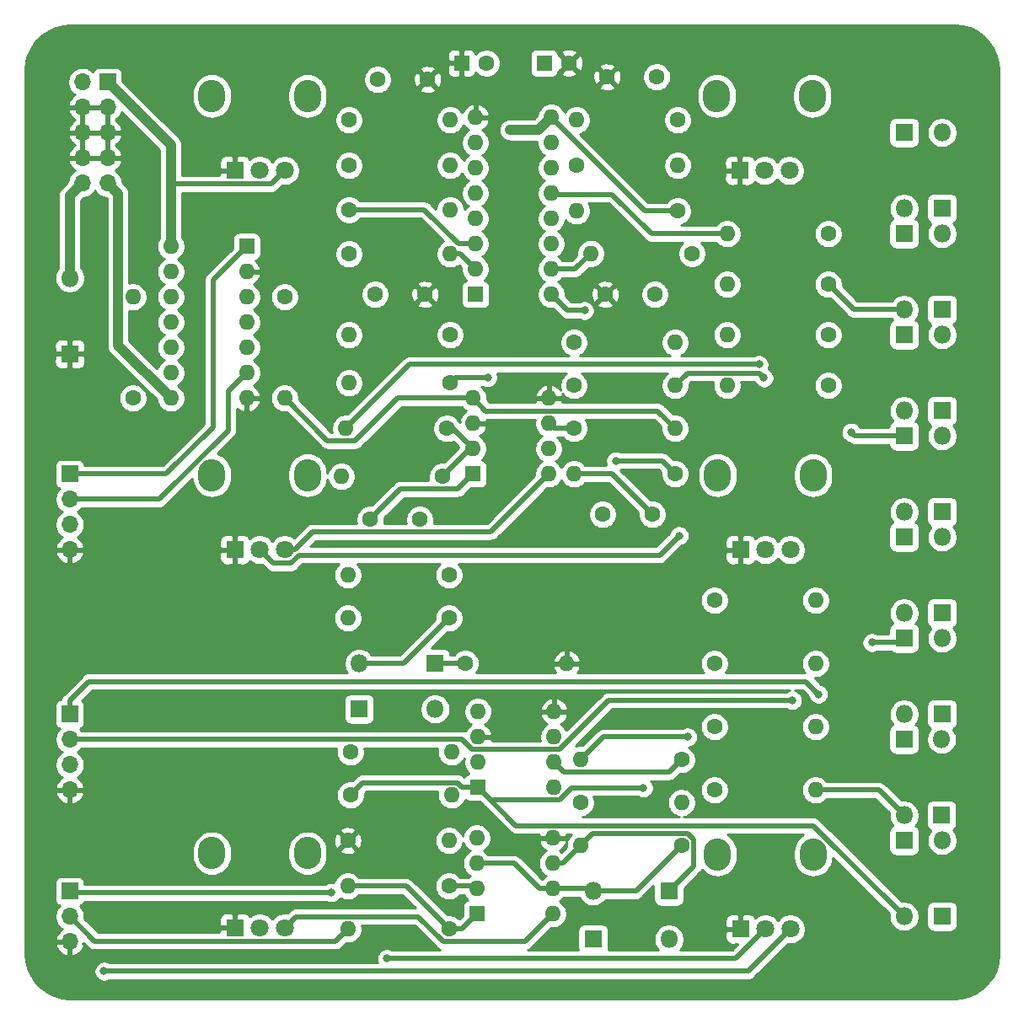
<source format=gbr>
G04 #@! TF.GenerationSoftware,KiCad,Pcbnew,5.1.6-c6e7f7d~86~ubuntu18.04.1*
G04 #@! TF.CreationDate,2020-06-20T10:04:16-04:00*
G04 #@! TF.ProjectId,wave_folder,77617665-5f66-46f6-9c64-65722e6b6963,rev?*
G04 #@! TF.SameCoordinates,Original*
G04 #@! TF.FileFunction,Copper,L2,Bot*
G04 #@! TF.FilePolarity,Positive*
%FSLAX46Y46*%
G04 Gerber Fmt 4.6, Leading zero omitted, Abs format (unit mm)*
G04 Created by KiCad (PCBNEW 5.1.6-c6e7f7d~86~ubuntu18.04.1) date 2020-06-20 10:04:16*
%MOMM*%
%LPD*%
G01*
G04 APERTURE LIST*
G04 #@! TA.AperFunction,ComponentPad*
%ADD10O,1.600000X1.600000*%
G04 #@! TD*
G04 #@! TA.AperFunction,ComponentPad*
%ADD11R,1.600000X1.600000*%
G04 #@! TD*
G04 #@! TA.AperFunction,ComponentPad*
%ADD12O,2.720000X3.240000*%
G04 #@! TD*
G04 #@! TA.AperFunction,ComponentPad*
%ADD13C,1.800000*%
G04 #@! TD*
G04 #@! TA.AperFunction,ComponentPad*
%ADD14R,1.800000X1.800000*%
G04 #@! TD*
G04 #@! TA.AperFunction,ComponentPad*
%ADD15C,1.600000*%
G04 #@! TD*
G04 #@! TA.AperFunction,ComponentPad*
%ADD16O,1.700000X1.700000*%
G04 #@! TD*
G04 #@! TA.AperFunction,ComponentPad*
%ADD17R,1.700000X1.700000*%
G04 #@! TD*
G04 #@! TA.AperFunction,ComponentPad*
%ADD18O,1.800000X1.800000*%
G04 #@! TD*
G04 #@! TA.AperFunction,ViaPad*
%ADD19C,0.800000*%
G04 #@! TD*
G04 #@! TA.AperFunction,ViaPad*
%ADD20C,1.000000*%
G04 #@! TD*
G04 #@! TA.AperFunction,Conductor*
%ADD21C,0.500000*%
G04 #@! TD*
G04 #@! TA.AperFunction,Conductor*
%ADD22C,1.000000*%
G04 #@! TD*
G04 #@! TA.AperFunction,Conductor*
%ADD23C,0.254000*%
G04 #@! TD*
G04 APERTURE END LIST*
D10*
X142240000Y-73660000D03*
X149860000Y-88900000D03*
X142240000Y-76200000D03*
X149860000Y-86360000D03*
X142240000Y-78740000D03*
X149860000Y-83820000D03*
X142240000Y-81280000D03*
X149860000Y-81280000D03*
X142240000Y-83820000D03*
X149860000Y-78740000D03*
X142240000Y-86360000D03*
X149860000Y-76200000D03*
X142240000Y-88900000D03*
D11*
X149860000Y-73660000D03*
D10*
X180594000Y-140716000D03*
X172974000Y-133096000D03*
X180594000Y-138176000D03*
X172974000Y-135636000D03*
X180594000Y-135636000D03*
X172974000Y-138176000D03*
X180594000Y-133096000D03*
D11*
X172974000Y-140716000D03*
D10*
X180721000Y-128016000D03*
X173101000Y-120396000D03*
X180721000Y-125476000D03*
X173101000Y-122936000D03*
X180721000Y-122936000D03*
X173101000Y-125476000D03*
X180721000Y-120396000D03*
D11*
X173101000Y-128016000D03*
D10*
X180213000Y-96520000D03*
X172593000Y-88900000D03*
X180213000Y-93980000D03*
X172593000Y-91440000D03*
X180213000Y-91440000D03*
X172593000Y-93980000D03*
X180213000Y-88900000D03*
D11*
X172593000Y-96520000D03*
D10*
X180467000Y-78486000D03*
X172847000Y-60706000D03*
X180467000Y-75946000D03*
X172847000Y-63246000D03*
X180467000Y-73406000D03*
X172847000Y-65786000D03*
X180467000Y-70866000D03*
X172847000Y-68326000D03*
X180467000Y-68326000D03*
X172847000Y-70866000D03*
X180467000Y-65786000D03*
X172847000Y-73406000D03*
X180467000Y-63246000D03*
X172847000Y-75946000D03*
X180467000Y-60706000D03*
D11*
X172847000Y-78486000D03*
D12*
X197170000Y-134740000D03*
X206770000Y-134740000D03*
D13*
X204470000Y-142240000D03*
X201970000Y-142240000D03*
D14*
X199470000Y-142240000D03*
D12*
X146370000Y-134620000D03*
X155970000Y-134620000D03*
D13*
X153670000Y-142120000D03*
X151170000Y-142120000D03*
D14*
X148670000Y-142120000D03*
D12*
X197170000Y-96640000D03*
X206770000Y-96640000D03*
D13*
X204470000Y-104140000D03*
X201970000Y-104140000D03*
D14*
X199470000Y-104140000D03*
D12*
X146370000Y-96640000D03*
X155970000Y-96640000D03*
D13*
X153670000Y-104140000D03*
X151170000Y-104140000D03*
D14*
X148670000Y-104140000D03*
D12*
X197090000Y-58540000D03*
X206690000Y-58540000D03*
D13*
X204390000Y-66040000D03*
X201890000Y-66040000D03*
D14*
X199390000Y-66040000D03*
D12*
X146370000Y-58540000D03*
X155970000Y-58540000D03*
D13*
X153670000Y-66040000D03*
X151170000Y-66040000D03*
D14*
X148670000Y-66040000D03*
D10*
X183007000Y-60960000D03*
D15*
X193167000Y-60960000D03*
D10*
X183007000Y-70104000D03*
D15*
X193167000Y-70104000D03*
D10*
X193167000Y-65532000D03*
D15*
X183007000Y-65532000D03*
D10*
X184429400Y-74371200D03*
D15*
X194589400Y-74371200D03*
D10*
X182753000Y-96520000D03*
D15*
X192913000Y-96520000D03*
D10*
X192913000Y-83312000D03*
D15*
X182753000Y-83312000D03*
D10*
X192913000Y-87630000D03*
D15*
X182753000Y-87630000D03*
D10*
X192913000Y-91948000D03*
D15*
X182753000Y-91948000D03*
D10*
X138430000Y-78740000D03*
D15*
X138430000Y-88900000D03*
D10*
X153670000Y-88900000D03*
D15*
X153670000Y-78740000D03*
D10*
X181991000Y-115570000D03*
D15*
X171831000Y-115570000D03*
D10*
X170434000Y-124460000D03*
D15*
X160274000Y-124460000D03*
D10*
X170434000Y-128778000D03*
D15*
X160274000Y-128778000D03*
D10*
X160020000Y-106680000D03*
D15*
X170180000Y-106680000D03*
D10*
X160020000Y-110998000D03*
D15*
X170180000Y-110998000D03*
D10*
X160020000Y-142240000D03*
D15*
X170180000Y-142240000D03*
D10*
X160020000Y-137922000D03*
D15*
X170180000Y-137922000D03*
D10*
X170180000Y-133350000D03*
D15*
X160020000Y-133350000D03*
D10*
X170307000Y-74422000D03*
D15*
X160147000Y-74422000D03*
D10*
X170307000Y-65532000D03*
D15*
X160147000Y-65532000D03*
D10*
X160147000Y-82550000D03*
D15*
X170307000Y-82550000D03*
D10*
X170307000Y-60960000D03*
D15*
X160147000Y-60960000D03*
D10*
X170307000Y-69977000D03*
D15*
X160147000Y-69977000D03*
D10*
X160147000Y-87376000D03*
D15*
X170307000Y-87376000D03*
D10*
X159816800Y-91948000D03*
D15*
X169976800Y-91948000D03*
D10*
X159359600Y-96774000D03*
D15*
X169519600Y-96774000D03*
D10*
X183388000Y-133858000D03*
D15*
X193548000Y-133858000D03*
D10*
X193548000Y-129540000D03*
D15*
X183388000Y-129540000D03*
D10*
X207010000Y-128270000D03*
D15*
X196850000Y-128270000D03*
D10*
X207010000Y-121920000D03*
D15*
X196850000Y-121920000D03*
D10*
X207010000Y-115570000D03*
D15*
X196850000Y-115570000D03*
D10*
X207010000Y-109220000D03*
D15*
X196850000Y-109220000D03*
D10*
X183388000Y-125222000D03*
D15*
X193548000Y-125222000D03*
D10*
X198120000Y-87630000D03*
D15*
X208280000Y-87630000D03*
D10*
X198120000Y-82550000D03*
D15*
X208280000Y-82550000D03*
D10*
X198120000Y-77470000D03*
D15*
X208280000Y-77470000D03*
D10*
X198120000Y-72390000D03*
D15*
X208280000Y-72390000D03*
D16*
X133350000Y-67310000D03*
X135890000Y-67310000D03*
X133350000Y-64770000D03*
X135890000Y-64770000D03*
X133350000Y-62230000D03*
X135890000Y-62230000D03*
X133350000Y-59690000D03*
X135890000Y-59690000D03*
X133350000Y-57150000D03*
D17*
X135890000Y-57150000D03*
D16*
X132080000Y-104140000D03*
X132080000Y-101600000D03*
X132080000Y-99060000D03*
D17*
X132080000Y-96520000D03*
D16*
X132080000Y-128270000D03*
X132080000Y-125730000D03*
X132080000Y-123190000D03*
D17*
X132080000Y-120650000D03*
D16*
X132080000Y-143510000D03*
X132080000Y-140970000D03*
D17*
X132080000Y-138430000D03*
D18*
X132080000Y-76835000D03*
D14*
X132080000Y-84455000D03*
D18*
X168783000Y-120142000D03*
D14*
X161163000Y-120142000D03*
D18*
X161163000Y-115570000D03*
D14*
X168783000Y-115570000D03*
D18*
X184658000Y-138430000D03*
D14*
X192278000Y-138430000D03*
D18*
X192278000Y-143256000D03*
D14*
X184658000Y-143256000D03*
D18*
X219710000Y-133350000D03*
D14*
X219710000Y-140970000D03*
D18*
X219666000Y-123190000D03*
D14*
X219666000Y-130810000D03*
D18*
X219710000Y-113030000D03*
D14*
X219710000Y-120650000D03*
D18*
X219710000Y-102870000D03*
D14*
X219710000Y-110490000D03*
D18*
X219710000Y-92710000D03*
D14*
X219710000Y-100330000D03*
D18*
X219710000Y-82550000D03*
D14*
X219710000Y-90170000D03*
D18*
X219710000Y-72390000D03*
D14*
X219710000Y-80010000D03*
D18*
X219710000Y-62230000D03*
D14*
X219710000Y-69850000D03*
D18*
X215900000Y-140970000D03*
D14*
X215900000Y-133350000D03*
D18*
X215900000Y-130810000D03*
D14*
X215900000Y-123190000D03*
D18*
X215900000Y-120650000D03*
D14*
X215900000Y-113030000D03*
D18*
X215900000Y-110490000D03*
D14*
X215900000Y-102870000D03*
D18*
X215900000Y-100330000D03*
D14*
X215900000Y-92710000D03*
D18*
X215900000Y-90170000D03*
D14*
X215900000Y-82550000D03*
D18*
X215900000Y-80010000D03*
D14*
X215900000Y-72390000D03*
D18*
X215900000Y-69850000D03*
D14*
X215900000Y-62230000D03*
D15*
X173950000Y-55245000D03*
D11*
X171450000Y-55245000D03*
D15*
X182245000Y-55245000D03*
D11*
X179745000Y-55245000D03*
D15*
X186055000Y-56642000D03*
X191055000Y-56642000D03*
X185881000Y-78486000D03*
X190881000Y-78486000D03*
X185627000Y-100584000D03*
X190627000Y-100584000D03*
X167767000Y-78486000D03*
X162767000Y-78486000D03*
X168021000Y-56896000D03*
X163021000Y-56896000D03*
X167259000Y-101092000D03*
X162259000Y-101092000D03*
D19*
X174066200Y-86842600D03*
X180477160Y-86893400D03*
X185775600Y-88722200D03*
X185734960Y-91500960D03*
X173974760Y-99273360D03*
X180421280Y-83068160D03*
X173649640Y-106502200D03*
X172900000Y-80900000D03*
X195834000Y-83362800D03*
X195478400Y-88214200D03*
X183489600Y-102336600D03*
X184581800Y-106832400D03*
X155448000Y-114604800D03*
X154863800Y-120167400D03*
X154965400Y-126238000D03*
X201498200Y-114833400D03*
X201269600Y-121488200D03*
X211378800Y-130403600D03*
X211455000Y-125069600D03*
X191643000Y-74269600D03*
X191617600Y-68808600D03*
X187782200Y-65024000D03*
X164795200Y-71755000D03*
X165100000Y-68046600D03*
X148285200Y-69392800D03*
X141884400Y-94056200D03*
X138074400Y-125018800D03*
X138049000Y-120192800D03*
X137337800Y-114935000D03*
X139928600Y-140512800D03*
X139903200Y-136575800D03*
X139852400Y-144881600D03*
X139623800Y-148386800D03*
X150698200Y-144983200D03*
X160731200Y-145110200D03*
X166649400Y-143637000D03*
X180644800Y-143332200D03*
X179400200Y-148361400D03*
X188899800Y-143256000D03*
X189585600Y-148361400D03*
X206400400Y-147574000D03*
X154559000Y-72491600D03*
X157378400Y-69088000D03*
X157683200Y-55473600D03*
X160502600Y-57023000D03*
X179019200Y-57912000D03*
X205943200Y-70078600D03*
X205943200Y-79730600D03*
X210591400Y-75336400D03*
X210286600Y-81635600D03*
X213106000Y-78536800D03*
X202742800Y-90119200D03*
X190423800Y-108940600D03*
X174320200Y-113944400D03*
X165887400Y-112572800D03*
X165963600Y-107950000D03*
X166166800Y-120269000D03*
X165963600Y-125171200D03*
X166979600Y-130657600D03*
X175793400Y-133832600D03*
X183134000Y-140589000D03*
X164896800Y-93294200D03*
X163931600Y-83972400D03*
X156819600Y-83718400D03*
X188112400Y-130022600D03*
X188772800Y-121234200D03*
X165354000Y-139547600D03*
X183800000Y-80100000D03*
D20*
X176320589Y-61959587D03*
D19*
X210576781Y-92330445D03*
X212686900Y-113449100D03*
X189712600Y-128066800D03*
X158369000Y-138582400D03*
X135534400Y-146469100D03*
X204673200Y-119265700D03*
X207289400Y-118630700D03*
X194163001Y-122936000D03*
X201333100Y-85521800D03*
X163944300Y-145211800D03*
X201815700Y-86868000D03*
X193313001Y-102717600D03*
X186944000Y-95211900D03*
D21*
X170840400Y-86842600D02*
X170307000Y-87376000D01*
X174066200Y-86842600D02*
X170840400Y-86842600D01*
X170561000Y-91948000D02*
X172593000Y-93980000D01*
X169976800Y-91948000D02*
X170561000Y-91948000D01*
X172313600Y-93980000D02*
X169519600Y-96774000D01*
X172593000Y-93980000D02*
X172313600Y-93980000D01*
X165326999Y-98024001D02*
X162259000Y-101092000D01*
X171088999Y-98024001D02*
X165326999Y-98024001D01*
X172593000Y-96520000D02*
X171088999Y-98024001D01*
X180721000Y-91948000D02*
X180213000Y-91440000D01*
X182753000Y-91948000D02*
X180721000Y-91948000D01*
X186563000Y-96520000D02*
X182753000Y-96520000D01*
X190627000Y-100584000D02*
X186563000Y-96520000D01*
X177819999Y-143490001D02*
X180594000Y-140716000D01*
X169579999Y-143490001D02*
X177819999Y-143490001D01*
X167079997Y-140989999D02*
X169579999Y-143490001D01*
X154800001Y-140989999D02*
X167079997Y-140989999D01*
X153670000Y-142120000D02*
X154800001Y-140989999D01*
D22*
X142240000Y-63500000D02*
X135890000Y-57150000D01*
D21*
X174390999Y-102342001D02*
X180213000Y-96520000D01*
X156476038Y-102342001D02*
X174390999Y-102342001D01*
X154678039Y-104140000D02*
X156476038Y-102342001D01*
X153670000Y-104140000D02*
X154678039Y-104140000D01*
X152319999Y-67390001D02*
X142363199Y-67390001D01*
X153670000Y-66040000D02*
X152319999Y-67390001D01*
D22*
X142240000Y-73660000D02*
X142240000Y-67513200D01*
D21*
X142363199Y-67390001D02*
X142240000Y-67513200D01*
D22*
X142240000Y-67513200D02*
X142240000Y-63500000D01*
D21*
X180500000Y-78519000D02*
X180467000Y-78486000D01*
X182081000Y-80100000D02*
X180467000Y-78486000D01*
X183800000Y-80100000D02*
X182081000Y-80100000D01*
X173882999Y-90189999D02*
X172593000Y-88900000D01*
X191154999Y-90189999D02*
X173882999Y-90189999D01*
X192913000Y-91948000D02*
X191154999Y-90189999D01*
D22*
X136929999Y-68349999D02*
X135890000Y-67310000D01*
X136929999Y-83589999D02*
X136929999Y-68349999D01*
X142240000Y-88900000D02*
X136929999Y-83589999D01*
D21*
X189865000Y-70104000D02*
X180467000Y-60706000D01*
X193167000Y-70104000D02*
X189865000Y-70104000D01*
X165064440Y-88900000D02*
X172593000Y-88900000D01*
X160766439Y-93198001D02*
X165064440Y-88900000D01*
X153670000Y-88900000D02*
X157968001Y-93198001D01*
X157968001Y-93198001D02*
X160766439Y-93198001D01*
D22*
X179213413Y-61959587D02*
X180467000Y-60706000D01*
X176320589Y-61959587D02*
X179213413Y-61959587D01*
X132080000Y-68580000D02*
X133350000Y-67310000D01*
X132080000Y-76835000D02*
X132080000Y-68580000D01*
D21*
X210820000Y-80010000D02*
X208280000Y-77470000D01*
X215900000Y-80010000D02*
X210820000Y-80010000D01*
X215900000Y-92710000D02*
X210956336Y-92710000D01*
X210956336Y-92710000D02*
X210576781Y-92330445D01*
X215480900Y-113449100D02*
X215900000Y-113030000D01*
X212686900Y-113449100D02*
X215480900Y-113449100D01*
X213360000Y-128270000D02*
X215900000Y-130810000D01*
X207010000Y-128270000D02*
X213360000Y-128270000D01*
X176930999Y-131845999D02*
X173101000Y-128016000D01*
X206775999Y-131845999D02*
X176930999Y-131845999D01*
X215900000Y-140970000D02*
X206775999Y-131845999D01*
X161524001Y-127527999D02*
X160274000Y-128778000D01*
X171034001Y-127527999D02*
X161524001Y-127527999D01*
X171522002Y-128016000D02*
X171034001Y-127527999D01*
X173101000Y-128016000D02*
X171522002Y-128016000D01*
X174351001Y-129266001D02*
X173101000Y-128016000D01*
X181321001Y-129266001D02*
X174351001Y-129266001D01*
X182520202Y-128066800D02*
X181321001Y-129266001D01*
X189712600Y-128066800D02*
X182520202Y-128066800D01*
X181610000Y-135636000D02*
X183388000Y-133858000D01*
X180594000Y-135636000D02*
X181610000Y-135636000D01*
X184638001Y-132607999D02*
X183388000Y-133858000D01*
X194148001Y-132607999D02*
X184638001Y-132607999D01*
X194798001Y-133257999D02*
X194148001Y-132607999D01*
X194798001Y-135909999D02*
X194798001Y-133257999D01*
X192278000Y-138430000D02*
X194798001Y-135909999D01*
X188976000Y-138430000D02*
X193548000Y-133858000D01*
X184658000Y-138430000D02*
X188976000Y-138430000D01*
X184404000Y-138176000D02*
X184658000Y-138430000D01*
X180594000Y-138176000D02*
X184404000Y-138176000D01*
X179273200Y-138176000D02*
X180594000Y-138176000D01*
X172974000Y-135636000D02*
X176733200Y-135636000D01*
X176733200Y-135636000D02*
X179273200Y-138176000D01*
X165608000Y-115570000D02*
X170180000Y-110998000D01*
X161163000Y-115570000D02*
X165608000Y-115570000D01*
X168783000Y-115570000D02*
X171831000Y-115570000D01*
X134580001Y-143470001D02*
X132080000Y-140970000D01*
X158789999Y-143470001D02*
X134580001Y-143470001D01*
X160020000Y-142240000D02*
X158789999Y-143470001D01*
X132232400Y-138582400D02*
X132080000Y-138430000D01*
X158369000Y-138582400D02*
X132232400Y-138582400D01*
X204470000Y-142240000D02*
X200240900Y-146469100D01*
X200240900Y-146469100D02*
X135534400Y-146469100D01*
X186241302Y-119265700D02*
X204673200Y-119265700D01*
X181321001Y-124186001D02*
X186241302Y-119265700D01*
X172500999Y-124186001D02*
X181321001Y-124186001D01*
X132080000Y-123190000D02*
X171504998Y-123190000D01*
X171504998Y-123190000D02*
X172500999Y-124186001D01*
X132080000Y-119300000D02*
X134000199Y-117379801D01*
X206038501Y-117379801D02*
X207289400Y-118630700D01*
X132080000Y-120650000D02*
X132080000Y-119300000D01*
X134000199Y-117379801D02*
X206038501Y-117379801D01*
X147994611Y-92136354D02*
X147994611Y-88225389D01*
X147994611Y-88225389D02*
X149860000Y-86360000D01*
X141070965Y-99060000D02*
X147994611Y-92136354D01*
X132080000Y-99060000D02*
X141070965Y-99060000D01*
X146481800Y-77038200D02*
X149860000Y-73660000D01*
X146481800Y-91821000D02*
X146481800Y-77038200D01*
X132080000Y-96520000D02*
X141782800Y-96520000D01*
X141782800Y-96520000D02*
X146481800Y-91821000D01*
X185674000Y-122936000D02*
X183388000Y-125222000D01*
X194163001Y-122936000D02*
X185674000Y-122936000D01*
X190500000Y-72390000D02*
X186563000Y-68453000D01*
X198120000Y-72390000D02*
X190500000Y-72390000D01*
X180594000Y-68453000D02*
X180467000Y-68326000D01*
X180467000Y-68326000D02*
X180579000Y-68326000D01*
X186563000Y-68453000D02*
X180594000Y-68453000D01*
X192297999Y-126472001D02*
X193548000Y-125222000D01*
X181717001Y-126472001D02*
X192297999Y-126472001D01*
X180721000Y-125476000D02*
X181717001Y-126472001D01*
X159816800Y-91948000D02*
X166243000Y-85521800D01*
X166243000Y-85521800D02*
X201333100Y-85521800D01*
X167712002Y-69977000D02*
X160147000Y-69977000D01*
X171141002Y-73406000D02*
X167712002Y-69977000D01*
X172847000Y-73406000D02*
X171141002Y-73406000D01*
X171323000Y-74422000D02*
X172847000Y-75946000D01*
X170307000Y-74422000D02*
X171323000Y-74422000D01*
X172720000Y-137922000D02*
X172974000Y-138176000D01*
X170180000Y-137922000D02*
X172720000Y-137922000D01*
X165862000Y-137922000D02*
X170180000Y-142240000D01*
X160020000Y-137922000D02*
X165862000Y-137922000D01*
X171450000Y-142240000D02*
X172974000Y-140716000D01*
X170180000Y-142240000D02*
X171450000Y-142240000D01*
X201970000Y-142240000D02*
X198998200Y-145211800D01*
X198998200Y-145211800D02*
X163944300Y-145211800D01*
X194163001Y-86379999D02*
X192913000Y-87630000D01*
X201327699Y-86379999D02*
X194163001Y-86379999D01*
X201815700Y-86868000D02*
X201327699Y-86379999D01*
X191344501Y-104686100D02*
X193313001Y-102717600D01*
X155121902Y-104686100D02*
X191344501Y-104686100D01*
X151170000Y-104140000D02*
X152520001Y-105490001D01*
X154318001Y-105490001D02*
X155121902Y-104686100D01*
X152520001Y-105490001D02*
X154318001Y-105490001D01*
X191604900Y-95211900D02*
X192913000Y-96520000D01*
X186944000Y-95211900D02*
X191604900Y-95211900D01*
X182854600Y-75946000D02*
X184429400Y-74371200D01*
X180467000Y-75946000D02*
X182854600Y-75946000D01*
D23*
G36*
X221762249Y-51532437D02*
G01*
X222519774Y-51739672D01*
X223228625Y-52077777D01*
X223866404Y-52536067D01*
X224412946Y-53100055D01*
X224850977Y-53751913D01*
X225166651Y-54471038D01*
X225351206Y-55239768D01*
X225400001Y-55904221D01*
X225400000Y-144750608D01*
X225327563Y-145562249D01*
X225120328Y-146319774D01*
X224782221Y-147028627D01*
X224323928Y-147666410D01*
X223759945Y-148212946D01*
X223108085Y-148650978D01*
X222388963Y-148966651D01*
X221620232Y-149151206D01*
X220955792Y-149200000D01*
X132109392Y-149200000D01*
X131297751Y-149127563D01*
X130540226Y-148920328D01*
X129831373Y-148582221D01*
X129193590Y-148123928D01*
X128647054Y-147559945D01*
X128209022Y-146908085D01*
X127893349Y-146188963D01*
X127708794Y-145420232D01*
X127660000Y-144755792D01*
X127660000Y-143866890D01*
X130638524Y-143866890D01*
X130683175Y-144014099D01*
X130808359Y-144276920D01*
X130982412Y-144510269D01*
X131198645Y-144705178D01*
X131448748Y-144854157D01*
X131723109Y-144951481D01*
X131953000Y-144830814D01*
X131953000Y-143637000D01*
X130759845Y-143637000D01*
X130638524Y-143866890D01*
X127660000Y-143866890D01*
X127660000Y-134262002D01*
X144375000Y-134262002D01*
X144375000Y-134977997D01*
X144403867Y-135271087D01*
X144517943Y-135647146D01*
X144703193Y-135993725D01*
X144952497Y-136297503D01*
X145256275Y-136546807D01*
X145602853Y-136732057D01*
X145978912Y-136846133D01*
X146370000Y-136884652D01*
X146761087Y-136846133D01*
X147137146Y-136732057D01*
X147483725Y-136546807D01*
X147787503Y-136297503D01*
X148036807Y-135993725D01*
X148222057Y-135647147D01*
X148336133Y-135271088D01*
X148365000Y-134977998D01*
X148365000Y-134262003D01*
X148365000Y-134262002D01*
X153975000Y-134262002D01*
X153975000Y-134977997D01*
X154003867Y-135271087D01*
X154117943Y-135647146D01*
X154303193Y-135993725D01*
X154552497Y-136297503D01*
X154856275Y-136546807D01*
X155202853Y-136732057D01*
X155578912Y-136846133D01*
X155970000Y-136884652D01*
X156361087Y-136846133D01*
X156737146Y-136732057D01*
X157083725Y-136546807D01*
X157387503Y-136297503D01*
X157636807Y-135993725D01*
X157822057Y-135647147D01*
X157936133Y-135271088D01*
X157965000Y-134977998D01*
X157965000Y-134342702D01*
X159206903Y-134342702D01*
X159278486Y-134586671D01*
X159533996Y-134707571D01*
X159808184Y-134776300D01*
X160090512Y-134790217D01*
X160370130Y-134748787D01*
X160636292Y-134653603D01*
X160761514Y-134586671D01*
X160833097Y-134342702D01*
X160020000Y-133529605D01*
X159206903Y-134342702D01*
X157965000Y-134342702D01*
X157965000Y-134262003D01*
X157936133Y-133968913D01*
X157822057Y-133592853D01*
X157729939Y-133420512D01*
X158579783Y-133420512D01*
X158621213Y-133700130D01*
X158716397Y-133966292D01*
X158783329Y-134091514D01*
X159027298Y-134163097D01*
X159840395Y-133350000D01*
X160199605Y-133350000D01*
X161012702Y-134163097D01*
X161256671Y-134091514D01*
X161377571Y-133836004D01*
X161446300Y-133561816D01*
X161460217Y-133279488D01*
X161418787Y-132999870D01*
X161323603Y-132733708D01*
X161256671Y-132608486D01*
X161012702Y-132536903D01*
X160199605Y-133350000D01*
X159840395Y-133350000D01*
X159027298Y-132536903D01*
X158783329Y-132608486D01*
X158662429Y-132863996D01*
X158593700Y-133138184D01*
X158579783Y-133420512D01*
X157729939Y-133420512D01*
X157636807Y-133246275D01*
X157387503Y-132942497D01*
X157083725Y-132693193D01*
X156737147Y-132507943D01*
X156361088Y-132393867D01*
X155989799Y-132357298D01*
X159206903Y-132357298D01*
X160020000Y-133170395D01*
X160833097Y-132357298D01*
X160761514Y-132113329D01*
X160506004Y-131992429D01*
X160231816Y-131923700D01*
X159949488Y-131909783D01*
X159669870Y-131951213D01*
X159403708Y-132046397D01*
X159278486Y-132113329D01*
X159206903Y-132357298D01*
X155989799Y-132357298D01*
X155970000Y-132355348D01*
X155578913Y-132393867D01*
X155202854Y-132507943D01*
X154856276Y-132693193D01*
X154552498Y-132942497D01*
X154303193Y-133246275D01*
X154117943Y-133592853D01*
X154003867Y-133968912D01*
X153975000Y-134262002D01*
X148365000Y-134262002D01*
X148336133Y-133968913D01*
X148222057Y-133592853D01*
X148036807Y-133246275D01*
X147787503Y-132942497D01*
X147483725Y-132693193D01*
X147137147Y-132507943D01*
X146761088Y-132393867D01*
X146370000Y-132355348D01*
X145978913Y-132393867D01*
X145602854Y-132507943D01*
X145256276Y-132693193D01*
X144952498Y-132942497D01*
X144703193Y-133246275D01*
X144517943Y-133592853D01*
X144403867Y-133968912D01*
X144375000Y-134262002D01*
X127660000Y-134262002D01*
X127660000Y-128626890D01*
X130638524Y-128626890D01*
X130683175Y-128774099D01*
X130808359Y-129036920D01*
X130982412Y-129270269D01*
X131198645Y-129465178D01*
X131448748Y-129614157D01*
X131723109Y-129711481D01*
X131953000Y-129590814D01*
X131953000Y-128397000D01*
X132207000Y-128397000D01*
X132207000Y-129590814D01*
X132436891Y-129711481D01*
X132711252Y-129614157D01*
X132961355Y-129465178D01*
X133177588Y-129270269D01*
X133351641Y-129036920D01*
X133476825Y-128774099D01*
X133521476Y-128626890D01*
X133400155Y-128397000D01*
X132207000Y-128397000D01*
X131953000Y-128397000D01*
X130759845Y-128397000D01*
X130638524Y-128626890D01*
X127660000Y-128626890D01*
X127660000Y-119800000D01*
X130591928Y-119800000D01*
X130591928Y-121500000D01*
X130604188Y-121624482D01*
X130640498Y-121744180D01*
X130699463Y-121854494D01*
X130778815Y-121951185D01*
X130875506Y-122030537D01*
X130985820Y-122089502D01*
X131058380Y-122111513D01*
X130926525Y-122243368D01*
X130764010Y-122486589D01*
X130652068Y-122756842D01*
X130595000Y-123043740D01*
X130595000Y-123336260D01*
X130652068Y-123623158D01*
X130764010Y-123893411D01*
X130926525Y-124136632D01*
X131133368Y-124343475D01*
X131307760Y-124460000D01*
X131133368Y-124576525D01*
X130926525Y-124783368D01*
X130764010Y-125026589D01*
X130652068Y-125296842D01*
X130595000Y-125583740D01*
X130595000Y-125876260D01*
X130652068Y-126163158D01*
X130764010Y-126433411D01*
X130926525Y-126676632D01*
X131133368Y-126883475D01*
X131315534Y-127005195D01*
X131198645Y-127074822D01*
X130982412Y-127269731D01*
X130808359Y-127503080D01*
X130683175Y-127765901D01*
X130638524Y-127913110D01*
X130759845Y-128143000D01*
X131953000Y-128143000D01*
X131953000Y-128123000D01*
X132207000Y-128123000D01*
X132207000Y-128143000D01*
X133400155Y-128143000D01*
X133521476Y-127913110D01*
X133476825Y-127765901D01*
X133351641Y-127503080D01*
X133177588Y-127269731D01*
X132961355Y-127074822D01*
X132844466Y-127005195D01*
X133026632Y-126883475D01*
X133233475Y-126676632D01*
X133395990Y-126433411D01*
X133507932Y-126163158D01*
X133565000Y-125876260D01*
X133565000Y-125583740D01*
X133507932Y-125296842D01*
X133395990Y-125026589D01*
X133233475Y-124783368D01*
X133026632Y-124576525D01*
X132852240Y-124460000D01*
X133026632Y-124343475D01*
X133233475Y-124136632D01*
X133274656Y-124075000D01*
X158887469Y-124075000D01*
X158839000Y-124318665D01*
X158839000Y-124601335D01*
X158894147Y-124878574D01*
X159002320Y-125139727D01*
X159159363Y-125374759D01*
X159359241Y-125574637D01*
X159594273Y-125731680D01*
X159855426Y-125839853D01*
X160132665Y-125895000D01*
X160415335Y-125895000D01*
X160692574Y-125839853D01*
X160953727Y-125731680D01*
X161188759Y-125574637D01*
X161388637Y-125374759D01*
X161545680Y-125139727D01*
X161653853Y-124878574D01*
X161709000Y-124601335D01*
X161709000Y-124318665D01*
X161660531Y-124075000D01*
X169047469Y-124075000D01*
X168999000Y-124318665D01*
X168999000Y-124601335D01*
X169054147Y-124878574D01*
X169162320Y-125139727D01*
X169319363Y-125374759D01*
X169519241Y-125574637D01*
X169754273Y-125731680D01*
X170015426Y-125839853D01*
X170292665Y-125895000D01*
X170575335Y-125895000D01*
X170852574Y-125839853D01*
X171113727Y-125731680D01*
X171348759Y-125574637D01*
X171548637Y-125374759D01*
X171704393Y-125141653D01*
X171666000Y-125334665D01*
X171666000Y-125617335D01*
X171721147Y-125894574D01*
X171829320Y-126155727D01*
X171986363Y-126390759D01*
X172184961Y-126589357D01*
X172176518Y-126590188D01*
X172056820Y-126626498D01*
X171946506Y-126685463D01*
X171849815Y-126764815D01*
X171770463Y-126861506D01*
X171717734Y-126960154D01*
X171690535Y-126932955D01*
X171662818Y-126899182D01*
X171528060Y-126788588D01*
X171374314Y-126706410D01*
X171207491Y-126655804D01*
X171077478Y-126642999D01*
X171077470Y-126642999D01*
X171034001Y-126638718D01*
X170990532Y-126642999D01*
X161567466Y-126642999D01*
X161524000Y-126638718D01*
X161480534Y-126642999D01*
X161480524Y-126642999D01*
X161350511Y-126655804D01*
X161183688Y-126706410D01*
X161029942Y-126788588D01*
X161029940Y-126788589D01*
X161029941Y-126788589D01*
X160928954Y-126871467D01*
X160928952Y-126871469D01*
X160895184Y-126899182D01*
X160867471Y-126932950D01*
X160450439Y-127349983D01*
X160415335Y-127343000D01*
X160132665Y-127343000D01*
X159855426Y-127398147D01*
X159594273Y-127506320D01*
X159359241Y-127663363D01*
X159159363Y-127863241D01*
X159002320Y-128098273D01*
X158894147Y-128359426D01*
X158839000Y-128636665D01*
X158839000Y-128919335D01*
X158894147Y-129196574D01*
X159002320Y-129457727D01*
X159159363Y-129692759D01*
X159359241Y-129892637D01*
X159594273Y-130049680D01*
X159855426Y-130157853D01*
X160132665Y-130213000D01*
X160415335Y-130213000D01*
X160692574Y-130157853D01*
X160953727Y-130049680D01*
X161188759Y-129892637D01*
X161388637Y-129692759D01*
X161545680Y-129457727D01*
X161653853Y-129196574D01*
X161709000Y-128919335D01*
X161709000Y-128636665D01*
X161702017Y-128601561D01*
X161890580Y-128412999D01*
X169043491Y-128412999D01*
X168999000Y-128636665D01*
X168999000Y-128919335D01*
X169054147Y-129196574D01*
X169162320Y-129457727D01*
X169319363Y-129692759D01*
X169519241Y-129892637D01*
X169754273Y-130049680D01*
X170015426Y-130157853D01*
X170292665Y-130213000D01*
X170575335Y-130213000D01*
X170852574Y-130157853D01*
X171113727Y-130049680D01*
X171348759Y-129892637D01*
X171548637Y-129692759D01*
X171705680Y-129457727D01*
X171806478Y-129214379D01*
X171849815Y-129267185D01*
X171946506Y-129346537D01*
X172056820Y-129405502D01*
X172176518Y-129441812D01*
X172301000Y-129454072D01*
X173287493Y-129454072D01*
X173694471Y-129861050D01*
X173722184Y-129894818D01*
X173755952Y-129922531D01*
X173755954Y-129922533D01*
X173755958Y-129922536D01*
X176274469Y-132441048D01*
X176302182Y-132474816D01*
X176335950Y-132502529D01*
X176335952Y-132502531D01*
X176436940Y-132585410D01*
X176590685Y-132667588D01*
X176675093Y-132693193D01*
X176757509Y-132718194D01*
X176887522Y-132730999D01*
X176887530Y-132730999D01*
X176930999Y-132735280D01*
X176974468Y-132730999D01*
X179206937Y-132730999D01*
X179202096Y-132746961D01*
X179324085Y-132969000D01*
X180467000Y-132969000D01*
X180467000Y-132949000D01*
X180721000Y-132949000D01*
X180721000Y-132969000D01*
X181863915Y-132969000D01*
X181985904Y-132746961D01*
X181981063Y-132730999D01*
X182491745Y-132730999D01*
X182473241Y-132743363D01*
X182273363Y-132943241D01*
X182116320Y-133178273D01*
X182008147Y-133439426D01*
X181953000Y-133716665D01*
X181953000Y-133999335D01*
X181959983Y-134034439D01*
X181487358Y-134507063D01*
X181273727Y-134364320D01*
X181263135Y-134359933D01*
X181449131Y-134248385D01*
X181657519Y-134059414D01*
X181825037Y-133833420D01*
X181945246Y-133579087D01*
X181985904Y-133445039D01*
X181863915Y-133223000D01*
X180721000Y-133223000D01*
X180721000Y-133243000D01*
X180467000Y-133243000D01*
X180467000Y-133223000D01*
X179324085Y-133223000D01*
X179202096Y-133445039D01*
X179242754Y-133579087D01*
X179362963Y-133833420D01*
X179530481Y-134059414D01*
X179738869Y-134248385D01*
X179924865Y-134359933D01*
X179914273Y-134364320D01*
X179679241Y-134521363D01*
X179479363Y-134721241D01*
X179322320Y-134956273D01*
X179214147Y-135217426D01*
X179159000Y-135494665D01*
X179159000Y-135777335D01*
X179214147Y-136054574D01*
X179322320Y-136315727D01*
X179479363Y-136550759D01*
X179679241Y-136750637D01*
X179911759Y-136906000D01*
X179679241Y-137061363D01*
X179544691Y-137195913D01*
X177389732Y-135040954D01*
X177362017Y-135007183D01*
X177227259Y-134896589D01*
X177073513Y-134814411D01*
X176906690Y-134763805D01*
X176776677Y-134751000D01*
X176776669Y-134751000D01*
X176733200Y-134746719D01*
X176689731Y-134751000D01*
X174108521Y-134751000D01*
X174088637Y-134721241D01*
X173888759Y-134521363D01*
X173656241Y-134366000D01*
X173888759Y-134210637D01*
X174088637Y-134010759D01*
X174245680Y-133775727D01*
X174353853Y-133514574D01*
X174409000Y-133237335D01*
X174409000Y-132954665D01*
X174353853Y-132677426D01*
X174245680Y-132416273D01*
X174088637Y-132181241D01*
X173888759Y-131981363D01*
X173653727Y-131824320D01*
X173392574Y-131716147D01*
X173115335Y-131661000D01*
X172832665Y-131661000D01*
X172555426Y-131716147D01*
X172294273Y-131824320D01*
X172059241Y-131981363D01*
X171859363Y-132181241D01*
X171702320Y-132416273D01*
X171594147Y-132677426D01*
X171548888Y-132904955D01*
X171451680Y-132670273D01*
X171294637Y-132435241D01*
X171094759Y-132235363D01*
X170859727Y-132078320D01*
X170598574Y-131970147D01*
X170321335Y-131915000D01*
X170038665Y-131915000D01*
X169761426Y-131970147D01*
X169500273Y-132078320D01*
X169265241Y-132235363D01*
X169065363Y-132435241D01*
X168908320Y-132670273D01*
X168800147Y-132931426D01*
X168745000Y-133208665D01*
X168745000Y-133491335D01*
X168800147Y-133768574D01*
X168908320Y-134029727D01*
X169065363Y-134264759D01*
X169265241Y-134464637D01*
X169500273Y-134621680D01*
X169761426Y-134729853D01*
X170038665Y-134785000D01*
X170321335Y-134785000D01*
X170598574Y-134729853D01*
X170859727Y-134621680D01*
X171094759Y-134464637D01*
X171294637Y-134264759D01*
X171451680Y-134029727D01*
X171559853Y-133768574D01*
X171605112Y-133541045D01*
X171702320Y-133775727D01*
X171859363Y-134010759D01*
X172059241Y-134210637D01*
X172291759Y-134366000D01*
X172059241Y-134521363D01*
X171859363Y-134721241D01*
X171702320Y-134956273D01*
X171594147Y-135217426D01*
X171539000Y-135494665D01*
X171539000Y-135777335D01*
X171594147Y-136054574D01*
X171702320Y-136315727D01*
X171859363Y-136550759D01*
X172059241Y-136750637D01*
X172291759Y-136906000D01*
X172095703Y-137037000D01*
X171314521Y-137037000D01*
X171294637Y-137007241D01*
X171094759Y-136807363D01*
X170859727Y-136650320D01*
X170598574Y-136542147D01*
X170321335Y-136487000D01*
X170038665Y-136487000D01*
X169761426Y-136542147D01*
X169500273Y-136650320D01*
X169265241Y-136807363D01*
X169065363Y-137007241D01*
X168908320Y-137242273D01*
X168800147Y-137503426D01*
X168745000Y-137780665D01*
X168745000Y-138063335D01*
X168800147Y-138340574D01*
X168908320Y-138601727D01*
X169065363Y-138836759D01*
X169265241Y-139036637D01*
X169500273Y-139193680D01*
X169761426Y-139301853D01*
X170038665Y-139357000D01*
X170321335Y-139357000D01*
X170598574Y-139301853D01*
X170859727Y-139193680D01*
X171094759Y-139036637D01*
X171294637Y-138836759D01*
X171314521Y-138807000D01*
X171682137Y-138807000D01*
X171702320Y-138855727D01*
X171859363Y-139090759D01*
X172057961Y-139289357D01*
X172049518Y-139290188D01*
X171929820Y-139326498D01*
X171819506Y-139385463D01*
X171722815Y-139464815D01*
X171643463Y-139561506D01*
X171584498Y-139671820D01*
X171548188Y-139791518D01*
X171535928Y-139916000D01*
X171535928Y-140902494D01*
X171203909Y-141234513D01*
X171094759Y-141125363D01*
X170859727Y-140968320D01*
X170598574Y-140860147D01*
X170321335Y-140805000D01*
X170038665Y-140805000D01*
X170003561Y-140811983D01*
X166518534Y-137326956D01*
X166490817Y-137293183D01*
X166356059Y-137182589D01*
X166202313Y-137100411D01*
X166035490Y-137049805D01*
X165905477Y-137037000D01*
X165905469Y-137037000D01*
X165862000Y-137032719D01*
X165818531Y-137037000D01*
X161154521Y-137037000D01*
X161134637Y-137007241D01*
X160934759Y-136807363D01*
X160699727Y-136650320D01*
X160438574Y-136542147D01*
X160161335Y-136487000D01*
X159878665Y-136487000D01*
X159601426Y-136542147D01*
X159340273Y-136650320D01*
X159105241Y-136807363D01*
X158905363Y-137007241D01*
X158748320Y-137242273D01*
X158640147Y-137503426D01*
X158625293Y-137578103D01*
X158470939Y-137547400D01*
X158267061Y-137547400D01*
X158067102Y-137587174D01*
X157878744Y-137665195D01*
X157830546Y-137697400D01*
X133568072Y-137697400D01*
X133568072Y-137580000D01*
X133555812Y-137455518D01*
X133519502Y-137335820D01*
X133460537Y-137225506D01*
X133381185Y-137128815D01*
X133284494Y-137049463D01*
X133174180Y-136990498D01*
X133054482Y-136954188D01*
X132930000Y-136941928D01*
X131230000Y-136941928D01*
X131105518Y-136954188D01*
X130985820Y-136990498D01*
X130875506Y-137049463D01*
X130778815Y-137128815D01*
X130699463Y-137225506D01*
X130640498Y-137335820D01*
X130604188Y-137455518D01*
X130591928Y-137580000D01*
X130591928Y-139280000D01*
X130604188Y-139404482D01*
X130640498Y-139524180D01*
X130699463Y-139634494D01*
X130778815Y-139731185D01*
X130875506Y-139810537D01*
X130985820Y-139869502D01*
X131058380Y-139891513D01*
X130926525Y-140023368D01*
X130764010Y-140266589D01*
X130652068Y-140536842D01*
X130595000Y-140823740D01*
X130595000Y-141116260D01*
X130652068Y-141403158D01*
X130764010Y-141673411D01*
X130926525Y-141916632D01*
X131133368Y-142123475D01*
X131315534Y-142245195D01*
X131198645Y-142314822D01*
X130982412Y-142509731D01*
X130808359Y-142743080D01*
X130683175Y-143005901D01*
X130638524Y-143153110D01*
X130759845Y-143383000D01*
X131953000Y-143383000D01*
X131953000Y-143363000D01*
X132207000Y-143363000D01*
X132207000Y-143383000D01*
X132227000Y-143383000D01*
X132227000Y-143637000D01*
X132207000Y-143637000D01*
X132207000Y-144830814D01*
X132436891Y-144951481D01*
X132711252Y-144854157D01*
X132961355Y-144705178D01*
X133177588Y-144510269D01*
X133351641Y-144276920D01*
X133476825Y-144014099D01*
X133521476Y-143866890D01*
X133400156Y-143637002D01*
X133495423Y-143637002D01*
X133923471Y-144065050D01*
X133951184Y-144098818D01*
X133984952Y-144126531D01*
X133984954Y-144126533D01*
X134049987Y-144179904D01*
X134085942Y-144209412D01*
X134239688Y-144291590D01*
X134406511Y-144342196D01*
X134536524Y-144355001D01*
X134536534Y-144355001D01*
X134580000Y-144359282D01*
X134623466Y-144355001D01*
X158746530Y-144355001D01*
X158789999Y-144359282D01*
X158833468Y-144355001D01*
X158833476Y-144355001D01*
X158963489Y-144342196D01*
X159130312Y-144291590D01*
X159284058Y-144209412D01*
X159418816Y-144098818D01*
X159446533Y-144065045D01*
X159843561Y-143668017D01*
X159878665Y-143675000D01*
X160161335Y-143675000D01*
X160438574Y-143619853D01*
X160699727Y-143511680D01*
X160934759Y-143354637D01*
X161134637Y-143154759D01*
X161291680Y-142919727D01*
X161399853Y-142658574D01*
X161455000Y-142381335D01*
X161455000Y-142098665D01*
X161410509Y-141874999D01*
X166713419Y-141874999D01*
X168923469Y-144085050D01*
X168951182Y-144118818D01*
X168984950Y-144146531D01*
X168984952Y-144146533D01*
X169025615Y-144179904D01*
X169085940Y-144229412D01*
X169239686Y-144311590D01*
X169289826Y-144326800D01*
X164482754Y-144326800D01*
X164434556Y-144294595D01*
X164246198Y-144216574D01*
X164046239Y-144176800D01*
X163842361Y-144176800D01*
X163642402Y-144216574D01*
X163454044Y-144294595D01*
X163284526Y-144407863D01*
X163140363Y-144552026D01*
X163027095Y-144721544D01*
X162949074Y-144909902D01*
X162909300Y-145109861D01*
X162909300Y-145313739D01*
X162949074Y-145513698D01*
X162978236Y-145584100D01*
X136072854Y-145584100D01*
X136024656Y-145551895D01*
X135836298Y-145473874D01*
X135636339Y-145434100D01*
X135432461Y-145434100D01*
X135232502Y-145473874D01*
X135044144Y-145551895D01*
X134874626Y-145665163D01*
X134730463Y-145809326D01*
X134617195Y-145978844D01*
X134539174Y-146167202D01*
X134499400Y-146367161D01*
X134499400Y-146571039D01*
X134539174Y-146770998D01*
X134617195Y-146959356D01*
X134730463Y-147128874D01*
X134874626Y-147273037D01*
X135044144Y-147386305D01*
X135232502Y-147464326D01*
X135432461Y-147504100D01*
X135636339Y-147504100D01*
X135836298Y-147464326D01*
X136024656Y-147386305D01*
X136072854Y-147354100D01*
X200197431Y-147354100D01*
X200240900Y-147358381D01*
X200284369Y-147354100D01*
X200284377Y-147354100D01*
X200414390Y-147341295D01*
X200581213Y-147290689D01*
X200734959Y-147208511D01*
X200869717Y-147097917D01*
X200897434Y-147064144D01*
X204208518Y-143753061D01*
X204318816Y-143775000D01*
X204621184Y-143775000D01*
X204917743Y-143716011D01*
X205197095Y-143600299D01*
X205448505Y-143432312D01*
X205662312Y-143218505D01*
X205830299Y-142967095D01*
X205946011Y-142687743D01*
X206005000Y-142391184D01*
X206005000Y-142088816D01*
X205946011Y-141792257D01*
X205830299Y-141512905D01*
X205662312Y-141261495D01*
X205448505Y-141047688D01*
X205197095Y-140879701D01*
X204917743Y-140763989D01*
X204621184Y-140705000D01*
X204318816Y-140705000D01*
X204022257Y-140763989D01*
X203742905Y-140879701D01*
X203491495Y-141047688D01*
X203277688Y-141261495D01*
X203220000Y-141347831D01*
X203162312Y-141261495D01*
X202948505Y-141047688D01*
X202697095Y-140879701D01*
X202417743Y-140763989D01*
X202121184Y-140705000D01*
X201818816Y-140705000D01*
X201522257Y-140763989D01*
X201242905Y-140879701D01*
X200991495Y-141047688D01*
X200953880Y-141085303D01*
X200900537Y-140985506D01*
X200821185Y-140888815D01*
X200724494Y-140809463D01*
X200614180Y-140750498D01*
X200494482Y-140714188D01*
X200370000Y-140701928D01*
X199755750Y-140705000D01*
X199597000Y-140863750D01*
X199597000Y-142113000D01*
X199617000Y-142113000D01*
X199617000Y-142367000D01*
X199597000Y-142367000D01*
X199597000Y-142387000D01*
X199343000Y-142387000D01*
X199343000Y-142367000D01*
X198093750Y-142367000D01*
X197935000Y-142525750D01*
X197931928Y-143140000D01*
X197944188Y-143264482D01*
X197980498Y-143384180D01*
X198039463Y-143494494D01*
X198118815Y-143591185D01*
X198215506Y-143670537D01*
X198325820Y-143729502D01*
X198445518Y-143765812D01*
X198570000Y-143778072D01*
X199183418Y-143775004D01*
X198631622Y-144326800D01*
X193378017Y-144326800D01*
X193470312Y-144234505D01*
X193638299Y-143983095D01*
X193754011Y-143703743D01*
X193813000Y-143407184D01*
X193813000Y-143104816D01*
X193754011Y-142808257D01*
X193638299Y-142528905D01*
X193470312Y-142277495D01*
X193256505Y-142063688D01*
X193005095Y-141895701D01*
X192725743Y-141779989D01*
X192429184Y-141721000D01*
X192126816Y-141721000D01*
X191830257Y-141779989D01*
X191550905Y-141895701D01*
X191299495Y-142063688D01*
X191085688Y-142277495D01*
X190917701Y-142528905D01*
X190801989Y-142808257D01*
X190743000Y-143104816D01*
X190743000Y-143407184D01*
X190801989Y-143703743D01*
X190917701Y-143983095D01*
X191085688Y-144234505D01*
X191177983Y-144326800D01*
X186169762Y-144326800D01*
X186183812Y-144280482D01*
X186196072Y-144156000D01*
X186196072Y-142356000D01*
X186183812Y-142231518D01*
X186147502Y-142111820D01*
X186088537Y-142001506D01*
X186009185Y-141904815D01*
X185912494Y-141825463D01*
X185802180Y-141766498D01*
X185682482Y-141730188D01*
X185558000Y-141717928D01*
X183758000Y-141717928D01*
X183633518Y-141730188D01*
X183513820Y-141766498D01*
X183403506Y-141825463D01*
X183306815Y-141904815D01*
X183227463Y-142001506D01*
X183168498Y-142111820D01*
X183132188Y-142231518D01*
X183119928Y-142356000D01*
X183119928Y-144156000D01*
X183132188Y-144280482D01*
X183146238Y-144326800D01*
X178110172Y-144326800D01*
X178160312Y-144311590D01*
X178314058Y-144229412D01*
X178448816Y-144118818D01*
X178476533Y-144085045D01*
X180417561Y-142144017D01*
X180452665Y-142151000D01*
X180735335Y-142151000D01*
X181012574Y-142095853D01*
X181273727Y-141987680D01*
X181508759Y-141830637D01*
X181708637Y-141630759D01*
X181865680Y-141395727D01*
X181888762Y-141340000D01*
X197931928Y-141340000D01*
X197935000Y-141954250D01*
X198093750Y-142113000D01*
X199343000Y-142113000D01*
X199343000Y-140863750D01*
X199184250Y-140705000D01*
X198570000Y-140701928D01*
X198445518Y-140714188D01*
X198325820Y-140750498D01*
X198215506Y-140809463D01*
X198118815Y-140888815D01*
X198039463Y-140985506D01*
X197980498Y-141095820D01*
X197944188Y-141215518D01*
X197931928Y-141340000D01*
X181888762Y-141340000D01*
X181973853Y-141134574D01*
X182029000Y-140857335D01*
X182029000Y-140574665D01*
X181973853Y-140297426D01*
X181865680Y-140036273D01*
X181708637Y-139801241D01*
X181508759Y-139601363D01*
X181276241Y-139446000D01*
X181508759Y-139290637D01*
X181708637Y-139090759D01*
X181728521Y-139061000D01*
X183257897Y-139061000D01*
X183297701Y-139157095D01*
X183465688Y-139408505D01*
X183679495Y-139622312D01*
X183930905Y-139790299D01*
X184210257Y-139906011D01*
X184506816Y-139965000D01*
X184809184Y-139965000D01*
X185105743Y-139906011D01*
X185385095Y-139790299D01*
X185636505Y-139622312D01*
X185850312Y-139408505D01*
X185912790Y-139315000D01*
X188932531Y-139315000D01*
X188976000Y-139319281D01*
X189019469Y-139315000D01*
X189019477Y-139315000D01*
X189149490Y-139302195D01*
X189316313Y-139251589D01*
X189470059Y-139169411D01*
X189604817Y-139058817D01*
X189632534Y-139025044D01*
X190739928Y-137917650D01*
X190739928Y-139330000D01*
X190752188Y-139454482D01*
X190788498Y-139574180D01*
X190847463Y-139684494D01*
X190926815Y-139781185D01*
X191023506Y-139860537D01*
X191133820Y-139919502D01*
X191253518Y-139955812D01*
X191378000Y-139968072D01*
X193178000Y-139968072D01*
X193302482Y-139955812D01*
X193422180Y-139919502D01*
X193532494Y-139860537D01*
X193629185Y-139781185D01*
X193708537Y-139684494D01*
X193767502Y-139574180D01*
X193803812Y-139454482D01*
X193816072Y-139330000D01*
X193816072Y-138143506D01*
X195393051Y-136566528D01*
X195426818Y-136538816D01*
X195537412Y-136404058D01*
X195552724Y-136375411D01*
X195617893Y-136253488D01*
X195752497Y-136417503D01*
X196056275Y-136666807D01*
X196402853Y-136852057D01*
X196778912Y-136966133D01*
X197170000Y-137004652D01*
X197561087Y-136966133D01*
X197937146Y-136852057D01*
X198283725Y-136666807D01*
X198587503Y-136417503D01*
X198836807Y-136113725D01*
X199022057Y-135767147D01*
X199136133Y-135391088D01*
X199165000Y-135097998D01*
X199165000Y-134382003D01*
X199136133Y-134088913D01*
X199022057Y-133712853D01*
X198836807Y-133366275D01*
X198587503Y-133062497D01*
X198283725Y-132813193D01*
X198129951Y-132730999D01*
X205810050Y-132730999D01*
X205656276Y-132813193D01*
X205352498Y-133062497D01*
X205103193Y-133366275D01*
X204917943Y-133712853D01*
X204803867Y-134088912D01*
X204775000Y-134382002D01*
X204775000Y-135097997D01*
X204803867Y-135391087D01*
X204917943Y-135767146D01*
X205103193Y-136113725D01*
X205352497Y-136417503D01*
X205656275Y-136666807D01*
X206002853Y-136852057D01*
X206378912Y-136966133D01*
X206770000Y-137004652D01*
X207161087Y-136966133D01*
X207537146Y-136852057D01*
X207883725Y-136666807D01*
X208187503Y-136417503D01*
X208436807Y-136113725D01*
X208622057Y-135767147D01*
X208736133Y-135391088D01*
X208765000Y-135097998D01*
X208765000Y-135086578D01*
X214386939Y-140708518D01*
X214365000Y-140818816D01*
X214365000Y-141121184D01*
X214423989Y-141417743D01*
X214539701Y-141697095D01*
X214707688Y-141948505D01*
X214921495Y-142162312D01*
X215172905Y-142330299D01*
X215452257Y-142446011D01*
X215748816Y-142505000D01*
X216051184Y-142505000D01*
X216347743Y-142446011D01*
X216627095Y-142330299D01*
X216878505Y-142162312D01*
X217092312Y-141948505D01*
X217260299Y-141697095D01*
X217376011Y-141417743D01*
X217435000Y-141121184D01*
X217435000Y-140818816D01*
X217376011Y-140522257D01*
X217260299Y-140242905D01*
X217144768Y-140070000D01*
X218171928Y-140070000D01*
X218171928Y-141870000D01*
X218184188Y-141994482D01*
X218220498Y-142114180D01*
X218279463Y-142224494D01*
X218358815Y-142321185D01*
X218455506Y-142400537D01*
X218565820Y-142459502D01*
X218685518Y-142495812D01*
X218810000Y-142508072D01*
X220610000Y-142508072D01*
X220734482Y-142495812D01*
X220854180Y-142459502D01*
X220964494Y-142400537D01*
X221061185Y-142321185D01*
X221140537Y-142224494D01*
X221199502Y-142114180D01*
X221235812Y-141994482D01*
X221248072Y-141870000D01*
X221248072Y-140070000D01*
X221235812Y-139945518D01*
X221199502Y-139825820D01*
X221140537Y-139715506D01*
X221061185Y-139618815D01*
X220964494Y-139539463D01*
X220854180Y-139480498D01*
X220734482Y-139444188D01*
X220610000Y-139431928D01*
X218810000Y-139431928D01*
X218685518Y-139444188D01*
X218565820Y-139480498D01*
X218455506Y-139539463D01*
X218358815Y-139618815D01*
X218279463Y-139715506D01*
X218220498Y-139825820D01*
X218184188Y-139945518D01*
X218171928Y-140070000D01*
X217144768Y-140070000D01*
X217092312Y-139991495D01*
X216878505Y-139777688D01*
X216627095Y-139609701D01*
X216347743Y-139493989D01*
X216051184Y-139435000D01*
X215748816Y-139435000D01*
X215638518Y-139456939D01*
X207432533Y-131250955D01*
X207404816Y-131217182D01*
X207270058Y-131106588D01*
X207116312Y-131024410D01*
X206949489Y-130973804D01*
X206819476Y-130960999D01*
X206819468Y-130960999D01*
X206775999Y-130956718D01*
X206732530Y-130960999D01*
X193759722Y-130960999D01*
X193966574Y-130919853D01*
X194227727Y-130811680D01*
X194462759Y-130654637D01*
X194662637Y-130454759D01*
X194819680Y-130219727D01*
X194927853Y-129958574D01*
X194983000Y-129681335D01*
X194983000Y-129398665D01*
X194927853Y-129121426D01*
X194819680Y-128860273D01*
X194662637Y-128625241D01*
X194462759Y-128425363D01*
X194227727Y-128268320D01*
X193966574Y-128160147D01*
X193808306Y-128128665D01*
X195415000Y-128128665D01*
X195415000Y-128411335D01*
X195470147Y-128688574D01*
X195578320Y-128949727D01*
X195735363Y-129184759D01*
X195935241Y-129384637D01*
X196170273Y-129541680D01*
X196431426Y-129649853D01*
X196708665Y-129705000D01*
X196991335Y-129705000D01*
X197268574Y-129649853D01*
X197529727Y-129541680D01*
X197764759Y-129384637D01*
X197964637Y-129184759D01*
X198121680Y-128949727D01*
X198229853Y-128688574D01*
X198285000Y-128411335D01*
X198285000Y-128128665D01*
X205575000Y-128128665D01*
X205575000Y-128411335D01*
X205630147Y-128688574D01*
X205738320Y-128949727D01*
X205895363Y-129184759D01*
X206095241Y-129384637D01*
X206330273Y-129541680D01*
X206591426Y-129649853D01*
X206868665Y-129705000D01*
X207151335Y-129705000D01*
X207428574Y-129649853D01*
X207689727Y-129541680D01*
X207924759Y-129384637D01*
X208124637Y-129184759D01*
X208144521Y-129155000D01*
X212993422Y-129155000D01*
X214386940Y-130548518D01*
X214365000Y-130658816D01*
X214365000Y-130961184D01*
X214423989Y-131257743D01*
X214539701Y-131537095D01*
X214707688Y-131788505D01*
X214774127Y-131854944D01*
X214755820Y-131860498D01*
X214645506Y-131919463D01*
X214548815Y-131998815D01*
X214469463Y-132095506D01*
X214410498Y-132205820D01*
X214374188Y-132325518D01*
X214361928Y-132450000D01*
X214361928Y-134250000D01*
X214374188Y-134374482D01*
X214410498Y-134494180D01*
X214469463Y-134604494D01*
X214548815Y-134701185D01*
X214645506Y-134780537D01*
X214755820Y-134839502D01*
X214875518Y-134875812D01*
X215000000Y-134888072D01*
X216800000Y-134888072D01*
X216924482Y-134875812D01*
X217044180Y-134839502D01*
X217154494Y-134780537D01*
X217251185Y-134701185D01*
X217330537Y-134604494D01*
X217389502Y-134494180D01*
X217425812Y-134374482D01*
X217438072Y-134250000D01*
X217438072Y-132450000D01*
X217425812Y-132325518D01*
X217389502Y-132205820D01*
X217330537Y-132095506D01*
X217251185Y-131998815D01*
X217154494Y-131919463D01*
X217044180Y-131860498D01*
X217025873Y-131854944D01*
X217092312Y-131788505D01*
X217260299Y-131537095D01*
X217376011Y-131257743D01*
X217435000Y-130961184D01*
X217435000Y-130658816D01*
X217376011Y-130362257D01*
X217260299Y-130082905D01*
X217144768Y-129910000D01*
X218127928Y-129910000D01*
X218127928Y-131710000D01*
X218140188Y-131834482D01*
X218176498Y-131954180D01*
X218235463Y-132064494D01*
X218314815Y-132161185D01*
X218411506Y-132240537D01*
X218521820Y-132299502D01*
X218573887Y-132315296D01*
X218517688Y-132371495D01*
X218349701Y-132622905D01*
X218233989Y-132902257D01*
X218175000Y-133198816D01*
X218175000Y-133501184D01*
X218233989Y-133797743D01*
X218349701Y-134077095D01*
X218517688Y-134328505D01*
X218731495Y-134542312D01*
X218982905Y-134710299D01*
X219262257Y-134826011D01*
X219558816Y-134885000D01*
X219861184Y-134885000D01*
X220157743Y-134826011D01*
X220437095Y-134710299D01*
X220688505Y-134542312D01*
X220902312Y-134328505D01*
X221070299Y-134077095D01*
X221186011Y-133797743D01*
X221245000Y-133501184D01*
X221245000Y-133198816D01*
X221186011Y-132902257D01*
X221070299Y-132622905D01*
X220902312Y-132371495D01*
X220823304Y-132292487D01*
X220920494Y-132240537D01*
X221017185Y-132161185D01*
X221096537Y-132064494D01*
X221155502Y-131954180D01*
X221191812Y-131834482D01*
X221204072Y-131710000D01*
X221204072Y-129910000D01*
X221191812Y-129785518D01*
X221155502Y-129665820D01*
X221096537Y-129555506D01*
X221017185Y-129458815D01*
X220920494Y-129379463D01*
X220810180Y-129320498D01*
X220690482Y-129284188D01*
X220566000Y-129271928D01*
X218766000Y-129271928D01*
X218641518Y-129284188D01*
X218521820Y-129320498D01*
X218411506Y-129379463D01*
X218314815Y-129458815D01*
X218235463Y-129555506D01*
X218176498Y-129665820D01*
X218140188Y-129785518D01*
X218127928Y-129910000D01*
X217144768Y-129910000D01*
X217092312Y-129831495D01*
X216878505Y-129617688D01*
X216627095Y-129449701D01*
X216347743Y-129333989D01*
X216051184Y-129275000D01*
X215748816Y-129275000D01*
X215638518Y-129296940D01*
X214016534Y-127674956D01*
X213988817Y-127641183D01*
X213854059Y-127530589D01*
X213700313Y-127448411D01*
X213533490Y-127397805D01*
X213403477Y-127385000D01*
X213403469Y-127385000D01*
X213360000Y-127380719D01*
X213316531Y-127385000D01*
X208144521Y-127385000D01*
X208124637Y-127355241D01*
X207924759Y-127155363D01*
X207689727Y-126998320D01*
X207428574Y-126890147D01*
X207151335Y-126835000D01*
X206868665Y-126835000D01*
X206591426Y-126890147D01*
X206330273Y-126998320D01*
X206095241Y-127155363D01*
X205895363Y-127355241D01*
X205738320Y-127590273D01*
X205630147Y-127851426D01*
X205575000Y-128128665D01*
X198285000Y-128128665D01*
X198229853Y-127851426D01*
X198121680Y-127590273D01*
X197964637Y-127355241D01*
X197764759Y-127155363D01*
X197529727Y-126998320D01*
X197268574Y-126890147D01*
X196991335Y-126835000D01*
X196708665Y-126835000D01*
X196431426Y-126890147D01*
X196170273Y-126998320D01*
X195935241Y-127155363D01*
X195735363Y-127355241D01*
X195578320Y-127590273D01*
X195470147Y-127851426D01*
X195415000Y-128128665D01*
X193808306Y-128128665D01*
X193689335Y-128105000D01*
X193406665Y-128105000D01*
X193129426Y-128160147D01*
X192868273Y-128268320D01*
X192633241Y-128425363D01*
X192433363Y-128625241D01*
X192276320Y-128860273D01*
X192168147Y-129121426D01*
X192113000Y-129398665D01*
X192113000Y-129681335D01*
X192168147Y-129958574D01*
X192276320Y-130219727D01*
X192433363Y-130454759D01*
X192633241Y-130654637D01*
X192868273Y-130811680D01*
X193129426Y-130919853D01*
X193336278Y-130960999D01*
X183599722Y-130960999D01*
X183806574Y-130919853D01*
X184067727Y-130811680D01*
X184302759Y-130654637D01*
X184502637Y-130454759D01*
X184659680Y-130219727D01*
X184767853Y-129958574D01*
X184823000Y-129681335D01*
X184823000Y-129398665D01*
X184767853Y-129121426D01*
X184697592Y-128951800D01*
X189174146Y-128951800D01*
X189222344Y-128984005D01*
X189410702Y-129062026D01*
X189610661Y-129101800D01*
X189814539Y-129101800D01*
X190014498Y-129062026D01*
X190202856Y-128984005D01*
X190372374Y-128870737D01*
X190516537Y-128726574D01*
X190629805Y-128557056D01*
X190707826Y-128368698D01*
X190747600Y-128168739D01*
X190747600Y-127964861D01*
X190707826Y-127764902D01*
X190629805Y-127576544D01*
X190516537Y-127407026D01*
X190466512Y-127357001D01*
X192254530Y-127357001D01*
X192297999Y-127361282D01*
X192341468Y-127357001D01*
X192341476Y-127357001D01*
X192471489Y-127344196D01*
X192638312Y-127293590D01*
X192792058Y-127211412D01*
X192926816Y-127100818D01*
X192954533Y-127067045D01*
X193371561Y-126650017D01*
X193406665Y-126657000D01*
X193689335Y-126657000D01*
X193966574Y-126601853D01*
X194227727Y-126493680D01*
X194462759Y-126336637D01*
X194662637Y-126136759D01*
X194819680Y-125901727D01*
X194927853Y-125640574D01*
X194983000Y-125363335D01*
X194983000Y-125080665D01*
X194927853Y-124803426D01*
X194819680Y-124542273D01*
X194662637Y-124307241D01*
X194462759Y-124107363D01*
X194258677Y-123971000D01*
X194264940Y-123971000D01*
X194464899Y-123931226D01*
X194653257Y-123853205D01*
X194822775Y-123739937D01*
X194966938Y-123595774D01*
X195080206Y-123426256D01*
X195158227Y-123237898D01*
X195198001Y-123037939D01*
X195198001Y-122834061D01*
X195158227Y-122634102D01*
X195080206Y-122445744D01*
X194966938Y-122276226D01*
X194822775Y-122132063D01*
X194653257Y-122018795D01*
X194464899Y-121940774D01*
X194264940Y-121901000D01*
X194061062Y-121901000D01*
X193861103Y-121940774D01*
X193672745Y-122018795D01*
X193624547Y-122051000D01*
X185717465Y-122051000D01*
X185673999Y-122046719D01*
X185630533Y-122051000D01*
X185630523Y-122051000D01*
X185500510Y-122063805D01*
X185333687Y-122114411D01*
X185179941Y-122196589D01*
X185179939Y-122196590D01*
X185179940Y-122196590D01*
X185078953Y-122279468D01*
X185078951Y-122279470D01*
X185045183Y-122307183D01*
X185017470Y-122340951D01*
X183564439Y-123793983D01*
X183529335Y-123787000D01*
X183246665Y-123787000D01*
X182969426Y-123842147D01*
X182878962Y-123879619D01*
X184979916Y-121778665D01*
X195415000Y-121778665D01*
X195415000Y-122061335D01*
X195470147Y-122338574D01*
X195578320Y-122599727D01*
X195735363Y-122834759D01*
X195935241Y-123034637D01*
X196170273Y-123191680D01*
X196431426Y-123299853D01*
X196708665Y-123355000D01*
X196991335Y-123355000D01*
X197268574Y-123299853D01*
X197529727Y-123191680D01*
X197764759Y-123034637D01*
X197964637Y-122834759D01*
X198121680Y-122599727D01*
X198229853Y-122338574D01*
X198285000Y-122061335D01*
X198285000Y-121778665D01*
X205575000Y-121778665D01*
X205575000Y-122061335D01*
X205630147Y-122338574D01*
X205738320Y-122599727D01*
X205895363Y-122834759D01*
X206095241Y-123034637D01*
X206330273Y-123191680D01*
X206591426Y-123299853D01*
X206868665Y-123355000D01*
X207151335Y-123355000D01*
X207428574Y-123299853D01*
X207689727Y-123191680D01*
X207924759Y-123034637D01*
X208124637Y-122834759D01*
X208281680Y-122599727D01*
X208389853Y-122338574D01*
X208399515Y-122290000D01*
X214361928Y-122290000D01*
X214361928Y-124090000D01*
X214374188Y-124214482D01*
X214410498Y-124334180D01*
X214469463Y-124444494D01*
X214548815Y-124541185D01*
X214645506Y-124620537D01*
X214755820Y-124679502D01*
X214875518Y-124715812D01*
X215000000Y-124728072D01*
X216800000Y-124728072D01*
X216924482Y-124715812D01*
X217044180Y-124679502D01*
X217154494Y-124620537D01*
X217251185Y-124541185D01*
X217330537Y-124444494D01*
X217389502Y-124334180D01*
X217425812Y-124214482D01*
X217438072Y-124090000D01*
X217438072Y-123038816D01*
X218131000Y-123038816D01*
X218131000Y-123341184D01*
X218189989Y-123637743D01*
X218305701Y-123917095D01*
X218473688Y-124168505D01*
X218687495Y-124382312D01*
X218938905Y-124550299D01*
X219218257Y-124666011D01*
X219514816Y-124725000D01*
X219817184Y-124725000D01*
X220113743Y-124666011D01*
X220393095Y-124550299D01*
X220644505Y-124382312D01*
X220858312Y-124168505D01*
X221026299Y-123917095D01*
X221142011Y-123637743D01*
X221201000Y-123341184D01*
X221201000Y-123038816D01*
X221142011Y-122742257D01*
X221026299Y-122462905D01*
X220858312Y-122211495D01*
X220802113Y-122155296D01*
X220854180Y-122139502D01*
X220964494Y-122080537D01*
X221061185Y-122001185D01*
X221140537Y-121904494D01*
X221199502Y-121794180D01*
X221235812Y-121674482D01*
X221248072Y-121550000D01*
X221248072Y-119750000D01*
X221235812Y-119625518D01*
X221199502Y-119505820D01*
X221140537Y-119395506D01*
X221061185Y-119298815D01*
X220964494Y-119219463D01*
X220854180Y-119160498D01*
X220734482Y-119124188D01*
X220610000Y-119111928D01*
X218810000Y-119111928D01*
X218685518Y-119124188D01*
X218565820Y-119160498D01*
X218455506Y-119219463D01*
X218358815Y-119298815D01*
X218279463Y-119395506D01*
X218220498Y-119505820D01*
X218184188Y-119625518D01*
X218171928Y-119750000D01*
X218171928Y-121550000D01*
X218184188Y-121674482D01*
X218220498Y-121794180D01*
X218279463Y-121904494D01*
X218358815Y-122001185D01*
X218455506Y-122080537D01*
X218552696Y-122132487D01*
X218473688Y-122211495D01*
X218305701Y-122462905D01*
X218189989Y-122742257D01*
X218131000Y-123038816D01*
X217438072Y-123038816D01*
X217438072Y-122290000D01*
X217425812Y-122165518D01*
X217389502Y-122045820D01*
X217330537Y-121935506D01*
X217251185Y-121838815D01*
X217154494Y-121759463D01*
X217044180Y-121700498D01*
X217025873Y-121694944D01*
X217092312Y-121628505D01*
X217260299Y-121377095D01*
X217376011Y-121097743D01*
X217435000Y-120801184D01*
X217435000Y-120498816D01*
X217376011Y-120202257D01*
X217260299Y-119922905D01*
X217092312Y-119671495D01*
X216878505Y-119457688D01*
X216627095Y-119289701D01*
X216347743Y-119173989D01*
X216051184Y-119115000D01*
X215748816Y-119115000D01*
X215452257Y-119173989D01*
X215172905Y-119289701D01*
X214921495Y-119457688D01*
X214707688Y-119671495D01*
X214539701Y-119922905D01*
X214423989Y-120202257D01*
X214365000Y-120498816D01*
X214365000Y-120801184D01*
X214423989Y-121097743D01*
X214539701Y-121377095D01*
X214707688Y-121628505D01*
X214774127Y-121694944D01*
X214755820Y-121700498D01*
X214645506Y-121759463D01*
X214548815Y-121838815D01*
X214469463Y-121935506D01*
X214410498Y-122045820D01*
X214374188Y-122165518D01*
X214361928Y-122290000D01*
X208399515Y-122290000D01*
X208445000Y-122061335D01*
X208445000Y-121778665D01*
X208389853Y-121501426D01*
X208281680Y-121240273D01*
X208124637Y-121005241D01*
X207924759Y-120805363D01*
X207689727Y-120648320D01*
X207428574Y-120540147D01*
X207151335Y-120485000D01*
X206868665Y-120485000D01*
X206591426Y-120540147D01*
X206330273Y-120648320D01*
X206095241Y-120805363D01*
X205895363Y-121005241D01*
X205738320Y-121240273D01*
X205630147Y-121501426D01*
X205575000Y-121778665D01*
X198285000Y-121778665D01*
X198229853Y-121501426D01*
X198121680Y-121240273D01*
X197964637Y-121005241D01*
X197764759Y-120805363D01*
X197529727Y-120648320D01*
X197268574Y-120540147D01*
X196991335Y-120485000D01*
X196708665Y-120485000D01*
X196431426Y-120540147D01*
X196170273Y-120648320D01*
X195935241Y-120805363D01*
X195735363Y-121005241D01*
X195578320Y-121240273D01*
X195470147Y-121501426D01*
X195415000Y-121778665D01*
X184979916Y-121778665D01*
X186607881Y-120150700D01*
X204134746Y-120150700D01*
X204182944Y-120182905D01*
X204371302Y-120260926D01*
X204571261Y-120300700D01*
X204775139Y-120300700D01*
X204975098Y-120260926D01*
X205163456Y-120182905D01*
X205332974Y-120069637D01*
X205477137Y-119925474D01*
X205590405Y-119755956D01*
X205668426Y-119567598D01*
X205708200Y-119367639D01*
X205708200Y-119163761D01*
X205668426Y-118963802D01*
X205590405Y-118775444D01*
X205477137Y-118605926D01*
X205332974Y-118461763D01*
X205163456Y-118348495D01*
X204975098Y-118270474D01*
X204946578Y-118264801D01*
X205671923Y-118264801D01*
X206282865Y-118875744D01*
X206294174Y-118932598D01*
X206372195Y-119120956D01*
X206485463Y-119290474D01*
X206629626Y-119434637D01*
X206799144Y-119547905D01*
X206987502Y-119625926D01*
X207187461Y-119665700D01*
X207391339Y-119665700D01*
X207591298Y-119625926D01*
X207779656Y-119547905D01*
X207949174Y-119434637D01*
X208093337Y-119290474D01*
X208206605Y-119120956D01*
X208284626Y-118932598D01*
X208324400Y-118732639D01*
X208324400Y-118528761D01*
X208284626Y-118328802D01*
X208206605Y-118140444D01*
X208093337Y-117970926D01*
X207949174Y-117826763D01*
X207779656Y-117713495D01*
X207591298Y-117635474D01*
X207534444Y-117624165D01*
X206915278Y-117005000D01*
X207151335Y-117005000D01*
X207428574Y-116949853D01*
X207689727Y-116841680D01*
X207924759Y-116684637D01*
X208124637Y-116484759D01*
X208281680Y-116249727D01*
X208389853Y-115988574D01*
X208445000Y-115711335D01*
X208445000Y-115428665D01*
X208389853Y-115151426D01*
X208281680Y-114890273D01*
X208124637Y-114655241D01*
X207924759Y-114455363D01*
X207689727Y-114298320D01*
X207428574Y-114190147D01*
X207151335Y-114135000D01*
X206868665Y-114135000D01*
X206591426Y-114190147D01*
X206330273Y-114298320D01*
X206095241Y-114455363D01*
X205895363Y-114655241D01*
X205738320Y-114890273D01*
X205630147Y-115151426D01*
X205575000Y-115428665D01*
X205575000Y-115711335D01*
X205630147Y-115988574D01*
X205738320Y-116249727D01*
X205895363Y-116484759D01*
X205905405Y-116494801D01*
X197954595Y-116494801D01*
X197964637Y-116484759D01*
X198121680Y-116249727D01*
X198229853Y-115988574D01*
X198285000Y-115711335D01*
X198285000Y-115428665D01*
X198229853Y-115151426D01*
X198121680Y-114890273D01*
X197964637Y-114655241D01*
X197764759Y-114455363D01*
X197529727Y-114298320D01*
X197268574Y-114190147D01*
X196991335Y-114135000D01*
X196708665Y-114135000D01*
X196431426Y-114190147D01*
X196170273Y-114298320D01*
X195935241Y-114455363D01*
X195735363Y-114655241D01*
X195578320Y-114890273D01*
X195470147Y-115151426D01*
X195415000Y-115428665D01*
X195415000Y-115711335D01*
X195470147Y-115988574D01*
X195578320Y-116249727D01*
X195735363Y-116484759D01*
X195745405Y-116494801D01*
X183083141Y-116494801D01*
X183222037Y-116307420D01*
X183342246Y-116053087D01*
X183382904Y-115919039D01*
X183260915Y-115697000D01*
X182118000Y-115697000D01*
X182118000Y-115717000D01*
X181864000Y-115717000D01*
X181864000Y-115697000D01*
X180721085Y-115697000D01*
X180599096Y-115919039D01*
X180639754Y-116053087D01*
X180759963Y-116307420D01*
X180898859Y-116494801D01*
X172935595Y-116494801D01*
X172945637Y-116484759D01*
X173102680Y-116249727D01*
X173210853Y-115988574D01*
X173266000Y-115711335D01*
X173266000Y-115428665D01*
X173224685Y-115220961D01*
X180599096Y-115220961D01*
X180721085Y-115443000D01*
X181864000Y-115443000D01*
X181864000Y-114299376D01*
X182118000Y-114299376D01*
X182118000Y-115443000D01*
X183260915Y-115443000D01*
X183382904Y-115220961D01*
X183342246Y-115086913D01*
X183222037Y-114832580D01*
X183054519Y-114606586D01*
X182846131Y-114417615D01*
X182604881Y-114272930D01*
X182340040Y-114178091D01*
X182118000Y-114299376D01*
X181864000Y-114299376D01*
X181641960Y-114178091D01*
X181377119Y-114272930D01*
X181135869Y-114417615D01*
X180927481Y-114606586D01*
X180759963Y-114832580D01*
X180639754Y-115086913D01*
X180599096Y-115220961D01*
X173224685Y-115220961D01*
X173210853Y-115151426D01*
X173102680Y-114890273D01*
X172945637Y-114655241D01*
X172745759Y-114455363D01*
X172510727Y-114298320D01*
X172249574Y-114190147D01*
X171972335Y-114135000D01*
X171689665Y-114135000D01*
X171412426Y-114190147D01*
X171151273Y-114298320D01*
X170916241Y-114455363D01*
X170716363Y-114655241D01*
X170696479Y-114685000D01*
X170321072Y-114685000D01*
X170321072Y-114670000D01*
X170308812Y-114545518D01*
X170272502Y-114425820D01*
X170213537Y-114315506D01*
X170134185Y-114218815D01*
X170037494Y-114139463D01*
X169927180Y-114080498D01*
X169807482Y-114044188D01*
X169683000Y-114031928D01*
X168397650Y-114031928D01*
X169082417Y-113347161D01*
X211651900Y-113347161D01*
X211651900Y-113551039D01*
X211691674Y-113750998D01*
X211769695Y-113939356D01*
X211882963Y-114108874D01*
X212027126Y-114253037D01*
X212196644Y-114366305D01*
X212385002Y-114444326D01*
X212584961Y-114484100D01*
X212788839Y-114484100D01*
X212988798Y-114444326D01*
X213177156Y-114366305D01*
X213225354Y-114334100D01*
X214510173Y-114334100D01*
X214548815Y-114381185D01*
X214645506Y-114460537D01*
X214755820Y-114519502D01*
X214875518Y-114555812D01*
X215000000Y-114568072D01*
X216800000Y-114568072D01*
X216924482Y-114555812D01*
X217044180Y-114519502D01*
X217154494Y-114460537D01*
X217251185Y-114381185D01*
X217330537Y-114284494D01*
X217389502Y-114174180D01*
X217425812Y-114054482D01*
X217438072Y-113930000D01*
X217438072Y-112130000D01*
X217425812Y-112005518D01*
X217389502Y-111885820D01*
X217330537Y-111775506D01*
X217251185Y-111678815D01*
X217154494Y-111599463D01*
X217044180Y-111540498D01*
X217025873Y-111534944D01*
X217092312Y-111468505D01*
X217260299Y-111217095D01*
X217376011Y-110937743D01*
X217435000Y-110641184D01*
X217435000Y-110338816D01*
X217376011Y-110042257D01*
X217260299Y-109762905D01*
X217144768Y-109590000D01*
X218171928Y-109590000D01*
X218171928Y-111390000D01*
X218184188Y-111514482D01*
X218220498Y-111634180D01*
X218279463Y-111744494D01*
X218358815Y-111841185D01*
X218455506Y-111920537D01*
X218565820Y-111979502D01*
X218584127Y-111985056D01*
X218517688Y-112051495D01*
X218349701Y-112302905D01*
X218233989Y-112582257D01*
X218175000Y-112878816D01*
X218175000Y-113181184D01*
X218233989Y-113477743D01*
X218349701Y-113757095D01*
X218517688Y-114008505D01*
X218731495Y-114222312D01*
X218982905Y-114390299D01*
X219262257Y-114506011D01*
X219558816Y-114565000D01*
X219861184Y-114565000D01*
X220157743Y-114506011D01*
X220437095Y-114390299D01*
X220688505Y-114222312D01*
X220902312Y-114008505D01*
X221070299Y-113757095D01*
X221186011Y-113477743D01*
X221245000Y-113181184D01*
X221245000Y-112878816D01*
X221186011Y-112582257D01*
X221070299Y-112302905D01*
X220902312Y-112051495D01*
X220835873Y-111985056D01*
X220854180Y-111979502D01*
X220964494Y-111920537D01*
X221061185Y-111841185D01*
X221140537Y-111744494D01*
X221199502Y-111634180D01*
X221235812Y-111514482D01*
X221248072Y-111390000D01*
X221248072Y-109590000D01*
X221235812Y-109465518D01*
X221199502Y-109345820D01*
X221140537Y-109235506D01*
X221061185Y-109138815D01*
X220964494Y-109059463D01*
X220854180Y-109000498D01*
X220734482Y-108964188D01*
X220610000Y-108951928D01*
X218810000Y-108951928D01*
X218685518Y-108964188D01*
X218565820Y-109000498D01*
X218455506Y-109059463D01*
X218358815Y-109138815D01*
X218279463Y-109235506D01*
X218220498Y-109345820D01*
X218184188Y-109465518D01*
X218171928Y-109590000D01*
X217144768Y-109590000D01*
X217092312Y-109511495D01*
X216878505Y-109297688D01*
X216627095Y-109129701D01*
X216347743Y-109013989D01*
X216051184Y-108955000D01*
X215748816Y-108955000D01*
X215452257Y-109013989D01*
X215172905Y-109129701D01*
X214921495Y-109297688D01*
X214707688Y-109511495D01*
X214539701Y-109762905D01*
X214423989Y-110042257D01*
X214365000Y-110338816D01*
X214365000Y-110641184D01*
X214423989Y-110937743D01*
X214539701Y-111217095D01*
X214707688Y-111468505D01*
X214774127Y-111534944D01*
X214755820Y-111540498D01*
X214645506Y-111599463D01*
X214548815Y-111678815D01*
X214469463Y-111775506D01*
X214410498Y-111885820D01*
X214374188Y-112005518D01*
X214361928Y-112130000D01*
X214361928Y-112564100D01*
X213225354Y-112564100D01*
X213177156Y-112531895D01*
X212988798Y-112453874D01*
X212788839Y-112414100D01*
X212584961Y-112414100D01*
X212385002Y-112453874D01*
X212196644Y-112531895D01*
X212027126Y-112645163D01*
X211882963Y-112789326D01*
X211769695Y-112958844D01*
X211691674Y-113147202D01*
X211651900Y-113347161D01*
X169082417Y-113347161D01*
X170003561Y-112426017D01*
X170038665Y-112433000D01*
X170321335Y-112433000D01*
X170598574Y-112377853D01*
X170859727Y-112269680D01*
X171094759Y-112112637D01*
X171294637Y-111912759D01*
X171451680Y-111677727D01*
X171559853Y-111416574D01*
X171615000Y-111139335D01*
X171615000Y-110856665D01*
X171559853Y-110579426D01*
X171451680Y-110318273D01*
X171294637Y-110083241D01*
X171094759Y-109883363D01*
X170859727Y-109726320D01*
X170598574Y-109618147D01*
X170321335Y-109563000D01*
X170038665Y-109563000D01*
X169761426Y-109618147D01*
X169500273Y-109726320D01*
X169265241Y-109883363D01*
X169065363Y-110083241D01*
X168908320Y-110318273D01*
X168800147Y-110579426D01*
X168745000Y-110856665D01*
X168745000Y-111139335D01*
X168751983Y-111174439D01*
X165241422Y-114685000D01*
X162417790Y-114685000D01*
X162355312Y-114591495D01*
X162141505Y-114377688D01*
X161890095Y-114209701D01*
X161610743Y-114093989D01*
X161314184Y-114035000D01*
X161011816Y-114035000D01*
X160715257Y-114093989D01*
X160435905Y-114209701D01*
X160184495Y-114377688D01*
X159970688Y-114591495D01*
X159802701Y-114842905D01*
X159686989Y-115122257D01*
X159628000Y-115418816D01*
X159628000Y-115721184D01*
X159686989Y-116017743D01*
X159802701Y-116297095D01*
X159934804Y-116494801D01*
X134043664Y-116494801D01*
X134000198Y-116490520D01*
X133956732Y-116494801D01*
X133956722Y-116494801D01*
X133826709Y-116507606D01*
X133659886Y-116558212D01*
X133506140Y-116640390D01*
X133506138Y-116640391D01*
X133506139Y-116640391D01*
X133405152Y-116723269D01*
X133405150Y-116723271D01*
X133371382Y-116750984D01*
X133343669Y-116784752D01*
X131484951Y-118643471D01*
X131451184Y-118671183D01*
X131423471Y-118704951D01*
X131423468Y-118704954D01*
X131340590Y-118805941D01*
X131258412Y-118959687D01*
X131207805Y-119126510D01*
X131204065Y-119164482D01*
X131105518Y-119174188D01*
X130985820Y-119210498D01*
X130875506Y-119269463D01*
X130778815Y-119348815D01*
X130699463Y-119445506D01*
X130640498Y-119555820D01*
X130604188Y-119675518D01*
X130591928Y-119800000D01*
X127660000Y-119800000D01*
X127660000Y-110856665D01*
X158585000Y-110856665D01*
X158585000Y-111139335D01*
X158640147Y-111416574D01*
X158748320Y-111677727D01*
X158905363Y-111912759D01*
X159105241Y-112112637D01*
X159340273Y-112269680D01*
X159601426Y-112377853D01*
X159878665Y-112433000D01*
X160161335Y-112433000D01*
X160438574Y-112377853D01*
X160699727Y-112269680D01*
X160934759Y-112112637D01*
X161134637Y-111912759D01*
X161291680Y-111677727D01*
X161399853Y-111416574D01*
X161455000Y-111139335D01*
X161455000Y-110856665D01*
X161399853Y-110579426D01*
X161291680Y-110318273D01*
X161134637Y-110083241D01*
X160934759Y-109883363D01*
X160699727Y-109726320D01*
X160438574Y-109618147D01*
X160161335Y-109563000D01*
X159878665Y-109563000D01*
X159601426Y-109618147D01*
X159340273Y-109726320D01*
X159105241Y-109883363D01*
X158905363Y-110083241D01*
X158748320Y-110318273D01*
X158640147Y-110579426D01*
X158585000Y-110856665D01*
X127660000Y-110856665D01*
X127660000Y-109078665D01*
X195415000Y-109078665D01*
X195415000Y-109361335D01*
X195470147Y-109638574D01*
X195578320Y-109899727D01*
X195735363Y-110134759D01*
X195935241Y-110334637D01*
X196170273Y-110491680D01*
X196431426Y-110599853D01*
X196708665Y-110655000D01*
X196991335Y-110655000D01*
X197268574Y-110599853D01*
X197529727Y-110491680D01*
X197764759Y-110334637D01*
X197964637Y-110134759D01*
X198121680Y-109899727D01*
X198229853Y-109638574D01*
X198285000Y-109361335D01*
X198285000Y-109078665D01*
X205575000Y-109078665D01*
X205575000Y-109361335D01*
X205630147Y-109638574D01*
X205738320Y-109899727D01*
X205895363Y-110134759D01*
X206095241Y-110334637D01*
X206330273Y-110491680D01*
X206591426Y-110599853D01*
X206868665Y-110655000D01*
X207151335Y-110655000D01*
X207428574Y-110599853D01*
X207689727Y-110491680D01*
X207924759Y-110334637D01*
X208124637Y-110134759D01*
X208281680Y-109899727D01*
X208389853Y-109638574D01*
X208445000Y-109361335D01*
X208445000Y-109078665D01*
X208389853Y-108801426D01*
X208281680Y-108540273D01*
X208124637Y-108305241D01*
X207924759Y-108105363D01*
X207689727Y-107948320D01*
X207428574Y-107840147D01*
X207151335Y-107785000D01*
X206868665Y-107785000D01*
X206591426Y-107840147D01*
X206330273Y-107948320D01*
X206095241Y-108105363D01*
X205895363Y-108305241D01*
X205738320Y-108540273D01*
X205630147Y-108801426D01*
X205575000Y-109078665D01*
X198285000Y-109078665D01*
X198229853Y-108801426D01*
X198121680Y-108540273D01*
X197964637Y-108305241D01*
X197764759Y-108105363D01*
X197529727Y-107948320D01*
X197268574Y-107840147D01*
X196991335Y-107785000D01*
X196708665Y-107785000D01*
X196431426Y-107840147D01*
X196170273Y-107948320D01*
X195935241Y-108105363D01*
X195735363Y-108305241D01*
X195578320Y-108540273D01*
X195470147Y-108801426D01*
X195415000Y-109078665D01*
X127660000Y-109078665D01*
X127660000Y-104496890D01*
X130638524Y-104496890D01*
X130683175Y-104644099D01*
X130808359Y-104906920D01*
X130982412Y-105140269D01*
X131198645Y-105335178D01*
X131448748Y-105484157D01*
X131723109Y-105581481D01*
X131953000Y-105460814D01*
X131953000Y-104267000D01*
X132207000Y-104267000D01*
X132207000Y-105460814D01*
X132436891Y-105581481D01*
X132711252Y-105484157D01*
X132961355Y-105335178D01*
X133177588Y-105140269D01*
X133252377Y-105040000D01*
X147131928Y-105040000D01*
X147144188Y-105164482D01*
X147180498Y-105284180D01*
X147239463Y-105394494D01*
X147318815Y-105491185D01*
X147415506Y-105570537D01*
X147525820Y-105629502D01*
X147645518Y-105665812D01*
X147770000Y-105678072D01*
X148384250Y-105675000D01*
X148543000Y-105516250D01*
X148543000Y-104267000D01*
X147293750Y-104267000D01*
X147135000Y-104425750D01*
X147131928Y-105040000D01*
X133252377Y-105040000D01*
X133351641Y-104906920D01*
X133476825Y-104644099D01*
X133521476Y-104496890D01*
X133400155Y-104267000D01*
X132207000Y-104267000D01*
X131953000Y-104267000D01*
X130759845Y-104267000D01*
X130638524Y-104496890D01*
X127660000Y-104496890D01*
X127660000Y-95670000D01*
X130591928Y-95670000D01*
X130591928Y-97370000D01*
X130604188Y-97494482D01*
X130640498Y-97614180D01*
X130699463Y-97724494D01*
X130778815Y-97821185D01*
X130875506Y-97900537D01*
X130985820Y-97959502D01*
X131058380Y-97981513D01*
X130926525Y-98113368D01*
X130764010Y-98356589D01*
X130652068Y-98626842D01*
X130595000Y-98913740D01*
X130595000Y-99206260D01*
X130652068Y-99493158D01*
X130764010Y-99763411D01*
X130926525Y-100006632D01*
X131133368Y-100213475D01*
X131307760Y-100330000D01*
X131133368Y-100446525D01*
X130926525Y-100653368D01*
X130764010Y-100896589D01*
X130652068Y-101166842D01*
X130595000Y-101453740D01*
X130595000Y-101746260D01*
X130652068Y-102033158D01*
X130764010Y-102303411D01*
X130926525Y-102546632D01*
X131133368Y-102753475D01*
X131315534Y-102875195D01*
X131198645Y-102944822D01*
X130982412Y-103139731D01*
X130808359Y-103373080D01*
X130683175Y-103635901D01*
X130638524Y-103783110D01*
X130759845Y-104013000D01*
X131953000Y-104013000D01*
X131953000Y-103993000D01*
X132207000Y-103993000D01*
X132207000Y-104013000D01*
X133400155Y-104013000D01*
X133521476Y-103783110D01*
X133476825Y-103635901D01*
X133351641Y-103373080D01*
X133252378Y-103240000D01*
X147131928Y-103240000D01*
X147135000Y-103854250D01*
X147293750Y-104013000D01*
X148543000Y-104013000D01*
X148543000Y-102763750D01*
X148797000Y-102763750D01*
X148797000Y-104013000D01*
X148817000Y-104013000D01*
X148817000Y-104267000D01*
X148797000Y-104267000D01*
X148797000Y-105516250D01*
X148955750Y-105675000D01*
X149570000Y-105678072D01*
X149694482Y-105665812D01*
X149814180Y-105629502D01*
X149924494Y-105570537D01*
X150021185Y-105491185D01*
X150100537Y-105394494D01*
X150153880Y-105294697D01*
X150191495Y-105332312D01*
X150442905Y-105500299D01*
X150722257Y-105616011D01*
X151018816Y-105675000D01*
X151321184Y-105675000D01*
X151431482Y-105653060D01*
X151863471Y-106085050D01*
X151891184Y-106118818D01*
X151924952Y-106146531D01*
X151924954Y-106146533D01*
X152025941Y-106229411D01*
X152025942Y-106229412D01*
X152179688Y-106311590D01*
X152346511Y-106362196D01*
X152476524Y-106375001D01*
X152476532Y-106375001D01*
X152520001Y-106379282D01*
X152563470Y-106375001D01*
X154274532Y-106375001D01*
X154318001Y-106379282D01*
X154361470Y-106375001D01*
X154361478Y-106375001D01*
X154491491Y-106362196D01*
X154658314Y-106311590D01*
X154812060Y-106229412D01*
X154946818Y-106118818D01*
X154974535Y-106085045D01*
X155488481Y-105571100D01*
X159099504Y-105571100D01*
X158905363Y-105765241D01*
X158748320Y-106000273D01*
X158640147Y-106261426D01*
X158585000Y-106538665D01*
X158585000Y-106821335D01*
X158640147Y-107098574D01*
X158748320Y-107359727D01*
X158905363Y-107594759D01*
X159105241Y-107794637D01*
X159340273Y-107951680D01*
X159601426Y-108059853D01*
X159878665Y-108115000D01*
X160161335Y-108115000D01*
X160438574Y-108059853D01*
X160699727Y-107951680D01*
X160934759Y-107794637D01*
X161134637Y-107594759D01*
X161291680Y-107359727D01*
X161399853Y-107098574D01*
X161455000Y-106821335D01*
X161455000Y-106538665D01*
X161399853Y-106261426D01*
X161291680Y-106000273D01*
X161134637Y-105765241D01*
X160940496Y-105571100D01*
X169259504Y-105571100D01*
X169065363Y-105765241D01*
X168908320Y-106000273D01*
X168800147Y-106261426D01*
X168745000Y-106538665D01*
X168745000Y-106821335D01*
X168800147Y-107098574D01*
X168908320Y-107359727D01*
X169065363Y-107594759D01*
X169265241Y-107794637D01*
X169500273Y-107951680D01*
X169761426Y-108059853D01*
X170038665Y-108115000D01*
X170321335Y-108115000D01*
X170598574Y-108059853D01*
X170859727Y-107951680D01*
X171094759Y-107794637D01*
X171294637Y-107594759D01*
X171451680Y-107359727D01*
X171559853Y-107098574D01*
X171615000Y-106821335D01*
X171615000Y-106538665D01*
X171559853Y-106261426D01*
X171451680Y-106000273D01*
X171294637Y-105765241D01*
X171100496Y-105571100D01*
X191301032Y-105571100D01*
X191344501Y-105575381D01*
X191387970Y-105571100D01*
X191387978Y-105571100D01*
X191517991Y-105558295D01*
X191684814Y-105507689D01*
X191838560Y-105425511D01*
X191973318Y-105314917D01*
X192001035Y-105281144D01*
X192242179Y-105040000D01*
X197931928Y-105040000D01*
X197944188Y-105164482D01*
X197980498Y-105284180D01*
X198039463Y-105394494D01*
X198118815Y-105491185D01*
X198215506Y-105570537D01*
X198325820Y-105629502D01*
X198445518Y-105665812D01*
X198570000Y-105678072D01*
X199184250Y-105675000D01*
X199343000Y-105516250D01*
X199343000Y-104267000D01*
X198093750Y-104267000D01*
X197935000Y-104425750D01*
X197931928Y-105040000D01*
X192242179Y-105040000D01*
X193558045Y-103724135D01*
X193614899Y-103712826D01*
X193803257Y-103634805D01*
X193972775Y-103521537D01*
X194116938Y-103377374D01*
X194208728Y-103240000D01*
X197931928Y-103240000D01*
X197935000Y-103854250D01*
X198093750Y-104013000D01*
X199343000Y-104013000D01*
X199343000Y-102763750D01*
X199597000Y-102763750D01*
X199597000Y-104013000D01*
X199617000Y-104013000D01*
X199617000Y-104267000D01*
X199597000Y-104267000D01*
X199597000Y-105516250D01*
X199755750Y-105675000D01*
X200370000Y-105678072D01*
X200494482Y-105665812D01*
X200614180Y-105629502D01*
X200724494Y-105570537D01*
X200821185Y-105491185D01*
X200900537Y-105394494D01*
X200953880Y-105294697D01*
X200991495Y-105332312D01*
X201242905Y-105500299D01*
X201522257Y-105616011D01*
X201818816Y-105675000D01*
X202121184Y-105675000D01*
X202417743Y-105616011D01*
X202697095Y-105500299D01*
X202948505Y-105332312D01*
X203162312Y-105118505D01*
X203220000Y-105032169D01*
X203277688Y-105118505D01*
X203491495Y-105332312D01*
X203742905Y-105500299D01*
X204022257Y-105616011D01*
X204318816Y-105675000D01*
X204621184Y-105675000D01*
X204917743Y-105616011D01*
X205197095Y-105500299D01*
X205448505Y-105332312D01*
X205662312Y-105118505D01*
X205830299Y-104867095D01*
X205946011Y-104587743D01*
X206005000Y-104291184D01*
X206005000Y-103988816D01*
X205946011Y-103692257D01*
X205830299Y-103412905D01*
X205662312Y-103161495D01*
X205448505Y-102947688D01*
X205197095Y-102779701D01*
X204917743Y-102663989D01*
X204621184Y-102605000D01*
X204318816Y-102605000D01*
X204022257Y-102663989D01*
X203742905Y-102779701D01*
X203491495Y-102947688D01*
X203277688Y-103161495D01*
X203220000Y-103247831D01*
X203162312Y-103161495D01*
X202948505Y-102947688D01*
X202697095Y-102779701D01*
X202417743Y-102663989D01*
X202121184Y-102605000D01*
X201818816Y-102605000D01*
X201522257Y-102663989D01*
X201242905Y-102779701D01*
X200991495Y-102947688D01*
X200953880Y-102985303D01*
X200900537Y-102885506D01*
X200821185Y-102788815D01*
X200724494Y-102709463D01*
X200614180Y-102650498D01*
X200494482Y-102614188D01*
X200370000Y-102601928D01*
X199755750Y-102605000D01*
X199597000Y-102763750D01*
X199343000Y-102763750D01*
X199184250Y-102605000D01*
X198570000Y-102601928D01*
X198445518Y-102614188D01*
X198325820Y-102650498D01*
X198215506Y-102709463D01*
X198118815Y-102788815D01*
X198039463Y-102885506D01*
X197980498Y-102995820D01*
X197944188Y-103115518D01*
X197931928Y-103240000D01*
X194208728Y-103240000D01*
X194230206Y-103207856D01*
X194308227Y-103019498D01*
X194348001Y-102819539D01*
X194348001Y-102615661D01*
X194308227Y-102415702D01*
X194230206Y-102227344D01*
X194116938Y-102057826D01*
X194029112Y-101970000D01*
X214361928Y-101970000D01*
X214361928Y-103770000D01*
X214374188Y-103894482D01*
X214410498Y-104014180D01*
X214469463Y-104124494D01*
X214548815Y-104221185D01*
X214645506Y-104300537D01*
X214755820Y-104359502D01*
X214875518Y-104395812D01*
X215000000Y-104408072D01*
X216800000Y-104408072D01*
X216924482Y-104395812D01*
X217044180Y-104359502D01*
X217154494Y-104300537D01*
X217251185Y-104221185D01*
X217330537Y-104124494D01*
X217389502Y-104014180D01*
X217425812Y-103894482D01*
X217438072Y-103770000D01*
X217438072Y-101970000D01*
X217425812Y-101845518D01*
X217389502Y-101725820D01*
X217330537Y-101615506D01*
X217251185Y-101518815D01*
X217154494Y-101439463D01*
X217044180Y-101380498D01*
X217025873Y-101374944D01*
X217092312Y-101308505D01*
X217260299Y-101057095D01*
X217376011Y-100777743D01*
X217435000Y-100481184D01*
X217435000Y-100178816D01*
X217376011Y-99882257D01*
X217260299Y-99602905D01*
X217144768Y-99430000D01*
X218171928Y-99430000D01*
X218171928Y-101230000D01*
X218184188Y-101354482D01*
X218220498Y-101474180D01*
X218279463Y-101584494D01*
X218358815Y-101681185D01*
X218455506Y-101760537D01*
X218565820Y-101819502D01*
X218584127Y-101825056D01*
X218517688Y-101891495D01*
X218349701Y-102142905D01*
X218233989Y-102422257D01*
X218175000Y-102718816D01*
X218175000Y-103021184D01*
X218233989Y-103317743D01*
X218349701Y-103597095D01*
X218517688Y-103848505D01*
X218731495Y-104062312D01*
X218982905Y-104230299D01*
X219262257Y-104346011D01*
X219558816Y-104405000D01*
X219861184Y-104405000D01*
X220157743Y-104346011D01*
X220437095Y-104230299D01*
X220688505Y-104062312D01*
X220902312Y-103848505D01*
X221070299Y-103597095D01*
X221186011Y-103317743D01*
X221245000Y-103021184D01*
X221245000Y-102718816D01*
X221186011Y-102422257D01*
X221070299Y-102142905D01*
X220902312Y-101891495D01*
X220835873Y-101825056D01*
X220854180Y-101819502D01*
X220964494Y-101760537D01*
X221061185Y-101681185D01*
X221140537Y-101584494D01*
X221199502Y-101474180D01*
X221235812Y-101354482D01*
X221248072Y-101230000D01*
X221248072Y-99430000D01*
X221235812Y-99305518D01*
X221199502Y-99185820D01*
X221140537Y-99075506D01*
X221061185Y-98978815D01*
X220964494Y-98899463D01*
X220854180Y-98840498D01*
X220734482Y-98804188D01*
X220610000Y-98791928D01*
X218810000Y-98791928D01*
X218685518Y-98804188D01*
X218565820Y-98840498D01*
X218455506Y-98899463D01*
X218358815Y-98978815D01*
X218279463Y-99075506D01*
X218220498Y-99185820D01*
X218184188Y-99305518D01*
X218171928Y-99430000D01*
X217144768Y-99430000D01*
X217092312Y-99351495D01*
X216878505Y-99137688D01*
X216627095Y-98969701D01*
X216347743Y-98853989D01*
X216051184Y-98795000D01*
X215748816Y-98795000D01*
X215452257Y-98853989D01*
X215172905Y-98969701D01*
X214921495Y-99137688D01*
X214707688Y-99351495D01*
X214539701Y-99602905D01*
X214423989Y-99882257D01*
X214365000Y-100178816D01*
X214365000Y-100481184D01*
X214423989Y-100777743D01*
X214539701Y-101057095D01*
X214707688Y-101308505D01*
X214774127Y-101374944D01*
X214755820Y-101380498D01*
X214645506Y-101439463D01*
X214548815Y-101518815D01*
X214469463Y-101615506D01*
X214410498Y-101725820D01*
X214374188Y-101845518D01*
X214361928Y-101970000D01*
X194029112Y-101970000D01*
X193972775Y-101913663D01*
X193803257Y-101800395D01*
X193614899Y-101722374D01*
X193414940Y-101682600D01*
X193211062Y-101682600D01*
X193011103Y-101722374D01*
X192822745Y-101800395D01*
X192653227Y-101913663D01*
X192509064Y-102057826D01*
X192395796Y-102227344D01*
X192317775Y-102415702D01*
X192306466Y-102472556D01*
X190977923Y-103801100D01*
X156268518Y-103801100D01*
X156842617Y-103227001D01*
X174347530Y-103227001D01*
X174390999Y-103231282D01*
X174434468Y-103227001D01*
X174434476Y-103227001D01*
X174564489Y-103214196D01*
X174731312Y-103163590D01*
X174885058Y-103081412D01*
X175019816Y-102970818D01*
X175047533Y-102937045D01*
X177541913Y-100442665D01*
X184192000Y-100442665D01*
X184192000Y-100725335D01*
X184247147Y-101002574D01*
X184355320Y-101263727D01*
X184512363Y-101498759D01*
X184712241Y-101698637D01*
X184947273Y-101855680D01*
X185208426Y-101963853D01*
X185485665Y-102019000D01*
X185768335Y-102019000D01*
X186045574Y-101963853D01*
X186306727Y-101855680D01*
X186541759Y-101698637D01*
X186741637Y-101498759D01*
X186898680Y-101263727D01*
X187006853Y-101002574D01*
X187062000Y-100725335D01*
X187062000Y-100442665D01*
X187006853Y-100165426D01*
X186898680Y-99904273D01*
X186741637Y-99669241D01*
X186541759Y-99469363D01*
X186306727Y-99312320D01*
X186045574Y-99204147D01*
X185768335Y-99149000D01*
X185485665Y-99149000D01*
X185208426Y-99204147D01*
X184947273Y-99312320D01*
X184712241Y-99469363D01*
X184512363Y-99669241D01*
X184355320Y-99904273D01*
X184247147Y-100165426D01*
X184192000Y-100442665D01*
X177541913Y-100442665D01*
X180036561Y-97948017D01*
X180071665Y-97955000D01*
X180354335Y-97955000D01*
X180631574Y-97899853D01*
X180892727Y-97791680D01*
X181127759Y-97634637D01*
X181327637Y-97434759D01*
X181483000Y-97202241D01*
X181638363Y-97434759D01*
X181838241Y-97634637D01*
X182073273Y-97791680D01*
X182334426Y-97899853D01*
X182611665Y-97955000D01*
X182894335Y-97955000D01*
X183171574Y-97899853D01*
X183432727Y-97791680D01*
X183667759Y-97634637D01*
X183867637Y-97434759D01*
X183887521Y-97405000D01*
X186196422Y-97405000D01*
X189198983Y-100407561D01*
X189192000Y-100442665D01*
X189192000Y-100725335D01*
X189247147Y-101002574D01*
X189355320Y-101263727D01*
X189512363Y-101498759D01*
X189712241Y-101698637D01*
X189947273Y-101855680D01*
X190208426Y-101963853D01*
X190485665Y-102019000D01*
X190768335Y-102019000D01*
X191045574Y-101963853D01*
X191306727Y-101855680D01*
X191541759Y-101698637D01*
X191741637Y-101498759D01*
X191898680Y-101263727D01*
X192006853Y-101002574D01*
X192062000Y-100725335D01*
X192062000Y-100442665D01*
X192006853Y-100165426D01*
X191898680Y-99904273D01*
X191741637Y-99669241D01*
X191541759Y-99469363D01*
X191306727Y-99312320D01*
X191045574Y-99204147D01*
X190768335Y-99149000D01*
X190485665Y-99149000D01*
X190450561Y-99155983D01*
X187426780Y-96132202D01*
X187434256Y-96129105D01*
X187482454Y-96096900D01*
X191238322Y-96096900D01*
X191484983Y-96343561D01*
X191478000Y-96378665D01*
X191478000Y-96661335D01*
X191533147Y-96938574D01*
X191641320Y-97199727D01*
X191798363Y-97434759D01*
X191998241Y-97634637D01*
X192233273Y-97791680D01*
X192494426Y-97899853D01*
X192771665Y-97955000D01*
X193054335Y-97955000D01*
X193331574Y-97899853D01*
X193592727Y-97791680D01*
X193827759Y-97634637D01*
X194027637Y-97434759D01*
X194184680Y-97199727D01*
X194292853Y-96938574D01*
X194348000Y-96661335D01*
X194348000Y-96378665D01*
X194328773Y-96282002D01*
X195175000Y-96282002D01*
X195175000Y-96997997D01*
X195203867Y-97291087D01*
X195317943Y-97667146D01*
X195503193Y-98013725D01*
X195752497Y-98317503D01*
X196056275Y-98566807D01*
X196402853Y-98752057D01*
X196778912Y-98866133D01*
X197170000Y-98904652D01*
X197561087Y-98866133D01*
X197937146Y-98752057D01*
X198283725Y-98566807D01*
X198587503Y-98317503D01*
X198836807Y-98013725D01*
X199022057Y-97667147D01*
X199136133Y-97291088D01*
X199165000Y-96997998D01*
X199165000Y-96282003D01*
X199165000Y-96282002D01*
X204775000Y-96282002D01*
X204775000Y-96997997D01*
X204803867Y-97291087D01*
X204917943Y-97667146D01*
X205103193Y-98013725D01*
X205352497Y-98317503D01*
X205656275Y-98566807D01*
X206002853Y-98752057D01*
X206378912Y-98866133D01*
X206770000Y-98904652D01*
X207161087Y-98866133D01*
X207537146Y-98752057D01*
X207883725Y-98566807D01*
X208187503Y-98317503D01*
X208436807Y-98013725D01*
X208622057Y-97667147D01*
X208736133Y-97291088D01*
X208765000Y-96997998D01*
X208765000Y-96282003D01*
X208736133Y-95988913D01*
X208622057Y-95612853D01*
X208436807Y-95266275D01*
X208187503Y-94962497D01*
X207883725Y-94713193D01*
X207537147Y-94527943D01*
X207161088Y-94413867D01*
X206770000Y-94375348D01*
X206378913Y-94413867D01*
X206002854Y-94527943D01*
X205656276Y-94713193D01*
X205352498Y-94962497D01*
X205103193Y-95266275D01*
X204917943Y-95612853D01*
X204803867Y-95988912D01*
X204775000Y-96282002D01*
X199165000Y-96282002D01*
X199136133Y-95988913D01*
X199022057Y-95612853D01*
X198836807Y-95266275D01*
X198587503Y-94962497D01*
X198283725Y-94713193D01*
X197937147Y-94527943D01*
X197561088Y-94413867D01*
X197170000Y-94375348D01*
X196778913Y-94413867D01*
X196402854Y-94527943D01*
X196056276Y-94713193D01*
X195752498Y-94962497D01*
X195503193Y-95266275D01*
X195317943Y-95612853D01*
X195203867Y-95988912D01*
X195175000Y-96282002D01*
X194328773Y-96282002D01*
X194292853Y-96101426D01*
X194184680Y-95840273D01*
X194027637Y-95605241D01*
X193827759Y-95405363D01*
X193592727Y-95248320D01*
X193331574Y-95140147D01*
X193054335Y-95085000D01*
X192771665Y-95085000D01*
X192736561Y-95091983D01*
X192261434Y-94616856D01*
X192233717Y-94583083D01*
X192098959Y-94472489D01*
X191945213Y-94390311D01*
X191778390Y-94339705D01*
X191648377Y-94326900D01*
X191648369Y-94326900D01*
X191604900Y-94322619D01*
X191561431Y-94326900D01*
X187482454Y-94326900D01*
X187434256Y-94294695D01*
X187245898Y-94216674D01*
X187045939Y-94176900D01*
X186842061Y-94176900D01*
X186642102Y-94216674D01*
X186453744Y-94294695D01*
X186284226Y-94407963D01*
X186140063Y-94552126D01*
X186026795Y-94721644D01*
X185948774Y-94910002D01*
X185909000Y-95109961D01*
X185909000Y-95313839D01*
X185948774Y-95513798D01*
X185998978Y-95635000D01*
X183887521Y-95635000D01*
X183867637Y-95605241D01*
X183667759Y-95405363D01*
X183432727Y-95248320D01*
X183171574Y-95140147D01*
X182894335Y-95085000D01*
X182611665Y-95085000D01*
X182334426Y-95140147D01*
X182073273Y-95248320D01*
X181838241Y-95405363D01*
X181638363Y-95605241D01*
X181483000Y-95837759D01*
X181327637Y-95605241D01*
X181127759Y-95405363D01*
X180895241Y-95250000D01*
X181127759Y-95094637D01*
X181327637Y-94894759D01*
X181484680Y-94659727D01*
X181592853Y-94398574D01*
X181648000Y-94121335D01*
X181648000Y-93838665D01*
X181592853Y-93561426D01*
X181484680Y-93300273D01*
X181327637Y-93065241D01*
X181127759Y-92865363D01*
X181079324Y-92833000D01*
X181618479Y-92833000D01*
X181638363Y-92862759D01*
X181838241Y-93062637D01*
X182073273Y-93219680D01*
X182334426Y-93327853D01*
X182611665Y-93383000D01*
X182894335Y-93383000D01*
X183171574Y-93327853D01*
X183432727Y-93219680D01*
X183667759Y-93062637D01*
X183867637Y-92862759D01*
X184024680Y-92627727D01*
X184132853Y-92366574D01*
X184188000Y-92089335D01*
X184188000Y-91806665D01*
X184132853Y-91529426D01*
X184024680Y-91268273D01*
X183895539Y-91074999D01*
X190788421Y-91074999D01*
X191484983Y-91771561D01*
X191478000Y-91806665D01*
X191478000Y-92089335D01*
X191533147Y-92366574D01*
X191641320Y-92627727D01*
X191798363Y-92862759D01*
X191998241Y-93062637D01*
X192233273Y-93219680D01*
X192494426Y-93327853D01*
X192771665Y-93383000D01*
X193054335Y-93383000D01*
X193331574Y-93327853D01*
X193592727Y-93219680D01*
X193827759Y-93062637D01*
X194027637Y-92862759D01*
X194184680Y-92627727D01*
X194292853Y-92366574D01*
X194320316Y-92228506D01*
X209541781Y-92228506D01*
X209541781Y-92432384D01*
X209581555Y-92632343D01*
X209659576Y-92820701D01*
X209772844Y-92990219D01*
X209917007Y-93134382D01*
X210086525Y-93247650D01*
X210274883Y-93325671D01*
X210324894Y-93335619D01*
X210327519Y-93338817D01*
X210462277Y-93449411D01*
X210616023Y-93531589D01*
X210782846Y-93582195D01*
X210912859Y-93595000D01*
X210912867Y-93595000D01*
X210956336Y-93599281D01*
X210999805Y-93595000D01*
X214361928Y-93595000D01*
X214361928Y-93610000D01*
X214374188Y-93734482D01*
X214410498Y-93854180D01*
X214469463Y-93964494D01*
X214548815Y-94061185D01*
X214645506Y-94140537D01*
X214755820Y-94199502D01*
X214875518Y-94235812D01*
X215000000Y-94248072D01*
X216800000Y-94248072D01*
X216924482Y-94235812D01*
X217044180Y-94199502D01*
X217154494Y-94140537D01*
X217251185Y-94061185D01*
X217330537Y-93964494D01*
X217389502Y-93854180D01*
X217425812Y-93734482D01*
X217438072Y-93610000D01*
X217438072Y-91810000D01*
X217425812Y-91685518D01*
X217389502Y-91565820D01*
X217330537Y-91455506D01*
X217251185Y-91358815D01*
X217154494Y-91279463D01*
X217044180Y-91220498D01*
X217025873Y-91214944D01*
X217092312Y-91148505D01*
X217260299Y-90897095D01*
X217376011Y-90617743D01*
X217435000Y-90321184D01*
X217435000Y-90018816D01*
X217376011Y-89722257D01*
X217260299Y-89442905D01*
X217144768Y-89270000D01*
X218171928Y-89270000D01*
X218171928Y-91070000D01*
X218184188Y-91194482D01*
X218220498Y-91314180D01*
X218279463Y-91424494D01*
X218358815Y-91521185D01*
X218455506Y-91600537D01*
X218565820Y-91659502D01*
X218584127Y-91665056D01*
X218517688Y-91731495D01*
X218349701Y-91982905D01*
X218233989Y-92262257D01*
X218175000Y-92558816D01*
X218175000Y-92861184D01*
X218233989Y-93157743D01*
X218349701Y-93437095D01*
X218517688Y-93688505D01*
X218731495Y-93902312D01*
X218982905Y-94070299D01*
X219262257Y-94186011D01*
X219558816Y-94245000D01*
X219861184Y-94245000D01*
X220157743Y-94186011D01*
X220437095Y-94070299D01*
X220688505Y-93902312D01*
X220902312Y-93688505D01*
X221070299Y-93437095D01*
X221186011Y-93157743D01*
X221245000Y-92861184D01*
X221245000Y-92558816D01*
X221186011Y-92262257D01*
X221070299Y-91982905D01*
X220902312Y-91731495D01*
X220835873Y-91665056D01*
X220854180Y-91659502D01*
X220964494Y-91600537D01*
X221061185Y-91521185D01*
X221140537Y-91424494D01*
X221199502Y-91314180D01*
X221235812Y-91194482D01*
X221248072Y-91070000D01*
X221248072Y-89270000D01*
X221235812Y-89145518D01*
X221199502Y-89025820D01*
X221140537Y-88915506D01*
X221061185Y-88818815D01*
X220964494Y-88739463D01*
X220854180Y-88680498D01*
X220734482Y-88644188D01*
X220610000Y-88631928D01*
X218810000Y-88631928D01*
X218685518Y-88644188D01*
X218565820Y-88680498D01*
X218455506Y-88739463D01*
X218358815Y-88818815D01*
X218279463Y-88915506D01*
X218220498Y-89025820D01*
X218184188Y-89145518D01*
X218171928Y-89270000D01*
X217144768Y-89270000D01*
X217092312Y-89191495D01*
X216878505Y-88977688D01*
X216627095Y-88809701D01*
X216347743Y-88693989D01*
X216051184Y-88635000D01*
X215748816Y-88635000D01*
X215452257Y-88693989D01*
X215172905Y-88809701D01*
X214921495Y-88977688D01*
X214707688Y-89191495D01*
X214539701Y-89442905D01*
X214423989Y-89722257D01*
X214365000Y-90018816D01*
X214365000Y-90321184D01*
X214423989Y-90617743D01*
X214539701Y-90897095D01*
X214707688Y-91148505D01*
X214774127Y-91214944D01*
X214755820Y-91220498D01*
X214645506Y-91279463D01*
X214548815Y-91358815D01*
X214469463Y-91455506D01*
X214410498Y-91565820D01*
X214374188Y-91685518D01*
X214361928Y-91810000D01*
X214361928Y-91825000D01*
X211483837Y-91825000D01*
X211380718Y-91670671D01*
X211236555Y-91526508D01*
X211067037Y-91413240D01*
X210878679Y-91335219D01*
X210678720Y-91295445D01*
X210474842Y-91295445D01*
X210274883Y-91335219D01*
X210086525Y-91413240D01*
X209917007Y-91526508D01*
X209772844Y-91670671D01*
X209659576Y-91840189D01*
X209581555Y-92028547D01*
X209541781Y-92228506D01*
X194320316Y-92228506D01*
X194348000Y-92089335D01*
X194348000Y-91806665D01*
X194292853Y-91529426D01*
X194184680Y-91268273D01*
X194027637Y-91033241D01*
X193827759Y-90833363D01*
X193592727Y-90676320D01*
X193331574Y-90568147D01*
X193054335Y-90513000D01*
X192771665Y-90513000D01*
X192736561Y-90519983D01*
X191811533Y-89594955D01*
X191783816Y-89561182D01*
X191649058Y-89450588D01*
X191495312Y-89368410D01*
X191328489Y-89317804D01*
X191198476Y-89304999D01*
X191198468Y-89304999D01*
X191154999Y-89300718D01*
X191111530Y-89304999D01*
X181587931Y-89304999D01*
X181604904Y-89249039D01*
X181482915Y-89027000D01*
X180340000Y-89027000D01*
X180340000Y-89047000D01*
X180086000Y-89047000D01*
X180086000Y-89027000D01*
X178943085Y-89027000D01*
X178821096Y-89249039D01*
X178838069Y-89304999D01*
X174249578Y-89304999D01*
X174021017Y-89076439D01*
X174028000Y-89041335D01*
X174028000Y-88758665D01*
X173986685Y-88550961D01*
X178821096Y-88550961D01*
X178943085Y-88773000D01*
X180086000Y-88773000D01*
X180086000Y-87629376D01*
X179863960Y-87508091D01*
X179599119Y-87602930D01*
X179357869Y-87747615D01*
X179149481Y-87936586D01*
X178981963Y-88162580D01*
X178861754Y-88416913D01*
X178821096Y-88550961D01*
X173986685Y-88550961D01*
X173972853Y-88481426D01*
X173864680Y-88220273D01*
X173707637Y-87985241D01*
X173507759Y-87785363D01*
X173421310Y-87727600D01*
X173527746Y-87727600D01*
X173575944Y-87759805D01*
X173764302Y-87837826D01*
X173964261Y-87877600D01*
X174168139Y-87877600D01*
X174368098Y-87837826D01*
X174556456Y-87759805D01*
X174725974Y-87646537D01*
X174870137Y-87502374D01*
X174983405Y-87332856D01*
X175061426Y-87144498D01*
X175101200Y-86944539D01*
X175101200Y-86740661D01*
X175061426Y-86540702D01*
X175005962Y-86406800D01*
X182000717Y-86406800D01*
X181838241Y-86515363D01*
X181638363Y-86715241D01*
X181481320Y-86950273D01*
X181373147Y-87211426D01*
X181318000Y-87488665D01*
X181318000Y-87771335D01*
X181373147Y-88048574D01*
X181390394Y-88090211D01*
X181276519Y-87936586D01*
X181068131Y-87747615D01*
X180826881Y-87602930D01*
X180562040Y-87508091D01*
X180340000Y-87629376D01*
X180340000Y-88773000D01*
X181482915Y-88773000D01*
X181604904Y-88550961D01*
X181573645Y-88447902D01*
X181638363Y-88544759D01*
X181838241Y-88744637D01*
X182073273Y-88901680D01*
X182334426Y-89009853D01*
X182611665Y-89065000D01*
X182894335Y-89065000D01*
X183171574Y-89009853D01*
X183432727Y-88901680D01*
X183667759Y-88744637D01*
X183867637Y-88544759D01*
X184024680Y-88309727D01*
X184132853Y-88048574D01*
X184188000Y-87771335D01*
X184188000Y-87488665D01*
X184132853Y-87211426D01*
X184024680Y-86950273D01*
X183867637Y-86715241D01*
X183667759Y-86515363D01*
X183505283Y-86406800D01*
X192160717Y-86406800D01*
X191998241Y-86515363D01*
X191798363Y-86715241D01*
X191641320Y-86950273D01*
X191533147Y-87211426D01*
X191478000Y-87488665D01*
X191478000Y-87771335D01*
X191533147Y-88048574D01*
X191641320Y-88309727D01*
X191798363Y-88544759D01*
X191998241Y-88744637D01*
X192233273Y-88901680D01*
X192494426Y-89009853D01*
X192771665Y-89065000D01*
X193054335Y-89065000D01*
X193331574Y-89009853D01*
X193592727Y-88901680D01*
X193827759Y-88744637D01*
X194027637Y-88544759D01*
X194184680Y-88309727D01*
X194292853Y-88048574D01*
X194348000Y-87771335D01*
X194348000Y-87488665D01*
X194341017Y-87453561D01*
X194529580Y-87264999D01*
X196729491Y-87264999D01*
X196685000Y-87488665D01*
X196685000Y-87771335D01*
X196740147Y-88048574D01*
X196848320Y-88309727D01*
X197005363Y-88544759D01*
X197205241Y-88744637D01*
X197440273Y-88901680D01*
X197701426Y-89009853D01*
X197978665Y-89065000D01*
X198261335Y-89065000D01*
X198538574Y-89009853D01*
X198799727Y-88901680D01*
X199034759Y-88744637D01*
X199234637Y-88544759D01*
X199391680Y-88309727D01*
X199499853Y-88048574D01*
X199555000Y-87771335D01*
X199555000Y-87488665D01*
X199510509Y-87264999D01*
X200859866Y-87264999D01*
X200898495Y-87358256D01*
X201011763Y-87527774D01*
X201155926Y-87671937D01*
X201325444Y-87785205D01*
X201513802Y-87863226D01*
X201713761Y-87903000D01*
X201917639Y-87903000D01*
X202117598Y-87863226D01*
X202305956Y-87785205D01*
X202475474Y-87671937D01*
X202619637Y-87527774D01*
X202645768Y-87488665D01*
X206845000Y-87488665D01*
X206845000Y-87771335D01*
X206900147Y-88048574D01*
X207008320Y-88309727D01*
X207165363Y-88544759D01*
X207365241Y-88744637D01*
X207600273Y-88901680D01*
X207861426Y-89009853D01*
X208138665Y-89065000D01*
X208421335Y-89065000D01*
X208698574Y-89009853D01*
X208959727Y-88901680D01*
X209194759Y-88744637D01*
X209394637Y-88544759D01*
X209551680Y-88309727D01*
X209659853Y-88048574D01*
X209715000Y-87771335D01*
X209715000Y-87488665D01*
X209659853Y-87211426D01*
X209551680Y-86950273D01*
X209394637Y-86715241D01*
X209194759Y-86515363D01*
X208959727Y-86358320D01*
X208698574Y-86250147D01*
X208421335Y-86195000D01*
X208138665Y-86195000D01*
X207861426Y-86250147D01*
X207600273Y-86358320D01*
X207365241Y-86515363D01*
X207165363Y-86715241D01*
X207008320Y-86950273D01*
X206900147Y-87211426D01*
X206845000Y-87488665D01*
X202645768Y-87488665D01*
X202732905Y-87358256D01*
X202810926Y-87169898D01*
X202850700Y-86969939D01*
X202850700Y-86766061D01*
X202810926Y-86566102D01*
X202732905Y-86377744D01*
X202619637Y-86208226D01*
X202475474Y-86064063D01*
X202305956Y-85950795D01*
X202280114Y-85940091D01*
X202328326Y-85823698D01*
X202368100Y-85623739D01*
X202368100Y-85419861D01*
X202328326Y-85219902D01*
X202250305Y-85031544D01*
X202137037Y-84862026D01*
X201992874Y-84717863D01*
X201823356Y-84604595D01*
X201634998Y-84526574D01*
X201435039Y-84486800D01*
X201231161Y-84486800D01*
X201031202Y-84526574D01*
X200842844Y-84604595D01*
X200794646Y-84636800D01*
X193464484Y-84636800D01*
X193592727Y-84583680D01*
X193827759Y-84426637D01*
X194027637Y-84226759D01*
X194184680Y-83991727D01*
X194292853Y-83730574D01*
X194348000Y-83453335D01*
X194348000Y-83170665D01*
X194292853Y-82893426D01*
X194184680Y-82632273D01*
X194035271Y-82408665D01*
X196685000Y-82408665D01*
X196685000Y-82691335D01*
X196740147Y-82968574D01*
X196848320Y-83229727D01*
X197005363Y-83464759D01*
X197205241Y-83664637D01*
X197440273Y-83821680D01*
X197701426Y-83929853D01*
X197978665Y-83985000D01*
X198261335Y-83985000D01*
X198538574Y-83929853D01*
X198799727Y-83821680D01*
X199034759Y-83664637D01*
X199234637Y-83464759D01*
X199391680Y-83229727D01*
X199499853Y-82968574D01*
X199555000Y-82691335D01*
X199555000Y-82408665D01*
X206845000Y-82408665D01*
X206845000Y-82691335D01*
X206900147Y-82968574D01*
X207008320Y-83229727D01*
X207165363Y-83464759D01*
X207365241Y-83664637D01*
X207600273Y-83821680D01*
X207861426Y-83929853D01*
X208138665Y-83985000D01*
X208421335Y-83985000D01*
X208698574Y-83929853D01*
X208959727Y-83821680D01*
X209194759Y-83664637D01*
X209394637Y-83464759D01*
X209551680Y-83229727D01*
X209659853Y-82968574D01*
X209715000Y-82691335D01*
X209715000Y-82408665D01*
X209659853Y-82131426D01*
X209551680Y-81870273D01*
X209394637Y-81635241D01*
X209194759Y-81435363D01*
X208959727Y-81278320D01*
X208698574Y-81170147D01*
X208421335Y-81115000D01*
X208138665Y-81115000D01*
X207861426Y-81170147D01*
X207600273Y-81278320D01*
X207365241Y-81435363D01*
X207165363Y-81635241D01*
X207008320Y-81870273D01*
X206900147Y-82131426D01*
X206845000Y-82408665D01*
X199555000Y-82408665D01*
X199499853Y-82131426D01*
X199391680Y-81870273D01*
X199234637Y-81635241D01*
X199034759Y-81435363D01*
X198799727Y-81278320D01*
X198538574Y-81170147D01*
X198261335Y-81115000D01*
X197978665Y-81115000D01*
X197701426Y-81170147D01*
X197440273Y-81278320D01*
X197205241Y-81435363D01*
X197005363Y-81635241D01*
X196848320Y-81870273D01*
X196740147Y-82131426D01*
X196685000Y-82408665D01*
X194035271Y-82408665D01*
X194027637Y-82397241D01*
X193827759Y-82197363D01*
X193592727Y-82040320D01*
X193331574Y-81932147D01*
X193054335Y-81877000D01*
X192771665Y-81877000D01*
X192494426Y-81932147D01*
X192233273Y-82040320D01*
X191998241Y-82197363D01*
X191798363Y-82397241D01*
X191641320Y-82632273D01*
X191533147Y-82893426D01*
X191478000Y-83170665D01*
X191478000Y-83453335D01*
X191533147Y-83730574D01*
X191641320Y-83991727D01*
X191798363Y-84226759D01*
X191998241Y-84426637D01*
X192233273Y-84583680D01*
X192361516Y-84636800D01*
X183304484Y-84636800D01*
X183432727Y-84583680D01*
X183667759Y-84426637D01*
X183867637Y-84226759D01*
X184024680Y-83991727D01*
X184132853Y-83730574D01*
X184188000Y-83453335D01*
X184188000Y-83170665D01*
X184132853Y-82893426D01*
X184024680Y-82632273D01*
X183867637Y-82397241D01*
X183667759Y-82197363D01*
X183432727Y-82040320D01*
X183171574Y-81932147D01*
X182894335Y-81877000D01*
X182611665Y-81877000D01*
X182334426Y-81932147D01*
X182073273Y-82040320D01*
X181838241Y-82197363D01*
X181638363Y-82397241D01*
X181481320Y-82632273D01*
X181373147Y-82893426D01*
X181318000Y-83170665D01*
X181318000Y-83453335D01*
X181373147Y-83730574D01*
X181481320Y-83991727D01*
X181638363Y-84226759D01*
X181838241Y-84426637D01*
X182073273Y-84583680D01*
X182201516Y-84636800D01*
X166286465Y-84636800D01*
X166242999Y-84632519D01*
X166199533Y-84636800D01*
X166199523Y-84636800D01*
X166069510Y-84649605D01*
X165902687Y-84700211D01*
X165748941Y-84782389D01*
X165748939Y-84782390D01*
X165748940Y-84782390D01*
X165647953Y-84865268D01*
X165647951Y-84865270D01*
X165614183Y-84892983D01*
X165586470Y-84926751D01*
X159993239Y-90519983D01*
X159958135Y-90513000D01*
X159675465Y-90513000D01*
X159398226Y-90568147D01*
X159137073Y-90676320D01*
X158902041Y-90833363D01*
X158702163Y-91033241D01*
X158545120Y-91268273D01*
X158436947Y-91529426D01*
X158381800Y-91806665D01*
X158381800Y-92089335D01*
X158426291Y-92313001D01*
X158334580Y-92313001D01*
X155098017Y-89076439D01*
X155105000Y-89041335D01*
X155105000Y-88758665D01*
X155049853Y-88481426D01*
X154941680Y-88220273D01*
X154784637Y-87985241D01*
X154584759Y-87785363D01*
X154349727Y-87628320D01*
X154088574Y-87520147D01*
X153811335Y-87465000D01*
X153528665Y-87465000D01*
X153251426Y-87520147D01*
X152990273Y-87628320D01*
X152755241Y-87785363D01*
X152555363Y-87985241D01*
X152398320Y-88220273D01*
X152290147Y-88481426D01*
X152235000Y-88758665D01*
X152235000Y-89041335D01*
X152290147Y-89318574D01*
X152398320Y-89579727D01*
X152555363Y-89814759D01*
X152755241Y-90014637D01*
X152990273Y-90171680D01*
X153251426Y-90279853D01*
X153528665Y-90335000D01*
X153811335Y-90335000D01*
X153846439Y-90328017D01*
X157311471Y-93793050D01*
X157339184Y-93826818D01*
X157372952Y-93854531D01*
X157372954Y-93854533D01*
X157431173Y-93902312D01*
X157473942Y-93937412D01*
X157627688Y-94019590D01*
X157794511Y-94070196D01*
X157924524Y-94083001D01*
X157924534Y-94083001D01*
X157968000Y-94087282D01*
X158011466Y-94083001D01*
X160722970Y-94083001D01*
X160766439Y-94087282D01*
X160809908Y-94083001D01*
X160809916Y-94083001D01*
X160939929Y-94070196D01*
X161106752Y-94019590D01*
X161260498Y-93937412D01*
X161395256Y-93826818D01*
X161422973Y-93793045D01*
X165431019Y-89785000D01*
X171458479Y-89785000D01*
X171478363Y-89814759D01*
X171678241Y-90014637D01*
X171913273Y-90171680D01*
X171923865Y-90176067D01*
X171737869Y-90287615D01*
X171529481Y-90476586D01*
X171361963Y-90702580D01*
X171241754Y-90956913D01*
X171201096Y-91090961D01*
X171323084Y-91312998D01*
X171267006Y-91312998D01*
X171248480Y-91268273D01*
X171091437Y-91033241D01*
X170891559Y-90833363D01*
X170656527Y-90676320D01*
X170395374Y-90568147D01*
X170118135Y-90513000D01*
X169835465Y-90513000D01*
X169558226Y-90568147D01*
X169297073Y-90676320D01*
X169062041Y-90833363D01*
X168862163Y-91033241D01*
X168705120Y-91268273D01*
X168596947Y-91529426D01*
X168541800Y-91806665D01*
X168541800Y-92089335D01*
X168596947Y-92366574D01*
X168705120Y-92627727D01*
X168862163Y-92862759D01*
X169062041Y-93062637D01*
X169297073Y-93219680D01*
X169558226Y-93327853D01*
X169835465Y-93383000D01*
X170118135Y-93383000D01*
X170395374Y-93327853D01*
X170603193Y-93241772D01*
X171164983Y-93803561D01*
X171158000Y-93838665D01*
X171158000Y-93884021D01*
X169696039Y-95345983D01*
X169660935Y-95339000D01*
X169378265Y-95339000D01*
X169101026Y-95394147D01*
X168839873Y-95502320D01*
X168604841Y-95659363D01*
X168404963Y-95859241D01*
X168247920Y-96094273D01*
X168139747Y-96355426D01*
X168084600Y-96632665D01*
X168084600Y-96915335D01*
X168129091Y-97139001D01*
X165370468Y-97139001D01*
X165326999Y-97134720D01*
X165283530Y-97139001D01*
X165283522Y-97139001D01*
X165153509Y-97151806D01*
X164986686Y-97202412D01*
X164880049Y-97259410D01*
X164832940Y-97284590D01*
X164731952Y-97367469D01*
X164731950Y-97367471D01*
X164698182Y-97395184D01*
X164670469Y-97428952D01*
X162435439Y-99663983D01*
X162400335Y-99657000D01*
X162117665Y-99657000D01*
X161840426Y-99712147D01*
X161579273Y-99820320D01*
X161344241Y-99977363D01*
X161144363Y-100177241D01*
X160987320Y-100412273D01*
X160879147Y-100673426D01*
X160824000Y-100950665D01*
X160824000Y-101233335D01*
X160868491Y-101457001D01*
X156519507Y-101457001D01*
X156476038Y-101452720D01*
X156432569Y-101457001D01*
X156432561Y-101457001D01*
X156302548Y-101469806D01*
X156135724Y-101520412D01*
X155981979Y-101602590D01*
X155880991Y-101685469D01*
X155880989Y-101685471D01*
X155847221Y-101713184D01*
X155819508Y-101746952D01*
X154630682Y-102935779D01*
X154397095Y-102779701D01*
X154117743Y-102663989D01*
X153821184Y-102605000D01*
X153518816Y-102605000D01*
X153222257Y-102663989D01*
X152942905Y-102779701D01*
X152691495Y-102947688D01*
X152477688Y-103161495D01*
X152420000Y-103247831D01*
X152362312Y-103161495D01*
X152148505Y-102947688D01*
X151897095Y-102779701D01*
X151617743Y-102663989D01*
X151321184Y-102605000D01*
X151018816Y-102605000D01*
X150722257Y-102663989D01*
X150442905Y-102779701D01*
X150191495Y-102947688D01*
X150153880Y-102985303D01*
X150100537Y-102885506D01*
X150021185Y-102788815D01*
X149924494Y-102709463D01*
X149814180Y-102650498D01*
X149694482Y-102614188D01*
X149570000Y-102601928D01*
X148955750Y-102605000D01*
X148797000Y-102763750D01*
X148543000Y-102763750D01*
X148384250Y-102605000D01*
X147770000Y-102601928D01*
X147645518Y-102614188D01*
X147525820Y-102650498D01*
X147415506Y-102709463D01*
X147318815Y-102788815D01*
X147239463Y-102885506D01*
X147180498Y-102995820D01*
X147144188Y-103115518D01*
X147131928Y-103240000D01*
X133252378Y-103240000D01*
X133177588Y-103139731D01*
X132961355Y-102944822D01*
X132844466Y-102875195D01*
X133026632Y-102753475D01*
X133233475Y-102546632D01*
X133395990Y-102303411D01*
X133507932Y-102033158D01*
X133565000Y-101746260D01*
X133565000Y-101453740D01*
X133507932Y-101166842D01*
X133395990Y-100896589D01*
X133233475Y-100653368D01*
X133026632Y-100446525D01*
X132852240Y-100330000D01*
X133026632Y-100213475D01*
X133233475Y-100006632D01*
X133274656Y-99945000D01*
X141027496Y-99945000D01*
X141070965Y-99949281D01*
X141114434Y-99945000D01*
X141114442Y-99945000D01*
X141244455Y-99932195D01*
X141411278Y-99881589D01*
X141565024Y-99799411D01*
X141699782Y-99688817D01*
X141727499Y-99655044D01*
X144375856Y-97006687D01*
X144403867Y-97291087D01*
X144517943Y-97667146D01*
X144703193Y-98013725D01*
X144952497Y-98317503D01*
X145256275Y-98566807D01*
X145602853Y-98752057D01*
X145978912Y-98866133D01*
X146370000Y-98904652D01*
X146761087Y-98866133D01*
X147137146Y-98752057D01*
X147483725Y-98566807D01*
X147787503Y-98317503D01*
X148036807Y-98013725D01*
X148222057Y-97667147D01*
X148336133Y-97291088D01*
X148365000Y-96997998D01*
X148365000Y-96282003D01*
X148365000Y-96282002D01*
X153975000Y-96282002D01*
X153975000Y-96997997D01*
X154003867Y-97291087D01*
X154117943Y-97667146D01*
X154303193Y-98013725D01*
X154552497Y-98317503D01*
X154856275Y-98566807D01*
X155202853Y-98752057D01*
X155578912Y-98866133D01*
X155970000Y-98904652D01*
X156361087Y-98866133D01*
X156737146Y-98752057D01*
X157083725Y-98566807D01*
X157387503Y-98317503D01*
X157636807Y-98013725D01*
X157822057Y-97667147D01*
X157936133Y-97291088D01*
X157957066Y-97078551D01*
X157979747Y-97192574D01*
X158087920Y-97453727D01*
X158244963Y-97688759D01*
X158444841Y-97888637D01*
X158679873Y-98045680D01*
X158941026Y-98153853D01*
X159218265Y-98209000D01*
X159500935Y-98209000D01*
X159778174Y-98153853D01*
X160039327Y-98045680D01*
X160274359Y-97888637D01*
X160474237Y-97688759D01*
X160631280Y-97453727D01*
X160739453Y-97192574D01*
X160794600Y-96915335D01*
X160794600Y-96632665D01*
X160739453Y-96355426D01*
X160631280Y-96094273D01*
X160474237Y-95859241D01*
X160274359Y-95659363D01*
X160039327Y-95502320D01*
X159778174Y-95394147D01*
X159500935Y-95339000D01*
X159218265Y-95339000D01*
X158941026Y-95394147D01*
X158679873Y-95502320D01*
X158444841Y-95659363D01*
X158244963Y-95859241D01*
X158087920Y-96094273D01*
X157979747Y-96355426D01*
X157965000Y-96429563D01*
X157965000Y-96282003D01*
X157936133Y-95988913D01*
X157822057Y-95612853D01*
X157636807Y-95266275D01*
X157387503Y-94962497D01*
X157083725Y-94713193D01*
X156737147Y-94527943D01*
X156361088Y-94413867D01*
X155970000Y-94375348D01*
X155578913Y-94413867D01*
X155202854Y-94527943D01*
X154856276Y-94713193D01*
X154552498Y-94962497D01*
X154303193Y-95266275D01*
X154117943Y-95612853D01*
X154003867Y-95988912D01*
X153975000Y-96282002D01*
X148365000Y-96282002D01*
X148336133Y-95988913D01*
X148222057Y-95612853D01*
X148036807Y-95266275D01*
X147787503Y-94962497D01*
X147483725Y-94713193D01*
X147137147Y-94527943D01*
X146920362Y-94462182D01*
X148589662Y-92792882D01*
X148623428Y-92765171D01*
X148667328Y-92711680D01*
X148734021Y-92630414D01*
X148734022Y-92630413D01*
X148816200Y-92476667D01*
X148866806Y-92309844D01*
X148879611Y-92179831D01*
X148879611Y-92179821D01*
X148883892Y-92136355D01*
X148879611Y-92092888D01*
X148879611Y-89938798D01*
X149004869Y-90052385D01*
X149246119Y-90197070D01*
X149510960Y-90291909D01*
X149733000Y-90170624D01*
X149733000Y-89027000D01*
X149987000Y-89027000D01*
X149987000Y-90170624D01*
X150209040Y-90291909D01*
X150473881Y-90197070D01*
X150715131Y-90052385D01*
X150923519Y-89863414D01*
X151091037Y-89637420D01*
X151211246Y-89383087D01*
X151251904Y-89249039D01*
X151129915Y-89027000D01*
X149987000Y-89027000D01*
X149733000Y-89027000D01*
X149713000Y-89027000D01*
X149713000Y-88773000D01*
X149733000Y-88773000D01*
X149733000Y-88753000D01*
X149987000Y-88753000D01*
X149987000Y-88773000D01*
X151129915Y-88773000D01*
X151251904Y-88550961D01*
X151211246Y-88416913D01*
X151091037Y-88162580D01*
X150923519Y-87936586D01*
X150715131Y-87747615D01*
X150529135Y-87636067D01*
X150539727Y-87631680D01*
X150774759Y-87474637D01*
X150974637Y-87274759D01*
X151001426Y-87234665D01*
X158712000Y-87234665D01*
X158712000Y-87517335D01*
X158767147Y-87794574D01*
X158875320Y-88055727D01*
X159032363Y-88290759D01*
X159232241Y-88490637D01*
X159467273Y-88647680D01*
X159728426Y-88755853D01*
X160005665Y-88811000D01*
X160288335Y-88811000D01*
X160565574Y-88755853D01*
X160826727Y-88647680D01*
X161061759Y-88490637D01*
X161261637Y-88290759D01*
X161418680Y-88055727D01*
X161526853Y-87794574D01*
X161582000Y-87517335D01*
X161582000Y-87234665D01*
X161526853Y-86957426D01*
X161418680Y-86696273D01*
X161261637Y-86461241D01*
X161061759Y-86261363D01*
X160826727Y-86104320D01*
X160565574Y-85996147D01*
X160288335Y-85941000D01*
X160005665Y-85941000D01*
X159728426Y-85996147D01*
X159467273Y-86104320D01*
X159232241Y-86261363D01*
X159032363Y-86461241D01*
X158875320Y-86696273D01*
X158767147Y-86957426D01*
X158712000Y-87234665D01*
X151001426Y-87234665D01*
X151131680Y-87039727D01*
X151239853Y-86778574D01*
X151295000Y-86501335D01*
X151295000Y-86218665D01*
X151239853Y-85941426D01*
X151131680Y-85680273D01*
X150974637Y-85445241D01*
X150774759Y-85245363D01*
X150542241Y-85090000D01*
X150774759Y-84934637D01*
X150974637Y-84734759D01*
X151131680Y-84499727D01*
X151239853Y-84238574D01*
X151295000Y-83961335D01*
X151295000Y-83678665D01*
X151239853Y-83401426D01*
X151131680Y-83140273D01*
X150974637Y-82905241D01*
X150774759Y-82705363D01*
X150542241Y-82550000D01*
X150753764Y-82408665D01*
X158712000Y-82408665D01*
X158712000Y-82691335D01*
X158767147Y-82968574D01*
X158875320Y-83229727D01*
X159032363Y-83464759D01*
X159232241Y-83664637D01*
X159467273Y-83821680D01*
X159728426Y-83929853D01*
X160005665Y-83985000D01*
X160288335Y-83985000D01*
X160565574Y-83929853D01*
X160826727Y-83821680D01*
X161061759Y-83664637D01*
X161261637Y-83464759D01*
X161418680Y-83229727D01*
X161526853Y-82968574D01*
X161582000Y-82691335D01*
X161582000Y-82408665D01*
X168872000Y-82408665D01*
X168872000Y-82691335D01*
X168927147Y-82968574D01*
X169035320Y-83229727D01*
X169192363Y-83464759D01*
X169392241Y-83664637D01*
X169627273Y-83821680D01*
X169888426Y-83929853D01*
X170165665Y-83985000D01*
X170448335Y-83985000D01*
X170725574Y-83929853D01*
X170986727Y-83821680D01*
X171221759Y-83664637D01*
X171421637Y-83464759D01*
X171578680Y-83229727D01*
X171686853Y-82968574D01*
X171742000Y-82691335D01*
X171742000Y-82408665D01*
X171686853Y-82131426D01*
X171578680Y-81870273D01*
X171421637Y-81635241D01*
X171221759Y-81435363D01*
X170986727Y-81278320D01*
X170725574Y-81170147D01*
X170448335Y-81115000D01*
X170165665Y-81115000D01*
X169888426Y-81170147D01*
X169627273Y-81278320D01*
X169392241Y-81435363D01*
X169192363Y-81635241D01*
X169035320Y-81870273D01*
X168927147Y-82131426D01*
X168872000Y-82408665D01*
X161582000Y-82408665D01*
X161526853Y-82131426D01*
X161418680Y-81870273D01*
X161261637Y-81635241D01*
X161061759Y-81435363D01*
X160826727Y-81278320D01*
X160565574Y-81170147D01*
X160288335Y-81115000D01*
X160005665Y-81115000D01*
X159728426Y-81170147D01*
X159467273Y-81278320D01*
X159232241Y-81435363D01*
X159032363Y-81635241D01*
X158875320Y-81870273D01*
X158767147Y-82131426D01*
X158712000Y-82408665D01*
X150753764Y-82408665D01*
X150774759Y-82394637D01*
X150974637Y-82194759D01*
X151131680Y-81959727D01*
X151239853Y-81698574D01*
X151295000Y-81421335D01*
X151295000Y-81138665D01*
X151239853Y-80861426D01*
X151131680Y-80600273D01*
X150974637Y-80365241D01*
X150774759Y-80165363D01*
X150542241Y-80010000D01*
X150774759Y-79854637D01*
X150974637Y-79654759D01*
X151131680Y-79419727D01*
X151239853Y-79158574D01*
X151295000Y-78881335D01*
X151295000Y-78598665D01*
X152235000Y-78598665D01*
X152235000Y-78881335D01*
X152290147Y-79158574D01*
X152398320Y-79419727D01*
X152555363Y-79654759D01*
X152755241Y-79854637D01*
X152990273Y-80011680D01*
X153251426Y-80119853D01*
X153528665Y-80175000D01*
X153811335Y-80175000D01*
X154088574Y-80119853D01*
X154349727Y-80011680D01*
X154584759Y-79854637D01*
X154784637Y-79654759D01*
X154941680Y-79419727D01*
X155049853Y-79158574D01*
X155105000Y-78881335D01*
X155105000Y-78598665D01*
X155054476Y-78344665D01*
X161332000Y-78344665D01*
X161332000Y-78627335D01*
X161387147Y-78904574D01*
X161495320Y-79165727D01*
X161652363Y-79400759D01*
X161852241Y-79600637D01*
X162087273Y-79757680D01*
X162348426Y-79865853D01*
X162625665Y-79921000D01*
X162908335Y-79921000D01*
X163185574Y-79865853D01*
X163446727Y-79757680D01*
X163681759Y-79600637D01*
X163803694Y-79478702D01*
X166953903Y-79478702D01*
X167025486Y-79722671D01*
X167280996Y-79843571D01*
X167555184Y-79912300D01*
X167837512Y-79926217D01*
X168117130Y-79884787D01*
X168383292Y-79789603D01*
X168508514Y-79722671D01*
X168580097Y-79478702D01*
X167767000Y-78665605D01*
X166953903Y-79478702D01*
X163803694Y-79478702D01*
X163881637Y-79400759D01*
X164038680Y-79165727D01*
X164146853Y-78904574D01*
X164202000Y-78627335D01*
X164202000Y-78556512D01*
X166326783Y-78556512D01*
X166368213Y-78836130D01*
X166463397Y-79102292D01*
X166530329Y-79227514D01*
X166774298Y-79299097D01*
X167587395Y-78486000D01*
X167946605Y-78486000D01*
X168759702Y-79299097D01*
X169003671Y-79227514D01*
X169124571Y-78972004D01*
X169193300Y-78697816D01*
X169207217Y-78415488D01*
X169165787Y-78135870D01*
X169070603Y-77869708D01*
X169003671Y-77744486D01*
X168759702Y-77672903D01*
X167946605Y-78486000D01*
X167587395Y-78486000D01*
X166774298Y-77672903D01*
X166530329Y-77744486D01*
X166409429Y-77999996D01*
X166340700Y-78274184D01*
X166326783Y-78556512D01*
X164202000Y-78556512D01*
X164202000Y-78344665D01*
X164146853Y-78067426D01*
X164038680Y-77806273D01*
X163881637Y-77571241D01*
X163803694Y-77493298D01*
X166953903Y-77493298D01*
X167767000Y-78306395D01*
X168580097Y-77493298D01*
X168508514Y-77249329D01*
X168253004Y-77128429D01*
X167978816Y-77059700D01*
X167696488Y-77045783D01*
X167416870Y-77087213D01*
X167150708Y-77182397D01*
X167025486Y-77249329D01*
X166953903Y-77493298D01*
X163803694Y-77493298D01*
X163681759Y-77371363D01*
X163446727Y-77214320D01*
X163185574Y-77106147D01*
X162908335Y-77051000D01*
X162625665Y-77051000D01*
X162348426Y-77106147D01*
X162087273Y-77214320D01*
X161852241Y-77371363D01*
X161652363Y-77571241D01*
X161495320Y-77806273D01*
X161387147Y-78067426D01*
X161332000Y-78344665D01*
X155054476Y-78344665D01*
X155049853Y-78321426D01*
X154941680Y-78060273D01*
X154784637Y-77825241D01*
X154584759Y-77625363D01*
X154349727Y-77468320D01*
X154088574Y-77360147D01*
X153811335Y-77305000D01*
X153528665Y-77305000D01*
X153251426Y-77360147D01*
X152990273Y-77468320D01*
X152755241Y-77625363D01*
X152555363Y-77825241D01*
X152398320Y-78060273D01*
X152290147Y-78321426D01*
X152235000Y-78598665D01*
X151295000Y-78598665D01*
X151239853Y-78321426D01*
X151131680Y-78060273D01*
X150974637Y-77825241D01*
X150774759Y-77625363D01*
X150539727Y-77468320D01*
X150529135Y-77463933D01*
X150715131Y-77352385D01*
X150923519Y-77163414D01*
X151091037Y-76937420D01*
X151211246Y-76683087D01*
X151251904Y-76549039D01*
X151129915Y-76327000D01*
X149987000Y-76327000D01*
X149987000Y-76347000D01*
X149733000Y-76347000D01*
X149733000Y-76327000D01*
X149713000Y-76327000D01*
X149713000Y-76073000D01*
X149733000Y-76073000D01*
X149733000Y-76053000D01*
X149987000Y-76053000D01*
X149987000Y-76073000D01*
X151129915Y-76073000D01*
X151251904Y-75850961D01*
X151211246Y-75716913D01*
X151091037Y-75462580D01*
X150923519Y-75236586D01*
X150759920Y-75088231D01*
X150784482Y-75085812D01*
X150904180Y-75049502D01*
X151014494Y-74990537D01*
X151111185Y-74911185D01*
X151190537Y-74814494D01*
X151249502Y-74704180D01*
X151285812Y-74584482D01*
X151298072Y-74460000D01*
X151298072Y-74280665D01*
X158712000Y-74280665D01*
X158712000Y-74563335D01*
X158767147Y-74840574D01*
X158875320Y-75101727D01*
X159032363Y-75336759D01*
X159232241Y-75536637D01*
X159467273Y-75693680D01*
X159728426Y-75801853D01*
X160005665Y-75857000D01*
X160288335Y-75857000D01*
X160565574Y-75801853D01*
X160826727Y-75693680D01*
X161061759Y-75536637D01*
X161261637Y-75336759D01*
X161418680Y-75101727D01*
X161526853Y-74840574D01*
X161582000Y-74563335D01*
X161582000Y-74280665D01*
X161526853Y-74003426D01*
X161418680Y-73742273D01*
X161261637Y-73507241D01*
X161061759Y-73307363D01*
X160826727Y-73150320D01*
X160565574Y-73042147D01*
X160288335Y-72987000D01*
X160005665Y-72987000D01*
X159728426Y-73042147D01*
X159467273Y-73150320D01*
X159232241Y-73307363D01*
X159032363Y-73507241D01*
X158875320Y-73742273D01*
X158767147Y-74003426D01*
X158712000Y-74280665D01*
X151298072Y-74280665D01*
X151298072Y-72860000D01*
X151285812Y-72735518D01*
X151249502Y-72615820D01*
X151190537Y-72505506D01*
X151111185Y-72408815D01*
X151014494Y-72329463D01*
X150904180Y-72270498D01*
X150784482Y-72234188D01*
X150660000Y-72221928D01*
X149060000Y-72221928D01*
X148935518Y-72234188D01*
X148815820Y-72270498D01*
X148705506Y-72329463D01*
X148608815Y-72408815D01*
X148529463Y-72505506D01*
X148470498Y-72615820D01*
X148434188Y-72735518D01*
X148421928Y-72860000D01*
X148421928Y-73846493D01*
X145886751Y-76381671D01*
X145852984Y-76409383D01*
X145825271Y-76443151D01*
X145825268Y-76443154D01*
X145742390Y-76544141D01*
X145660212Y-76697887D01*
X145609605Y-76864710D01*
X145592519Y-77038200D01*
X145596801Y-77081679D01*
X145596800Y-91454421D01*
X141416222Y-95635000D01*
X133564625Y-95635000D01*
X133555812Y-95545518D01*
X133519502Y-95425820D01*
X133460537Y-95315506D01*
X133381185Y-95218815D01*
X133284494Y-95139463D01*
X133174180Y-95080498D01*
X133054482Y-95044188D01*
X132930000Y-95031928D01*
X131230000Y-95031928D01*
X131105518Y-95044188D01*
X130985820Y-95080498D01*
X130875506Y-95139463D01*
X130778815Y-95218815D01*
X130699463Y-95315506D01*
X130640498Y-95425820D01*
X130604188Y-95545518D01*
X130591928Y-95670000D01*
X127660000Y-95670000D01*
X127660000Y-88758665D01*
X136995000Y-88758665D01*
X136995000Y-89041335D01*
X137050147Y-89318574D01*
X137158320Y-89579727D01*
X137315363Y-89814759D01*
X137515241Y-90014637D01*
X137750273Y-90171680D01*
X138011426Y-90279853D01*
X138288665Y-90335000D01*
X138571335Y-90335000D01*
X138848574Y-90279853D01*
X139109727Y-90171680D01*
X139344759Y-90014637D01*
X139544637Y-89814759D01*
X139701680Y-89579727D01*
X139809853Y-89318574D01*
X139865000Y-89041335D01*
X139865000Y-88758665D01*
X139809853Y-88481426D01*
X139701680Y-88220273D01*
X139544637Y-87985241D01*
X139344759Y-87785363D01*
X139109727Y-87628320D01*
X138848574Y-87520147D01*
X138571335Y-87465000D01*
X138288665Y-87465000D01*
X138011426Y-87520147D01*
X137750273Y-87628320D01*
X137515241Y-87785363D01*
X137315363Y-87985241D01*
X137158320Y-88220273D01*
X137050147Y-88481426D01*
X136995000Y-88758665D01*
X127660000Y-88758665D01*
X127660000Y-85355000D01*
X130541928Y-85355000D01*
X130554188Y-85479482D01*
X130590498Y-85599180D01*
X130649463Y-85709494D01*
X130728815Y-85806185D01*
X130825506Y-85885537D01*
X130935820Y-85944502D01*
X131055518Y-85980812D01*
X131180000Y-85993072D01*
X131794250Y-85990000D01*
X131953000Y-85831250D01*
X131953000Y-84582000D01*
X132207000Y-84582000D01*
X132207000Y-85831250D01*
X132365750Y-85990000D01*
X132980000Y-85993072D01*
X133104482Y-85980812D01*
X133224180Y-85944502D01*
X133334494Y-85885537D01*
X133431185Y-85806185D01*
X133510537Y-85709494D01*
X133569502Y-85599180D01*
X133605812Y-85479482D01*
X133618072Y-85355000D01*
X133615000Y-84740750D01*
X133456250Y-84582000D01*
X132207000Y-84582000D01*
X131953000Y-84582000D01*
X130703750Y-84582000D01*
X130545000Y-84740750D01*
X130541928Y-85355000D01*
X127660000Y-85355000D01*
X127660000Y-83555000D01*
X130541928Y-83555000D01*
X130545000Y-84169250D01*
X130703750Y-84328000D01*
X131953000Y-84328000D01*
X131953000Y-83078750D01*
X132207000Y-83078750D01*
X132207000Y-84328000D01*
X133456250Y-84328000D01*
X133615000Y-84169250D01*
X133618072Y-83555000D01*
X133605812Y-83430518D01*
X133569502Y-83310820D01*
X133510537Y-83200506D01*
X133431185Y-83103815D01*
X133334494Y-83024463D01*
X133224180Y-82965498D01*
X133104482Y-82929188D01*
X132980000Y-82916928D01*
X132365750Y-82920000D01*
X132207000Y-83078750D01*
X131953000Y-83078750D01*
X131794250Y-82920000D01*
X131180000Y-82916928D01*
X131055518Y-82929188D01*
X130935820Y-82965498D01*
X130825506Y-83024463D01*
X130728815Y-83103815D01*
X130649463Y-83200506D01*
X130590498Y-83310820D01*
X130554188Y-83430518D01*
X130541928Y-83555000D01*
X127660000Y-83555000D01*
X127660000Y-76683816D01*
X130545000Y-76683816D01*
X130545000Y-76986184D01*
X130603989Y-77282743D01*
X130719701Y-77562095D01*
X130887688Y-77813505D01*
X131101495Y-78027312D01*
X131352905Y-78195299D01*
X131632257Y-78311011D01*
X131928816Y-78370000D01*
X132231184Y-78370000D01*
X132527743Y-78311011D01*
X132807095Y-78195299D01*
X133058505Y-78027312D01*
X133272312Y-77813505D01*
X133440299Y-77562095D01*
X133556011Y-77282743D01*
X133615000Y-76986184D01*
X133615000Y-76683816D01*
X133556011Y-76387257D01*
X133440299Y-76107905D01*
X133272312Y-75856495D01*
X133215000Y-75799183D01*
X133215000Y-69050131D01*
X133470131Y-68795000D01*
X133496260Y-68795000D01*
X133783158Y-68737932D01*
X134053411Y-68625990D01*
X134296632Y-68463475D01*
X134503475Y-68256632D01*
X134620000Y-68082240D01*
X134736525Y-68256632D01*
X134943368Y-68463475D01*
X135186589Y-68625990D01*
X135456842Y-68737932D01*
X135743740Y-68795000D01*
X135769868Y-68795000D01*
X135795000Y-68820132D01*
X135794999Y-83534248D01*
X135789508Y-83589999D01*
X135794999Y-83645750D01*
X135811422Y-83812497D01*
X135876323Y-84026445D01*
X135981715Y-84223622D01*
X136123550Y-84396448D01*
X136166864Y-84431995D01*
X140812150Y-89077282D01*
X140860147Y-89318574D01*
X140968320Y-89579727D01*
X141125363Y-89814759D01*
X141325241Y-90014637D01*
X141560273Y-90171680D01*
X141821426Y-90279853D01*
X142098665Y-90335000D01*
X142381335Y-90335000D01*
X142658574Y-90279853D01*
X142919727Y-90171680D01*
X143154759Y-90014637D01*
X143354637Y-89814759D01*
X143511680Y-89579727D01*
X143619853Y-89318574D01*
X143675000Y-89041335D01*
X143675000Y-88758665D01*
X143619853Y-88481426D01*
X143511680Y-88220273D01*
X143354637Y-87985241D01*
X143154759Y-87785363D01*
X142922241Y-87630000D01*
X143154759Y-87474637D01*
X143354637Y-87274759D01*
X143511680Y-87039727D01*
X143619853Y-86778574D01*
X143675000Y-86501335D01*
X143675000Y-86218665D01*
X143619853Y-85941426D01*
X143511680Y-85680273D01*
X143354637Y-85445241D01*
X143154759Y-85245363D01*
X142922241Y-85090000D01*
X143154759Y-84934637D01*
X143354637Y-84734759D01*
X143511680Y-84499727D01*
X143619853Y-84238574D01*
X143675000Y-83961335D01*
X143675000Y-83678665D01*
X143619853Y-83401426D01*
X143511680Y-83140273D01*
X143354637Y-82905241D01*
X143154759Y-82705363D01*
X142922241Y-82550000D01*
X143154759Y-82394637D01*
X143354637Y-82194759D01*
X143511680Y-81959727D01*
X143619853Y-81698574D01*
X143675000Y-81421335D01*
X143675000Y-81138665D01*
X143619853Y-80861426D01*
X143511680Y-80600273D01*
X143354637Y-80365241D01*
X143154759Y-80165363D01*
X142922241Y-80010000D01*
X143154759Y-79854637D01*
X143354637Y-79654759D01*
X143511680Y-79419727D01*
X143619853Y-79158574D01*
X143675000Y-78881335D01*
X143675000Y-78598665D01*
X143619853Y-78321426D01*
X143511680Y-78060273D01*
X143354637Y-77825241D01*
X143154759Y-77625363D01*
X142922241Y-77470000D01*
X143154759Y-77314637D01*
X143354637Y-77114759D01*
X143511680Y-76879727D01*
X143619853Y-76618574D01*
X143675000Y-76341335D01*
X143675000Y-76058665D01*
X143619853Y-75781426D01*
X143511680Y-75520273D01*
X143354637Y-75285241D01*
X143154759Y-75085363D01*
X142922241Y-74930000D01*
X143154759Y-74774637D01*
X143354637Y-74574759D01*
X143511680Y-74339727D01*
X143619853Y-74078574D01*
X143675000Y-73801335D01*
X143675000Y-73518665D01*
X143619853Y-73241426D01*
X143511680Y-72980273D01*
X143375000Y-72775716D01*
X143375000Y-69835665D01*
X158712000Y-69835665D01*
X158712000Y-70118335D01*
X158767147Y-70395574D01*
X158875320Y-70656727D01*
X159032363Y-70891759D01*
X159232241Y-71091637D01*
X159467273Y-71248680D01*
X159728426Y-71356853D01*
X160005665Y-71412000D01*
X160288335Y-71412000D01*
X160565574Y-71356853D01*
X160826727Y-71248680D01*
X161061759Y-71091637D01*
X161261637Y-70891759D01*
X161281521Y-70862000D01*
X167345424Y-70862000D01*
X169631848Y-73148425D01*
X169627273Y-73150320D01*
X169392241Y-73307363D01*
X169192363Y-73507241D01*
X169035320Y-73742273D01*
X168927147Y-74003426D01*
X168872000Y-74280665D01*
X168872000Y-74563335D01*
X168927147Y-74840574D01*
X169035320Y-75101727D01*
X169192363Y-75336759D01*
X169392241Y-75536637D01*
X169627273Y-75693680D01*
X169888426Y-75801853D01*
X170165665Y-75857000D01*
X170448335Y-75857000D01*
X170725574Y-75801853D01*
X170986727Y-75693680D01*
X171200358Y-75550937D01*
X171418983Y-75769561D01*
X171412000Y-75804665D01*
X171412000Y-76087335D01*
X171467147Y-76364574D01*
X171575320Y-76625727D01*
X171732363Y-76860759D01*
X171930961Y-77059357D01*
X171922518Y-77060188D01*
X171802820Y-77096498D01*
X171692506Y-77155463D01*
X171595815Y-77234815D01*
X171516463Y-77331506D01*
X171457498Y-77441820D01*
X171421188Y-77561518D01*
X171408928Y-77686000D01*
X171408928Y-79286000D01*
X171421188Y-79410482D01*
X171457498Y-79530180D01*
X171516463Y-79640494D01*
X171595815Y-79737185D01*
X171692506Y-79816537D01*
X171802820Y-79875502D01*
X171922518Y-79911812D01*
X172047000Y-79924072D01*
X173647000Y-79924072D01*
X173771482Y-79911812D01*
X173891180Y-79875502D01*
X174001494Y-79816537D01*
X174098185Y-79737185D01*
X174177537Y-79640494D01*
X174236502Y-79530180D01*
X174272812Y-79410482D01*
X174285072Y-79286000D01*
X174285072Y-77686000D01*
X174272812Y-77561518D01*
X174236502Y-77441820D01*
X174177537Y-77331506D01*
X174098185Y-77234815D01*
X174001494Y-77155463D01*
X173891180Y-77096498D01*
X173771482Y-77060188D01*
X173763039Y-77059357D01*
X173961637Y-76860759D01*
X174118680Y-76625727D01*
X174226853Y-76364574D01*
X174282000Y-76087335D01*
X174282000Y-75804665D01*
X174226853Y-75527426D01*
X174118680Y-75266273D01*
X173961637Y-75031241D01*
X173761759Y-74831363D01*
X173529241Y-74676000D01*
X173761759Y-74520637D01*
X173961637Y-74320759D01*
X174118680Y-74085727D01*
X174226853Y-73824574D01*
X174282000Y-73547335D01*
X174282000Y-73264665D01*
X174226853Y-72987426D01*
X174118680Y-72726273D01*
X173961637Y-72491241D01*
X173761759Y-72291363D01*
X173529241Y-72136000D01*
X173761759Y-71980637D01*
X173961637Y-71780759D01*
X174118680Y-71545727D01*
X174226853Y-71284574D01*
X174282000Y-71007335D01*
X174282000Y-70724665D01*
X174226853Y-70447426D01*
X174118680Y-70186273D01*
X173961637Y-69951241D01*
X173761759Y-69751363D01*
X173529241Y-69596000D01*
X173761759Y-69440637D01*
X173961637Y-69240759D01*
X174118680Y-69005727D01*
X174226853Y-68744574D01*
X174282000Y-68467335D01*
X174282000Y-68184665D01*
X174226853Y-67907426D01*
X174118680Y-67646273D01*
X173961637Y-67411241D01*
X173761759Y-67211363D01*
X173529241Y-67056000D01*
X173761759Y-66900637D01*
X173961637Y-66700759D01*
X174118680Y-66465727D01*
X174226853Y-66204574D01*
X174282000Y-65927335D01*
X174282000Y-65644665D01*
X174226853Y-65367426D01*
X174118680Y-65106273D01*
X173961637Y-64871241D01*
X173761759Y-64671363D01*
X173529241Y-64516000D01*
X173761759Y-64360637D01*
X173961637Y-64160759D01*
X174118680Y-63925727D01*
X174226853Y-63664574D01*
X174282000Y-63387335D01*
X174282000Y-63104665D01*
X174226853Y-62827426D01*
X174118680Y-62566273D01*
X173961637Y-62331241D01*
X173761759Y-62131363D01*
X173526727Y-61974320D01*
X173516135Y-61969933D01*
X173533386Y-61959587D01*
X175180098Y-61959587D01*
X175185589Y-62015339D01*
X175185589Y-62071375D01*
X175196521Y-62126334D01*
X175202012Y-62182086D01*
X175218274Y-62235693D01*
X175229206Y-62290654D01*
X175250652Y-62342429D01*
X175266913Y-62396034D01*
X175293320Y-62445438D01*
X175314765Y-62497211D01*
X175345896Y-62543801D01*
X175372305Y-62593210D01*
X175407848Y-62636519D01*
X175438977Y-62683107D01*
X175478598Y-62722728D01*
X175514140Y-62766036D01*
X175557448Y-62801578D01*
X175597069Y-62841199D01*
X175643657Y-62872328D01*
X175686966Y-62907871D01*
X175736375Y-62934280D01*
X175782965Y-62965411D01*
X175834738Y-62986856D01*
X175884142Y-63013263D01*
X175937747Y-63029524D01*
X175989522Y-63050970D01*
X176044483Y-63061902D01*
X176098090Y-63078164D01*
X176153842Y-63083655D01*
X176208801Y-63094587D01*
X179034005Y-63094587D01*
X179032000Y-63104665D01*
X179032000Y-63387335D01*
X179087147Y-63664574D01*
X179195320Y-63925727D01*
X179352363Y-64160759D01*
X179552241Y-64360637D01*
X179784759Y-64516000D01*
X179552241Y-64671363D01*
X179352363Y-64871241D01*
X179195320Y-65106273D01*
X179087147Y-65367426D01*
X179032000Y-65644665D01*
X179032000Y-65927335D01*
X179087147Y-66204574D01*
X179195320Y-66465727D01*
X179352363Y-66700759D01*
X179552241Y-66900637D01*
X179784759Y-67056000D01*
X179552241Y-67211363D01*
X179352363Y-67411241D01*
X179195320Y-67646273D01*
X179087147Y-67907426D01*
X179032000Y-68184665D01*
X179032000Y-68467335D01*
X179087147Y-68744574D01*
X179195320Y-69005727D01*
X179352363Y-69240759D01*
X179552241Y-69440637D01*
X179784759Y-69596000D01*
X179552241Y-69751363D01*
X179352363Y-69951241D01*
X179195320Y-70186273D01*
X179087147Y-70447426D01*
X179032000Y-70724665D01*
X179032000Y-71007335D01*
X179087147Y-71284574D01*
X179195320Y-71545727D01*
X179352363Y-71780759D01*
X179552241Y-71980637D01*
X179784759Y-72136000D01*
X179552241Y-72291363D01*
X179352363Y-72491241D01*
X179195320Y-72726273D01*
X179087147Y-72987426D01*
X179032000Y-73264665D01*
X179032000Y-73547335D01*
X179087147Y-73824574D01*
X179195320Y-74085727D01*
X179352363Y-74320759D01*
X179552241Y-74520637D01*
X179784759Y-74676000D01*
X179552241Y-74831363D01*
X179352363Y-75031241D01*
X179195320Y-75266273D01*
X179087147Y-75527426D01*
X179032000Y-75804665D01*
X179032000Y-76087335D01*
X179087147Y-76364574D01*
X179195320Y-76625727D01*
X179352363Y-76860759D01*
X179552241Y-77060637D01*
X179784759Y-77216000D01*
X179552241Y-77371363D01*
X179352363Y-77571241D01*
X179195320Y-77806273D01*
X179087147Y-78067426D01*
X179032000Y-78344665D01*
X179032000Y-78627335D01*
X179087147Y-78904574D01*
X179195320Y-79165727D01*
X179352363Y-79400759D01*
X179552241Y-79600637D01*
X179787273Y-79757680D01*
X180048426Y-79865853D01*
X180325665Y-79921000D01*
X180608335Y-79921000D01*
X180643439Y-79914017D01*
X181424470Y-80695049D01*
X181452183Y-80728817D01*
X181485951Y-80756530D01*
X181485953Y-80756532D01*
X181586941Y-80839411D01*
X181740686Y-80921589D01*
X181907510Y-80972195D01*
X182037523Y-80985000D01*
X182037531Y-80985000D01*
X182081000Y-80989281D01*
X182124469Y-80985000D01*
X183261546Y-80985000D01*
X183309744Y-81017205D01*
X183498102Y-81095226D01*
X183698061Y-81135000D01*
X183901939Y-81135000D01*
X184101898Y-81095226D01*
X184290256Y-81017205D01*
X184459774Y-80903937D01*
X184603937Y-80759774D01*
X184717205Y-80590256D01*
X184795226Y-80401898D01*
X184835000Y-80201939D01*
X184835000Y-79998061D01*
X184795226Y-79798102D01*
X184717205Y-79609744D01*
X184629646Y-79478702D01*
X185067903Y-79478702D01*
X185139486Y-79722671D01*
X185394996Y-79843571D01*
X185669184Y-79912300D01*
X185951512Y-79926217D01*
X186231130Y-79884787D01*
X186497292Y-79789603D01*
X186622514Y-79722671D01*
X186694097Y-79478702D01*
X185881000Y-78665605D01*
X185067903Y-79478702D01*
X184629646Y-79478702D01*
X184603937Y-79440226D01*
X184459774Y-79296063D01*
X184290256Y-79182795D01*
X184101898Y-79104774D01*
X183901939Y-79065000D01*
X183698061Y-79065000D01*
X183498102Y-79104774D01*
X183309744Y-79182795D01*
X183261546Y-79215000D01*
X182447579Y-79215000D01*
X181895017Y-78662439D01*
X181902000Y-78627335D01*
X181902000Y-78556512D01*
X184440783Y-78556512D01*
X184482213Y-78836130D01*
X184577397Y-79102292D01*
X184644329Y-79227514D01*
X184888298Y-79299097D01*
X185701395Y-78486000D01*
X186060605Y-78486000D01*
X186873702Y-79299097D01*
X187117671Y-79227514D01*
X187238571Y-78972004D01*
X187307300Y-78697816D01*
X187321217Y-78415488D01*
X187310724Y-78344665D01*
X189446000Y-78344665D01*
X189446000Y-78627335D01*
X189501147Y-78904574D01*
X189609320Y-79165727D01*
X189766363Y-79400759D01*
X189966241Y-79600637D01*
X190201273Y-79757680D01*
X190462426Y-79865853D01*
X190739665Y-79921000D01*
X191022335Y-79921000D01*
X191299574Y-79865853D01*
X191560727Y-79757680D01*
X191795759Y-79600637D01*
X191995637Y-79400759D01*
X192152680Y-79165727D01*
X192260853Y-78904574D01*
X192316000Y-78627335D01*
X192316000Y-78344665D01*
X192260853Y-78067426D01*
X192152680Y-77806273D01*
X191995637Y-77571241D01*
X191795759Y-77371363D01*
X191731857Y-77328665D01*
X196685000Y-77328665D01*
X196685000Y-77611335D01*
X196740147Y-77888574D01*
X196848320Y-78149727D01*
X197005363Y-78384759D01*
X197205241Y-78584637D01*
X197440273Y-78741680D01*
X197701426Y-78849853D01*
X197978665Y-78905000D01*
X198261335Y-78905000D01*
X198538574Y-78849853D01*
X198799727Y-78741680D01*
X199034759Y-78584637D01*
X199234637Y-78384759D01*
X199391680Y-78149727D01*
X199499853Y-77888574D01*
X199555000Y-77611335D01*
X199555000Y-77328665D01*
X206845000Y-77328665D01*
X206845000Y-77611335D01*
X206900147Y-77888574D01*
X207008320Y-78149727D01*
X207165363Y-78384759D01*
X207365241Y-78584637D01*
X207600273Y-78741680D01*
X207861426Y-78849853D01*
X208138665Y-78905000D01*
X208421335Y-78905000D01*
X208456439Y-78898017D01*
X210163470Y-80605049D01*
X210191183Y-80638817D01*
X210224951Y-80666530D01*
X210224953Y-80666532D01*
X210296452Y-80725210D01*
X210325941Y-80749411D01*
X210479687Y-80831589D01*
X210646510Y-80882195D01*
X210776523Y-80895000D01*
X210776533Y-80895000D01*
X210819999Y-80899281D01*
X210863465Y-80895000D01*
X214645210Y-80895000D01*
X214707688Y-80988505D01*
X214774127Y-81054944D01*
X214755820Y-81060498D01*
X214645506Y-81119463D01*
X214548815Y-81198815D01*
X214469463Y-81295506D01*
X214410498Y-81405820D01*
X214374188Y-81525518D01*
X214361928Y-81650000D01*
X214361928Y-83450000D01*
X214374188Y-83574482D01*
X214410498Y-83694180D01*
X214469463Y-83804494D01*
X214548815Y-83901185D01*
X214645506Y-83980537D01*
X214755820Y-84039502D01*
X214875518Y-84075812D01*
X215000000Y-84088072D01*
X216800000Y-84088072D01*
X216924482Y-84075812D01*
X217044180Y-84039502D01*
X217154494Y-83980537D01*
X217251185Y-83901185D01*
X217330537Y-83804494D01*
X217389502Y-83694180D01*
X217425812Y-83574482D01*
X217438072Y-83450000D01*
X217438072Y-81650000D01*
X217425812Y-81525518D01*
X217389502Y-81405820D01*
X217330537Y-81295506D01*
X217251185Y-81198815D01*
X217154494Y-81119463D01*
X217044180Y-81060498D01*
X217025873Y-81054944D01*
X217092312Y-80988505D01*
X217260299Y-80737095D01*
X217376011Y-80457743D01*
X217435000Y-80161184D01*
X217435000Y-79858816D01*
X217376011Y-79562257D01*
X217260299Y-79282905D01*
X217144768Y-79110000D01*
X218171928Y-79110000D01*
X218171928Y-80910000D01*
X218184188Y-81034482D01*
X218220498Y-81154180D01*
X218279463Y-81264494D01*
X218358815Y-81361185D01*
X218455506Y-81440537D01*
X218565820Y-81499502D01*
X218584127Y-81505056D01*
X218517688Y-81571495D01*
X218349701Y-81822905D01*
X218233989Y-82102257D01*
X218175000Y-82398816D01*
X218175000Y-82701184D01*
X218233989Y-82997743D01*
X218349701Y-83277095D01*
X218517688Y-83528505D01*
X218731495Y-83742312D01*
X218982905Y-83910299D01*
X219262257Y-84026011D01*
X219558816Y-84085000D01*
X219861184Y-84085000D01*
X220157743Y-84026011D01*
X220437095Y-83910299D01*
X220688505Y-83742312D01*
X220902312Y-83528505D01*
X221070299Y-83277095D01*
X221186011Y-82997743D01*
X221245000Y-82701184D01*
X221245000Y-82398816D01*
X221186011Y-82102257D01*
X221070299Y-81822905D01*
X220902312Y-81571495D01*
X220835873Y-81505056D01*
X220854180Y-81499502D01*
X220964494Y-81440537D01*
X221061185Y-81361185D01*
X221140537Y-81264494D01*
X221199502Y-81154180D01*
X221235812Y-81034482D01*
X221248072Y-80910000D01*
X221248072Y-79110000D01*
X221235812Y-78985518D01*
X221199502Y-78865820D01*
X221140537Y-78755506D01*
X221061185Y-78658815D01*
X220964494Y-78579463D01*
X220854180Y-78520498D01*
X220734482Y-78484188D01*
X220610000Y-78471928D01*
X218810000Y-78471928D01*
X218685518Y-78484188D01*
X218565820Y-78520498D01*
X218455506Y-78579463D01*
X218358815Y-78658815D01*
X218279463Y-78755506D01*
X218220498Y-78865820D01*
X218184188Y-78985518D01*
X218171928Y-79110000D01*
X217144768Y-79110000D01*
X217092312Y-79031495D01*
X216878505Y-78817688D01*
X216627095Y-78649701D01*
X216347743Y-78533989D01*
X216051184Y-78475000D01*
X215748816Y-78475000D01*
X215452257Y-78533989D01*
X215172905Y-78649701D01*
X214921495Y-78817688D01*
X214707688Y-79031495D01*
X214645210Y-79125000D01*
X211186579Y-79125000D01*
X209708017Y-77646439D01*
X209715000Y-77611335D01*
X209715000Y-77328665D01*
X209659853Y-77051426D01*
X209551680Y-76790273D01*
X209394637Y-76555241D01*
X209194759Y-76355363D01*
X208959727Y-76198320D01*
X208698574Y-76090147D01*
X208421335Y-76035000D01*
X208138665Y-76035000D01*
X207861426Y-76090147D01*
X207600273Y-76198320D01*
X207365241Y-76355363D01*
X207165363Y-76555241D01*
X207008320Y-76790273D01*
X206900147Y-77051426D01*
X206845000Y-77328665D01*
X199555000Y-77328665D01*
X199499853Y-77051426D01*
X199391680Y-76790273D01*
X199234637Y-76555241D01*
X199034759Y-76355363D01*
X198799727Y-76198320D01*
X198538574Y-76090147D01*
X198261335Y-76035000D01*
X197978665Y-76035000D01*
X197701426Y-76090147D01*
X197440273Y-76198320D01*
X197205241Y-76355363D01*
X197005363Y-76555241D01*
X196848320Y-76790273D01*
X196740147Y-77051426D01*
X196685000Y-77328665D01*
X191731857Y-77328665D01*
X191560727Y-77214320D01*
X191299574Y-77106147D01*
X191022335Y-77051000D01*
X190739665Y-77051000D01*
X190462426Y-77106147D01*
X190201273Y-77214320D01*
X189966241Y-77371363D01*
X189766363Y-77571241D01*
X189609320Y-77806273D01*
X189501147Y-78067426D01*
X189446000Y-78344665D01*
X187310724Y-78344665D01*
X187279787Y-78135870D01*
X187184603Y-77869708D01*
X187117671Y-77744486D01*
X186873702Y-77672903D01*
X186060605Y-78486000D01*
X185701395Y-78486000D01*
X184888298Y-77672903D01*
X184644329Y-77744486D01*
X184523429Y-77999996D01*
X184454700Y-78274184D01*
X184440783Y-78556512D01*
X181902000Y-78556512D01*
X181902000Y-78344665D01*
X181846853Y-78067426D01*
X181738680Y-77806273D01*
X181581637Y-77571241D01*
X181503694Y-77493298D01*
X185067903Y-77493298D01*
X185881000Y-78306395D01*
X186694097Y-77493298D01*
X186622514Y-77249329D01*
X186367004Y-77128429D01*
X186092816Y-77059700D01*
X185810488Y-77045783D01*
X185530870Y-77087213D01*
X185264708Y-77182397D01*
X185139486Y-77249329D01*
X185067903Y-77493298D01*
X181503694Y-77493298D01*
X181381759Y-77371363D01*
X181149241Y-77216000D01*
X181381759Y-77060637D01*
X181581637Y-76860759D01*
X181601521Y-76831000D01*
X182811131Y-76831000D01*
X182854600Y-76835281D01*
X182898069Y-76831000D01*
X182898077Y-76831000D01*
X183028090Y-76818195D01*
X183194913Y-76767589D01*
X183348659Y-76685411D01*
X183483417Y-76574817D01*
X183511134Y-76541044D01*
X184252961Y-75799217D01*
X184288065Y-75806200D01*
X184570735Y-75806200D01*
X184847974Y-75751053D01*
X185109127Y-75642880D01*
X185344159Y-75485837D01*
X185544037Y-75285959D01*
X185701080Y-75050927D01*
X185809253Y-74789774D01*
X185864400Y-74512535D01*
X185864400Y-74229865D01*
X185809253Y-73952626D01*
X185701080Y-73691473D01*
X185544037Y-73456441D01*
X185344159Y-73256563D01*
X185109127Y-73099520D01*
X184847974Y-72991347D01*
X184570735Y-72936200D01*
X184288065Y-72936200D01*
X184010826Y-72991347D01*
X183749673Y-73099520D01*
X183514641Y-73256563D01*
X183314763Y-73456441D01*
X183157720Y-73691473D01*
X183049547Y-73952626D01*
X182994400Y-74229865D01*
X182994400Y-74512535D01*
X183001383Y-74547639D01*
X182488022Y-75061000D01*
X181601521Y-75061000D01*
X181581637Y-75031241D01*
X181381759Y-74831363D01*
X181149241Y-74676000D01*
X181381759Y-74520637D01*
X181581637Y-74320759D01*
X181738680Y-74085727D01*
X181846853Y-73824574D01*
X181902000Y-73547335D01*
X181902000Y-73264665D01*
X181846853Y-72987426D01*
X181738680Y-72726273D01*
X181581637Y-72491241D01*
X181381759Y-72291363D01*
X181149241Y-72136000D01*
X181381759Y-71980637D01*
X181581637Y-71780759D01*
X181738680Y-71545727D01*
X181846853Y-71284574D01*
X181898506Y-71024902D01*
X182092241Y-71218637D01*
X182327273Y-71375680D01*
X182588426Y-71483853D01*
X182865665Y-71539000D01*
X183148335Y-71539000D01*
X183425574Y-71483853D01*
X183686727Y-71375680D01*
X183921759Y-71218637D01*
X184121637Y-71018759D01*
X184278680Y-70783727D01*
X184386853Y-70522574D01*
X184442000Y-70245335D01*
X184442000Y-69962665D01*
X184386853Y-69685426D01*
X184278680Y-69424273D01*
X184221034Y-69338000D01*
X186196422Y-69338000D01*
X189843470Y-72985049D01*
X189871183Y-73018817D01*
X189904951Y-73046530D01*
X189904953Y-73046532D01*
X189933216Y-73069727D01*
X190005941Y-73129411D01*
X190159687Y-73211589D01*
X190326510Y-73262195D01*
X190456523Y-73275000D01*
X190456531Y-73275000D01*
X190500000Y-73279281D01*
X190543469Y-73275000D01*
X193656204Y-73275000D01*
X193474763Y-73456441D01*
X193317720Y-73691473D01*
X193209547Y-73952626D01*
X193154400Y-74229865D01*
X193154400Y-74512535D01*
X193209547Y-74789774D01*
X193317720Y-75050927D01*
X193474763Y-75285959D01*
X193674641Y-75485837D01*
X193909673Y-75642880D01*
X194170826Y-75751053D01*
X194448065Y-75806200D01*
X194730735Y-75806200D01*
X195007974Y-75751053D01*
X195269127Y-75642880D01*
X195504159Y-75485837D01*
X195704037Y-75285959D01*
X195861080Y-75050927D01*
X195969253Y-74789774D01*
X196024400Y-74512535D01*
X196024400Y-74229865D01*
X195969253Y-73952626D01*
X195861080Y-73691473D01*
X195704037Y-73456441D01*
X195522596Y-73275000D01*
X196985479Y-73275000D01*
X197005363Y-73304759D01*
X197205241Y-73504637D01*
X197440273Y-73661680D01*
X197701426Y-73769853D01*
X197978665Y-73825000D01*
X198261335Y-73825000D01*
X198538574Y-73769853D01*
X198799727Y-73661680D01*
X199034759Y-73504637D01*
X199234637Y-73304759D01*
X199391680Y-73069727D01*
X199499853Y-72808574D01*
X199555000Y-72531335D01*
X199555000Y-72248665D01*
X206845000Y-72248665D01*
X206845000Y-72531335D01*
X206900147Y-72808574D01*
X207008320Y-73069727D01*
X207165363Y-73304759D01*
X207365241Y-73504637D01*
X207600273Y-73661680D01*
X207861426Y-73769853D01*
X208138665Y-73825000D01*
X208421335Y-73825000D01*
X208698574Y-73769853D01*
X208959727Y-73661680D01*
X209194759Y-73504637D01*
X209394637Y-73304759D01*
X209551680Y-73069727D01*
X209659853Y-72808574D01*
X209715000Y-72531335D01*
X209715000Y-72248665D01*
X209659853Y-71971426D01*
X209551680Y-71710273D01*
X209404499Y-71490000D01*
X214361928Y-71490000D01*
X214361928Y-73290000D01*
X214374188Y-73414482D01*
X214410498Y-73534180D01*
X214469463Y-73644494D01*
X214548815Y-73741185D01*
X214645506Y-73820537D01*
X214755820Y-73879502D01*
X214875518Y-73915812D01*
X215000000Y-73928072D01*
X216800000Y-73928072D01*
X216924482Y-73915812D01*
X217044180Y-73879502D01*
X217154494Y-73820537D01*
X217251185Y-73741185D01*
X217330537Y-73644494D01*
X217389502Y-73534180D01*
X217425812Y-73414482D01*
X217438072Y-73290000D01*
X217438072Y-71490000D01*
X217425812Y-71365518D01*
X217389502Y-71245820D01*
X217330537Y-71135506D01*
X217251185Y-71038815D01*
X217154494Y-70959463D01*
X217044180Y-70900498D01*
X217025873Y-70894944D01*
X217092312Y-70828505D01*
X217260299Y-70577095D01*
X217376011Y-70297743D01*
X217435000Y-70001184D01*
X217435000Y-69698816D01*
X217376011Y-69402257D01*
X217260299Y-69122905D01*
X217144768Y-68950000D01*
X218171928Y-68950000D01*
X218171928Y-70750000D01*
X218184188Y-70874482D01*
X218220498Y-70994180D01*
X218279463Y-71104494D01*
X218358815Y-71201185D01*
X218455506Y-71280537D01*
X218565820Y-71339502D01*
X218584127Y-71345056D01*
X218517688Y-71411495D01*
X218349701Y-71662905D01*
X218233989Y-71942257D01*
X218175000Y-72238816D01*
X218175000Y-72541184D01*
X218233989Y-72837743D01*
X218349701Y-73117095D01*
X218517688Y-73368505D01*
X218731495Y-73582312D01*
X218982905Y-73750299D01*
X219262257Y-73866011D01*
X219558816Y-73925000D01*
X219861184Y-73925000D01*
X220157743Y-73866011D01*
X220437095Y-73750299D01*
X220688505Y-73582312D01*
X220902312Y-73368505D01*
X221070299Y-73117095D01*
X221186011Y-72837743D01*
X221245000Y-72541184D01*
X221245000Y-72238816D01*
X221186011Y-71942257D01*
X221070299Y-71662905D01*
X220902312Y-71411495D01*
X220835873Y-71345056D01*
X220854180Y-71339502D01*
X220964494Y-71280537D01*
X221061185Y-71201185D01*
X221140537Y-71104494D01*
X221199502Y-70994180D01*
X221235812Y-70874482D01*
X221248072Y-70750000D01*
X221248072Y-68950000D01*
X221235812Y-68825518D01*
X221199502Y-68705820D01*
X221140537Y-68595506D01*
X221061185Y-68498815D01*
X220964494Y-68419463D01*
X220854180Y-68360498D01*
X220734482Y-68324188D01*
X220610000Y-68311928D01*
X218810000Y-68311928D01*
X218685518Y-68324188D01*
X218565820Y-68360498D01*
X218455506Y-68419463D01*
X218358815Y-68498815D01*
X218279463Y-68595506D01*
X218220498Y-68705820D01*
X218184188Y-68825518D01*
X218171928Y-68950000D01*
X217144768Y-68950000D01*
X217092312Y-68871495D01*
X216878505Y-68657688D01*
X216627095Y-68489701D01*
X216347743Y-68373989D01*
X216051184Y-68315000D01*
X215748816Y-68315000D01*
X215452257Y-68373989D01*
X215172905Y-68489701D01*
X214921495Y-68657688D01*
X214707688Y-68871495D01*
X214539701Y-69122905D01*
X214423989Y-69402257D01*
X214365000Y-69698816D01*
X214365000Y-70001184D01*
X214423989Y-70297743D01*
X214539701Y-70577095D01*
X214707688Y-70828505D01*
X214774127Y-70894944D01*
X214755820Y-70900498D01*
X214645506Y-70959463D01*
X214548815Y-71038815D01*
X214469463Y-71135506D01*
X214410498Y-71245820D01*
X214374188Y-71365518D01*
X214361928Y-71490000D01*
X209404499Y-71490000D01*
X209394637Y-71475241D01*
X209194759Y-71275363D01*
X208959727Y-71118320D01*
X208698574Y-71010147D01*
X208421335Y-70955000D01*
X208138665Y-70955000D01*
X207861426Y-71010147D01*
X207600273Y-71118320D01*
X207365241Y-71275363D01*
X207165363Y-71475241D01*
X207008320Y-71710273D01*
X206900147Y-71971426D01*
X206845000Y-72248665D01*
X199555000Y-72248665D01*
X199499853Y-71971426D01*
X199391680Y-71710273D01*
X199234637Y-71475241D01*
X199034759Y-71275363D01*
X198799727Y-71118320D01*
X198538574Y-71010147D01*
X198261335Y-70955000D01*
X197978665Y-70955000D01*
X197701426Y-71010147D01*
X197440273Y-71118320D01*
X197205241Y-71275363D01*
X197005363Y-71475241D01*
X196985479Y-71505000D01*
X193479262Y-71505000D01*
X193585574Y-71483853D01*
X193846727Y-71375680D01*
X194081759Y-71218637D01*
X194281637Y-71018759D01*
X194438680Y-70783727D01*
X194546853Y-70522574D01*
X194602000Y-70245335D01*
X194602000Y-69962665D01*
X194546853Y-69685426D01*
X194438680Y-69424273D01*
X194281637Y-69189241D01*
X194081759Y-68989363D01*
X193846727Y-68832320D01*
X193585574Y-68724147D01*
X193308335Y-68669000D01*
X193025665Y-68669000D01*
X192748426Y-68724147D01*
X192487273Y-68832320D01*
X192252241Y-68989363D01*
X192052363Y-69189241D01*
X192032479Y-69219000D01*
X190231579Y-69219000D01*
X186403244Y-65390665D01*
X191732000Y-65390665D01*
X191732000Y-65673335D01*
X191787147Y-65950574D01*
X191895320Y-66211727D01*
X192052363Y-66446759D01*
X192252241Y-66646637D01*
X192487273Y-66803680D01*
X192748426Y-66911853D01*
X193025665Y-66967000D01*
X193308335Y-66967000D01*
X193444071Y-66940000D01*
X197851928Y-66940000D01*
X197864188Y-67064482D01*
X197900498Y-67184180D01*
X197959463Y-67294494D01*
X198038815Y-67391185D01*
X198135506Y-67470537D01*
X198245820Y-67529502D01*
X198365518Y-67565812D01*
X198490000Y-67578072D01*
X199104250Y-67575000D01*
X199263000Y-67416250D01*
X199263000Y-66167000D01*
X198013750Y-66167000D01*
X197855000Y-66325750D01*
X197851928Y-66940000D01*
X193444071Y-66940000D01*
X193585574Y-66911853D01*
X193846727Y-66803680D01*
X194081759Y-66646637D01*
X194281637Y-66446759D01*
X194438680Y-66211727D01*
X194546853Y-65950574D01*
X194602000Y-65673335D01*
X194602000Y-65390665D01*
X194552139Y-65140000D01*
X197851928Y-65140000D01*
X197855000Y-65754250D01*
X198013750Y-65913000D01*
X199263000Y-65913000D01*
X199263000Y-64663750D01*
X199517000Y-64663750D01*
X199517000Y-65913000D01*
X199537000Y-65913000D01*
X199537000Y-66167000D01*
X199517000Y-66167000D01*
X199517000Y-67416250D01*
X199675750Y-67575000D01*
X200290000Y-67578072D01*
X200414482Y-67565812D01*
X200534180Y-67529502D01*
X200644494Y-67470537D01*
X200741185Y-67391185D01*
X200820537Y-67294494D01*
X200873880Y-67194697D01*
X200911495Y-67232312D01*
X201162905Y-67400299D01*
X201442257Y-67516011D01*
X201738816Y-67575000D01*
X202041184Y-67575000D01*
X202337743Y-67516011D01*
X202617095Y-67400299D01*
X202868505Y-67232312D01*
X203082312Y-67018505D01*
X203140000Y-66932169D01*
X203197688Y-67018505D01*
X203411495Y-67232312D01*
X203662905Y-67400299D01*
X203942257Y-67516011D01*
X204238816Y-67575000D01*
X204541184Y-67575000D01*
X204837743Y-67516011D01*
X205117095Y-67400299D01*
X205368505Y-67232312D01*
X205582312Y-67018505D01*
X205750299Y-66767095D01*
X205866011Y-66487743D01*
X205925000Y-66191184D01*
X205925000Y-65888816D01*
X205866011Y-65592257D01*
X205750299Y-65312905D01*
X205582312Y-65061495D01*
X205368505Y-64847688D01*
X205117095Y-64679701D01*
X204837743Y-64563989D01*
X204541184Y-64505000D01*
X204238816Y-64505000D01*
X203942257Y-64563989D01*
X203662905Y-64679701D01*
X203411495Y-64847688D01*
X203197688Y-65061495D01*
X203140000Y-65147831D01*
X203082312Y-65061495D01*
X202868505Y-64847688D01*
X202617095Y-64679701D01*
X202337743Y-64563989D01*
X202041184Y-64505000D01*
X201738816Y-64505000D01*
X201442257Y-64563989D01*
X201162905Y-64679701D01*
X200911495Y-64847688D01*
X200873880Y-64885303D01*
X200820537Y-64785506D01*
X200741185Y-64688815D01*
X200644494Y-64609463D01*
X200534180Y-64550498D01*
X200414482Y-64514188D01*
X200290000Y-64501928D01*
X199675750Y-64505000D01*
X199517000Y-64663750D01*
X199263000Y-64663750D01*
X199104250Y-64505000D01*
X198490000Y-64501928D01*
X198365518Y-64514188D01*
X198245820Y-64550498D01*
X198135506Y-64609463D01*
X198038815Y-64688815D01*
X197959463Y-64785506D01*
X197900498Y-64895820D01*
X197864188Y-65015518D01*
X197851928Y-65140000D01*
X194552139Y-65140000D01*
X194546853Y-65113426D01*
X194438680Y-64852273D01*
X194281637Y-64617241D01*
X194081759Y-64417363D01*
X193846727Y-64260320D01*
X193585574Y-64152147D01*
X193308335Y-64097000D01*
X193025665Y-64097000D01*
X192748426Y-64152147D01*
X192487273Y-64260320D01*
X192252241Y-64417363D01*
X192052363Y-64617241D01*
X191895320Y-64852273D01*
X191787147Y-65113426D01*
X191732000Y-65390665D01*
X186403244Y-65390665D01*
X183364567Y-62351988D01*
X183425574Y-62339853D01*
X183686727Y-62231680D01*
X183921759Y-62074637D01*
X184121637Y-61874759D01*
X184278680Y-61639727D01*
X184386853Y-61378574D01*
X184442000Y-61101335D01*
X184442000Y-60818665D01*
X191732000Y-60818665D01*
X191732000Y-61101335D01*
X191787147Y-61378574D01*
X191895320Y-61639727D01*
X192052363Y-61874759D01*
X192252241Y-62074637D01*
X192487273Y-62231680D01*
X192748426Y-62339853D01*
X193025665Y-62395000D01*
X193308335Y-62395000D01*
X193585574Y-62339853D01*
X193846727Y-62231680D01*
X194081759Y-62074637D01*
X194281637Y-61874759D01*
X194438680Y-61639727D01*
X194546853Y-61378574D01*
X194556515Y-61330000D01*
X214361928Y-61330000D01*
X214361928Y-63130000D01*
X214374188Y-63254482D01*
X214410498Y-63374180D01*
X214469463Y-63484494D01*
X214548815Y-63581185D01*
X214645506Y-63660537D01*
X214755820Y-63719502D01*
X214875518Y-63755812D01*
X215000000Y-63768072D01*
X216800000Y-63768072D01*
X216924482Y-63755812D01*
X217044180Y-63719502D01*
X217154494Y-63660537D01*
X217251185Y-63581185D01*
X217330537Y-63484494D01*
X217389502Y-63374180D01*
X217425812Y-63254482D01*
X217438072Y-63130000D01*
X217438072Y-62078816D01*
X218175000Y-62078816D01*
X218175000Y-62381184D01*
X218233989Y-62677743D01*
X218349701Y-62957095D01*
X218517688Y-63208505D01*
X218731495Y-63422312D01*
X218982905Y-63590299D01*
X219262257Y-63706011D01*
X219558816Y-63765000D01*
X219861184Y-63765000D01*
X220157743Y-63706011D01*
X220437095Y-63590299D01*
X220688505Y-63422312D01*
X220902312Y-63208505D01*
X221070299Y-62957095D01*
X221186011Y-62677743D01*
X221245000Y-62381184D01*
X221245000Y-62078816D01*
X221186011Y-61782257D01*
X221070299Y-61502905D01*
X220902312Y-61251495D01*
X220688505Y-61037688D01*
X220437095Y-60869701D01*
X220157743Y-60753989D01*
X219861184Y-60695000D01*
X219558816Y-60695000D01*
X219262257Y-60753989D01*
X218982905Y-60869701D01*
X218731495Y-61037688D01*
X218517688Y-61251495D01*
X218349701Y-61502905D01*
X218233989Y-61782257D01*
X218175000Y-62078816D01*
X217438072Y-62078816D01*
X217438072Y-61330000D01*
X217425812Y-61205518D01*
X217389502Y-61085820D01*
X217330537Y-60975506D01*
X217251185Y-60878815D01*
X217154494Y-60799463D01*
X217044180Y-60740498D01*
X216924482Y-60704188D01*
X216800000Y-60691928D01*
X215000000Y-60691928D01*
X214875518Y-60704188D01*
X214755820Y-60740498D01*
X214645506Y-60799463D01*
X214548815Y-60878815D01*
X214469463Y-60975506D01*
X214410498Y-61085820D01*
X214374188Y-61205518D01*
X214361928Y-61330000D01*
X194556515Y-61330000D01*
X194602000Y-61101335D01*
X194602000Y-60818665D01*
X194546853Y-60541426D01*
X194438680Y-60280273D01*
X194281637Y-60045241D01*
X194081759Y-59845363D01*
X193846727Y-59688320D01*
X193585574Y-59580147D01*
X193308335Y-59525000D01*
X193025665Y-59525000D01*
X192748426Y-59580147D01*
X192487273Y-59688320D01*
X192252241Y-59845363D01*
X192052363Y-60045241D01*
X191895320Y-60280273D01*
X191787147Y-60541426D01*
X191732000Y-60818665D01*
X184442000Y-60818665D01*
X184386853Y-60541426D01*
X184278680Y-60280273D01*
X184121637Y-60045241D01*
X183921759Y-59845363D01*
X183686727Y-59688320D01*
X183425574Y-59580147D01*
X183148335Y-59525000D01*
X182865665Y-59525000D01*
X182588426Y-59580147D01*
X182327273Y-59688320D01*
X182092241Y-59845363D01*
X181892363Y-60045241D01*
X181802342Y-60179967D01*
X181738680Y-60026273D01*
X181581637Y-59791241D01*
X181381759Y-59591363D01*
X181146727Y-59434320D01*
X180885574Y-59326147D01*
X180608335Y-59271000D01*
X180325665Y-59271000D01*
X180048426Y-59326147D01*
X179787273Y-59434320D01*
X179552241Y-59591363D01*
X179352363Y-59791241D01*
X179195320Y-60026273D01*
X179087147Y-60287426D01*
X179039150Y-60528718D01*
X178743282Y-60824587D01*
X176208801Y-60824587D01*
X176153842Y-60835519D01*
X176098090Y-60841010D01*
X176044483Y-60857272D01*
X175989522Y-60868204D01*
X175937747Y-60889650D01*
X175884142Y-60905911D01*
X175834738Y-60932318D01*
X175782965Y-60953763D01*
X175736375Y-60984894D01*
X175686966Y-61011303D01*
X175643657Y-61046846D01*
X175597069Y-61077975D01*
X175557448Y-61117596D01*
X175514140Y-61153138D01*
X175478600Y-61196444D01*
X175438977Y-61236067D01*
X175407848Y-61282655D01*
X175372305Y-61325964D01*
X175345896Y-61375373D01*
X175314765Y-61421963D01*
X175293320Y-61473736D01*
X175266913Y-61523140D01*
X175250652Y-61576745D01*
X175229206Y-61628520D01*
X175218274Y-61683481D01*
X175202012Y-61737088D01*
X175196521Y-61792840D01*
X175185589Y-61847799D01*
X175185589Y-61903835D01*
X175180098Y-61959587D01*
X173533386Y-61959587D01*
X173702131Y-61858385D01*
X173910519Y-61669414D01*
X174078037Y-61443420D01*
X174198246Y-61189087D01*
X174238904Y-61055039D01*
X174116915Y-60833000D01*
X172974000Y-60833000D01*
X172974000Y-60853000D01*
X172720000Y-60853000D01*
X172720000Y-60833000D01*
X172700000Y-60833000D01*
X172700000Y-60579000D01*
X172720000Y-60579000D01*
X172720000Y-59435376D01*
X172974000Y-59435376D01*
X172974000Y-60579000D01*
X174116915Y-60579000D01*
X174238904Y-60356961D01*
X174198246Y-60222913D01*
X174078037Y-59968580D01*
X173910519Y-59742586D01*
X173702131Y-59553615D01*
X173460881Y-59408930D01*
X173196040Y-59314091D01*
X172974000Y-59435376D01*
X172720000Y-59435376D01*
X172497960Y-59314091D01*
X172233119Y-59408930D01*
X171991869Y-59553615D01*
X171783481Y-59742586D01*
X171615963Y-59968580D01*
X171514232Y-60183819D01*
X171421637Y-60045241D01*
X171221759Y-59845363D01*
X170986727Y-59688320D01*
X170725574Y-59580147D01*
X170448335Y-59525000D01*
X170165665Y-59525000D01*
X169888426Y-59580147D01*
X169627273Y-59688320D01*
X169392241Y-59845363D01*
X169192363Y-60045241D01*
X169035320Y-60280273D01*
X168927147Y-60541426D01*
X168872000Y-60818665D01*
X168872000Y-61101335D01*
X168927147Y-61378574D01*
X169035320Y-61639727D01*
X169192363Y-61874759D01*
X169392241Y-62074637D01*
X169627273Y-62231680D01*
X169888426Y-62339853D01*
X170165665Y-62395000D01*
X170448335Y-62395000D01*
X170725574Y-62339853D01*
X170986727Y-62231680D01*
X171221759Y-62074637D01*
X171421637Y-61874759D01*
X171578680Y-61639727D01*
X171644209Y-61481526D01*
X171783481Y-61669414D01*
X171991869Y-61858385D01*
X172177865Y-61969933D01*
X172167273Y-61974320D01*
X171932241Y-62131363D01*
X171732363Y-62331241D01*
X171575320Y-62566273D01*
X171467147Y-62827426D01*
X171412000Y-63104665D01*
X171412000Y-63387335D01*
X171467147Y-63664574D01*
X171575320Y-63925727D01*
X171732363Y-64160759D01*
X171932241Y-64360637D01*
X172164759Y-64516000D01*
X171932241Y-64671363D01*
X171732363Y-64871241D01*
X171642342Y-65005967D01*
X171578680Y-64852273D01*
X171421637Y-64617241D01*
X171221759Y-64417363D01*
X170986727Y-64260320D01*
X170725574Y-64152147D01*
X170448335Y-64097000D01*
X170165665Y-64097000D01*
X169888426Y-64152147D01*
X169627273Y-64260320D01*
X169392241Y-64417363D01*
X169192363Y-64617241D01*
X169035320Y-64852273D01*
X168927147Y-65113426D01*
X168872000Y-65390665D01*
X168872000Y-65673335D01*
X168927147Y-65950574D01*
X169035320Y-66211727D01*
X169192363Y-66446759D01*
X169392241Y-66646637D01*
X169627273Y-66803680D01*
X169888426Y-66911853D01*
X170165665Y-66967000D01*
X170448335Y-66967000D01*
X170725574Y-66911853D01*
X170986727Y-66803680D01*
X171221759Y-66646637D01*
X171421637Y-66446759D01*
X171511658Y-66312033D01*
X171575320Y-66465727D01*
X171732363Y-66700759D01*
X171932241Y-66900637D01*
X172164759Y-67056000D01*
X171932241Y-67211363D01*
X171732363Y-67411241D01*
X171575320Y-67646273D01*
X171467147Y-67907426D01*
X171412000Y-68184665D01*
X171412000Y-68467335D01*
X171467147Y-68744574D01*
X171575320Y-69005727D01*
X171732363Y-69240759D01*
X171932241Y-69440637D01*
X172164759Y-69596000D01*
X171932241Y-69751363D01*
X171742000Y-69941604D01*
X171742000Y-69835665D01*
X171686853Y-69558426D01*
X171578680Y-69297273D01*
X171421637Y-69062241D01*
X171221759Y-68862363D01*
X170986727Y-68705320D01*
X170725574Y-68597147D01*
X170448335Y-68542000D01*
X170165665Y-68542000D01*
X169888426Y-68597147D01*
X169627273Y-68705320D01*
X169392241Y-68862363D01*
X169192363Y-69062241D01*
X169035320Y-69297273D01*
X168927147Y-69558426D01*
X168872000Y-69835665D01*
X168872000Y-69885420D01*
X168368536Y-69381956D01*
X168340819Y-69348183D01*
X168206061Y-69237589D01*
X168052315Y-69155411D01*
X167885492Y-69104805D01*
X167755479Y-69092000D01*
X167755471Y-69092000D01*
X167712002Y-69087719D01*
X167668533Y-69092000D01*
X161281521Y-69092000D01*
X161261637Y-69062241D01*
X161061759Y-68862363D01*
X160826727Y-68705320D01*
X160565574Y-68597147D01*
X160288335Y-68542000D01*
X160005665Y-68542000D01*
X159728426Y-68597147D01*
X159467273Y-68705320D01*
X159232241Y-68862363D01*
X159032363Y-69062241D01*
X158875320Y-69297273D01*
X158767147Y-69558426D01*
X158712000Y-69835665D01*
X143375000Y-69835665D01*
X143375000Y-68275001D01*
X152276530Y-68275001D01*
X152319999Y-68279282D01*
X152363468Y-68275001D01*
X152363476Y-68275001D01*
X152493489Y-68262196D01*
X152660312Y-68211590D01*
X152814058Y-68129412D01*
X152948816Y-68018818D01*
X152976533Y-67985045D01*
X153408518Y-67553060D01*
X153518816Y-67575000D01*
X153821184Y-67575000D01*
X154117743Y-67516011D01*
X154397095Y-67400299D01*
X154648505Y-67232312D01*
X154862312Y-67018505D01*
X155030299Y-66767095D01*
X155146011Y-66487743D01*
X155205000Y-66191184D01*
X155205000Y-65888816D01*
X155146011Y-65592257D01*
X155062509Y-65390665D01*
X158712000Y-65390665D01*
X158712000Y-65673335D01*
X158767147Y-65950574D01*
X158875320Y-66211727D01*
X159032363Y-66446759D01*
X159232241Y-66646637D01*
X159467273Y-66803680D01*
X159728426Y-66911853D01*
X160005665Y-66967000D01*
X160288335Y-66967000D01*
X160565574Y-66911853D01*
X160826727Y-66803680D01*
X161061759Y-66646637D01*
X161261637Y-66446759D01*
X161418680Y-66211727D01*
X161526853Y-65950574D01*
X161582000Y-65673335D01*
X161582000Y-65390665D01*
X161526853Y-65113426D01*
X161418680Y-64852273D01*
X161261637Y-64617241D01*
X161061759Y-64417363D01*
X160826727Y-64260320D01*
X160565574Y-64152147D01*
X160288335Y-64097000D01*
X160005665Y-64097000D01*
X159728426Y-64152147D01*
X159467273Y-64260320D01*
X159232241Y-64417363D01*
X159032363Y-64617241D01*
X158875320Y-64852273D01*
X158767147Y-65113426D01*
X158712000Y-65390665D01*
X155062509Y-65390665D01*
X155030299Y-65312905D01*
X154862312Y-65061495D01*
X154648505Y-64847688D01*
X154397095Y-64679701D01*
X154117743Y-64563989D01*
X153821184Y-64505000D01*
X153518816Y-64505000D01*
X153222257Y-64563989D01*
X152942905Y-64679701D01*
X152691495Y-64847688D01*
X152477688Y-65061495D01*
X152420000Y-65147831D01*
X152362312Y-65061495D01*
X152148505Y-64847688D01*
X151897095Y-64679701D01*
X151617743Y-64563989D01*
X151321184Y-64505000D01*
X151018816Y-64505000D01*
X150722257Y-64563989D01*
X150442905Y-64679701D01*
X150191495Y-64847688D01*
X150153880Y-64885303D01*
X150100537Y-64785506D01*
X150021185Y-64688815D01*
X149924494Y-64609463D01*
X149814180Y-64550498D01*
X149694482Y-64514188D01*
X149570000Y-64501928D01*
X148955750Y-64505000D01*
X148797000Y-64663750D01*
X148797000Y-65913000D01*
X148817000Y-65913000D01*
X148817000Y-66167000D01*
X148797000Y-66167000D01*
X148797000Y-66187000D01*
X148543000Y-66187000D01*
X148543000Y-66167000D01*
X147293750Y-66167000D01*
X147135000Y-66325750D01*
X147134104Y-66505001D01*
X143375000Y-66505001D01*
X143375000Y-65140000D01*
X147131928Y-65140000D01*
X147135000Y-65754250D01*
X147293750Y-65913000D01*
X148543000Y-65913000D01*
X148543000Y-64663750D01*
X148384250Y-64505000D01*
X147770000Y-64501928D01*
X147645518Y-64514188D01*
X147525820Y-64550498D01*
X147415506Y-64609463D01*
X147318815Y-64688815D01*
X147239463Y-64785506D01*
X147180498Y-64895820D01*
X147144188Y-65015518D01*
X147131928Y-65140000D01*
X143375000Y-65140000D01*
X143375000Y-63555751D01*
X143380491Y-63499999D01*
X143358577Y-63277500D01*
X143337647Y-63208505D01*
X143293676Y-63063553D01*
X143188284Y-62866377D01*
X143046449Y-62693551D01*
X143003141Y-62658009D01*
X141163797Y-60818665D01*
X158712000Y-60818665D01*
X158712000Y-61101335D01*
X158767147Y-61378574D01*
X158875320Y-61639727D01*
X159032363Y-61874759D01*
X159232241Y-62074637D01*
X159467273Y-62231680D01*
X159728426Y-62339853D01*
X160005665Y-62395000D01*
X160288335Y-62395000D01*
X160565574Y-62339853D01*
X160826727Y-62231680D01*
X161061759Y-62074637D01*
X161261637Y-61874759D01*
X161418680Y-61639727D01*
X161526853Y-61378574D01*
X161582000Y-61101335D01*
X161582000Y-60818665D01*
X161526853Y-60541426D01*
X161418680Y-60280273D01*
X161261637Y-60045241D01*
X161061759Y-59845363D01*
X160826727Y-59688320D01*
X160565574Y-59580147D01*
X160288335Y-59525000D01*
X160005665Y-59525000D01*
X159728426Y-59580147D01*
X159467273Y-59688320D01*
X159232241Y-59845363D01*
X159032363Y-60045241D01*
X158875320Y-60280273D01*
X158767147Y-60541426D01*
X158712000Y-60818665D01*
X141163797Y-60818665D01*
X138527134Y-58182002D01*
X144375000Y-58182002D01*
X144375000Y-58897997D01*
X144403867Y-59191087D01*
X144517943Y-59567146D01*
X144703193Y-59913725D01*
X144952497Y-60217503D01*
X145256275Y-60466807D01*
X145602853Y-60652057D01*
X145978912Y-60766133D01*
X146370000Y-60804652D01*
X146761087Y-60766133D01*
X147137146Y-60652057D01*
X147483725Y-60466807D01*
X147787503Y-60217503D01*
X148036807Y-59913725D01*
X148222057Y-59567147D01*
X148336133Y-59191088D01*
X148365000Y-58897998D01*
X148365000Y-58182003D01*
X148365000Y-58182002D01*
X153975000Y-58182002D01*
X153975000Y-58897997D01*
X154003867Y-59191087D01*
X154117943Y-59567146D01*
X154303193Y-59913725D01*
X154552497Y-60217503D01*
X154856275Y-60466807D01*
X155202853Y-60652057D01*
X155578912Y-60766133D01*
X155970000Y-60804652D01*
X156361087Y-60766133D01*
X156737146Y-60652057D01*
X157083725Y-60466807D01*
X157387503Y-60217503D01*
X157636807Y-59913725D01*
X157822057Y-59567147D01*
X157936133Y-59191088D01*
X157965000Y-58897998D01*
X157965000Y-58182003D01*
X157936133Y-57888913D01*
X157822057Y-57512853D01*
X157636807Y-57166275D01*
X157387503Y-56862497D01*
X157256110Y-56754665D01*
X161586000Y-56754665D01*
X161586000Y-57037335D01*
X161641147Y-57314574D01*
X161749320Y-57575727D01*
X161906363Y-57810759D01*
X162106241Y-58010637D01*
X162341273Y-58167680D01*
X162602426Y-58275853D01*
X162879665Y-58331000D01*
X163162335Y-58331000D01*
X163439574Y-58275853D01*
X163700727Y-58167680D01*
X163935759Y-58010637D01*
X164057694Y-57888702D01*
X167207903Y-57888702D01*
X167279486Y-58132671D01*
X167534996Y-58253571D01*
X167809184Y-58322300D01*
X168091512Y-58336217D01*
X168371130Y-58294787D01*
X168637292Y-58199603D01*
X168670221Y-58182002D01*
X195095000Y-58182002D01*
X195095000Y-58897997D01*
X195123867Y-59191087D01*
X195237943Y-59567146D01*
X195423193Y-59913725D01*
X195672497Y-60217503D01*
X195976275Y-60466807D01*
X196322853Y-60652057D01*
X196698912Y-60766133D01*
X197090000Y-60804652D01*
X197481087Y-60766133D01*
X197857146Y-60652057D01*
X198203725Y-60466807D01*
X198507503Y-60217503D01*
X198756807Y-59913725D01*
X198942057Y-59567147D01*
X199056133Y-59191088D01*
X199085000Y-58897998D01*
X199085000Y-58182003D01*
X199085000Y-58182002D01*
X204695000Y-58182002D01*
X204695000Y-58897997D01*
X204723867Y-59191087D01*
X204837943Y-59567146D01*
X205023193Y-59913725D01*
X205272497Y-60217503D01*
X205576275Y-60466807D01*
X205922853Y-60652057D01*
X206298912Y-60766133D01*
X206690000Y-60804652D01*
X207081087Y-60766133D01*
X207457146Y-60652057D01*
X207803725Y-60466807D01*
X208107503Y-60217503D01*
X208356807Y-59913725D01*
X208542057Y-59567147D01*
X208656133Y-59191088D01*
X208685000Y-58897998D01*
X208685000Y-58182003D01*
X208656133Y-57888913D01*
X208542057Y-57512853D01*
X208356807Y-57166275D01*
X208107503Y-56862497D01*
X207803725Y-56613193D01*
X207457147Y-56427943D01*
X207081088Y-56313867D01*
X206690000Y-56275348D01*
X206298913Y-56313867D01*
X205922854Y-56427943D01*
X205576276Y-56613193D01*
X205272498Y-56862497D01*
X205023193Y-57166275D01*
X204837943Y-57512853D01*
X204723867Y-57888912D01*
X204695000Y-58182002D01*
X199085000Y-58182002D01*
X199056133Y-57888913D01*
X198942057Y-57512853D01*
X198756807Y-57166275D01*
X198507503Y-56862497D01*
X198203725Y-56613193D01*
X197857147Y-56427943D01*
X197481088Y-56313867D01*
X197090000Y-56275348D01*
X196698913Y-56313867D01*
X196322854Y-56427943D01*
X195976276Y-56613193D01*
X195672498Y-56862497D01*
X195423193Y-57166275D01*
X195237943Y-57512853D01*
X195123867Y-57888912D01*
X195095000Y-58182002D01*
X168670221Y-58182002D01*
X168762514Y-58132671D01*
X168834097Y-57888702D01*
X168021000Y-57075605D01*
X167207903Y-57888702D01*
X164057694Y-57888702D01*
X164135637Y-57810759D01*
X164292680Y-57575727D01*
X164400853Y-57314574D01*
X164456000Y-57037335D01*
X164456000Y-56966512D01*
X166580783Y-56966512D01*
X166622213Y-57246130D01*
X166717397Y-57512292D01*
X166784329Y-57637514D01*
X167028298Y-57709097D01*
X167841395Y-56896000D01*
X168200605Y-56896000D01*
X169013702Y-57709097D01*
X169257671Y-57637514D01*
X169259001Y-57634702D01*
X185241903Y-57634702D01*
X185313486Y-57878671D01*
X185568996Y-57999571D01*
X185843184Y-58068300D01*
X186125512Y-58082217D01*
X186405130Y-58040787D01*
X186671292Y-57945603D01*
X186796514Y-57878671D01*
X186868097Y-57634702D01*
X186055000Y-56821605D01*
X185241903Y-57634702D01*
X169259001Y-57634702D01*
X169378571Y-57382004D01*
X169447300Y-57107816D01*
X169461217Y-56825488D01*
X169444478Y-56712512D01*
X184614783Y-56712512D01*
X184656213Y-56992130D01*
X184751397Y-57258292D01*
X184818329Y-57383514D01*
X185062298Y-57455097D01*
X185875395Y-56642000D01*
X186234605Y-56642000D01*
X187047702Y-57455097D01*
X187291671Y-57383514D01*
X187412571Y-57128004D01*
X187481300Y-56853816D01*
X187495217Y-56571488D01*
X187484724Y-56500665D01*
X189620000Y-56500665D01*
X189620000Y-56783335D01*
X189675147Y-57060574D01*
X189783320Y-57321727D01*
X189940363Y-57556759D01*
X190140241Y-57756637D01*
X190375273Y-57913680D01*
X190636426Y-58021853D01*
X190913665Y-58077000D01*
X191196335Y-58077000D01*
X191473574Y-58021853D01*
X191734727Y-57913680D01*
X191969759Y-57756637D01*
X192169637Y-57556759D01*
X192326680Y-57321727D01*
X192434853Y-57060574D01*
X192490000Y-56783335D01*
X192490000Y-56500665D01*
X192434853Y-56223426D01*
X192326680Y-55962273D01*
X192169637Y-55727241D01*
X191969759Y-55527363D01*
X191734727Y-55370320D01*
X191473574Y-55262147D01*
X191196335Y-55207000D01*
X190913665Y-55207000D01*
X190636426Y-55262147D01*
X190375273Y-55370320D01*
X190140241Y-55527363D01*
X189940363Y-55727241D01*
X189783320Y-55962273D01*
X189675147Y-56223426D01*
X189620000Y-56500665D01*
X187484724Y-56500665D01*
X187453787Y-56291870D01*
X187358603Y-56025708D01*
X187291671Y-55900486D01*
X187047702Y-55828903D01*
X186234605Y-56642000D01*
X185875395Y-56642000D01*
X185062298Y-55828903D01*
X184818329Y-55900486D01*
X184697429Y-56155996D01*
X184628700Y-56430184D01*
X184614783Y-56712512D01*
X169444478Y-56712512D01*
X169419787Y-56545870D01*
X169324603Y-56279708D01*
X169257671Y-56154486D01*
X169013702Y-56082903D01*
X168200605Y-56896000D01*
X167841395Y-56896000D01*
X167028298Y-56082903D01*
X166784329Y-56154486D01*
X166663429Y-56409996D01*
X166594700Y-56684184D01*
X166580783Y-56966512D01*
X164456000Y-56966512D01*
X164456000Y-56754665D01*
X164400853Y-56477426D01*
X164292680Y-56216273D01*
X164135637Y-55981241D01*
X164057694Y-55903298D01*
X167207903Y-55903298D01*
X168021000Y-56716395D01*
X168692395Y-56045000D01*
X170011928Y-56045000D01*
X170024188Y-56169482D01*
X170060498Y-56289180D01*
X170119463Y-56399494D01*
X170198815Y-56496185D01*
X170295506Y-56575537D01*
X170405820Y-56634502D01*
X170525518Y-56670812D01*
X170650000Y-56683072D01*
X171164250Y-56680000D01*
X171323000Y-56521250D01*
X171323000Y-55372000D01*
X170173750Y-55372000D01*
X170015000Y-55530750D01*
X170011928Y-56045000D01*
X168692395Y-56045000D01*
X168834097Y-55903298D01*
X168762514Y-55659329D01*
X168507004Y-55538429D01*
X168232816Y-55469700D01*
X167950488Y-55455783D01*
X167670870Y-55497213D01*
X167404708Y-55592397D01*
X167279486Y-55659329D01*
X167207903Y-55903298D01*
X164057694Y-55903298D01*
X163935759Y-55781363D01*
X163700727Y-55624320D01*
X163439574Y-55516147D01*
X163162335Y-55461000D01*
X162879665Y-55461000D01*
X162602426Y-55516147D01*
X162341273Y-55624320D01*
X162106241Y-55781363D01*
X161906363Y-55981241D01*
X161749320Y-56216273D01*
X161641147Y-56477426D01*
X161586000Y-56754665D01*
X157256110Y-56754665D01*
X157083725Y-56613193D01*
X156737147Y-56427943D01*
X156361088Y-56313867D01*
X155970000Y-56275348D01*
X155578913Y-56313867D01*
X155202854Y-56427943D01*
X154856276Y-56613193D01*
X154552498Y-56862497D01*
X154303193Y-57166275D01*
X154117943Y-57512853D01*
X154003867Y-57888912D01*
X153975000Y-58182002D01*
X148365000Y-58182002D01*
X148336133Y-57888913D01*
X148222057Y-57512853D01*
X148036807Y-57166275D01*
X147787503Y-56862497D01*
X147483725Y-56613193D01*
X147137147Y-56427943D01*
X146761088Y-56313867D01*
X146370000Y-56275348D01*
X145978913Y-56313867D01*
X145602854Y-56427943D01*
X145256276Y-56613193D01*
X144952498Y-56862497D01*
X144703193Y-57166275D01*
X144517943Y-57512853D01*
X144403867Y-57888912D01*
X144375000Y-58182002D01*
X138527134Y-58182002D01*
X137378072Y-57032941D01*
X137378072Y-56300000D01*
X137365812Y-56175518D01*
X137329502Y-56055820D01*
X137270537Y-55945506D01*
X137191185Y-55848815D01*
X137094494Y-55769463D01*
X136984180Y-55710498D01*
X136864482Y-55674188D01*
X136740000Y-55661928D01*
X135040000Y-55661928D01*
X134915518Y-55674188D01*
X134795820Y-55710498D01*
X134685506Y-55769463D01*
X134588815Y-55848815D01*
X134509463Y-55945506D01*
X134450498Y-56055820D01*
X134428487Y-56128380D01*
X134296632Y-55996525D01*
X134053411Y-55834010D01*
X133783158Y-55722068D01*
X133496260Y-55665000D01*
X133203740Y-55665000D01*
X132916842Y-55722068D01*
X132646589Y-55834010D01*
X132403368Y-55996525D01*
X132196525Y-56203368D01*
X132034010Y-56446589D01*
X131922068Y-56716842D01*
X131865000Y-57003740D01*
X131865000Y-57296260D01*
X131922068Y-57583158D01*
X132034010Y-57853411D01*
X132196525Y-58096632D01*
X132403368Y-58303475D01*
X132585534Y-58425195D01*
X132468645Y-58494822D01*
X132252412Y-58689731D01*
X132078359Y-58923080D01*
X131953175Y-59185901D01*
X131908524Y-59333110D01*
X132029845Y-59563000D01*
X133223000Y-59563000D01*
X133223000Y-59543000D01*
X133477000Y-59543000D01*
X133477000Y-59563000D01*
X135763000Y-59563000D01*
X135763000Y-59543000D01*
X136017000Y-59543000D01*
X136017000Y-59563000D01*
X136037000Y-59563000D01*
X136037000Y-59817000D01*
X136017000Y-59817000D01*
X136017000Y-62103000D01*
X137210155Y-62103000D01*
X137331476Y-61873110D01*
X137286825Y-61725901D01*
X137161641Y-61463080D01*
X136987588Y-61229731D01*
X136771355Y-61034822D01*
X136645745Y-60960000D01*
X136771355Y-60885178D01*
X136987588Y-60690269D01*
X137161641Y-60456920D01*
X137286825Y-60194099D01*
X137296633Y-60161764D01*
X141105001Y-63970133D01*
X141105000Y-67568951D01*
X141105001Y-67568961D01*
X141105000Y-72775716D01*
X140968320Y-72980273D01*
X140860147Y-73241426D01*
X140805000Y-73518665D01*
X140805000Y-73801335D01*
X140860147Y-74078574D01*
X140968320Y-74339727D01*
X141125363Y-74574759D01*
X141325241Y-74774637D01*
X141557759Y-74930000D01*
X141325241Y-75085363D01*
X141125363Y-75285241D01*
X140968320Y-75520273D01*
X140860147Y-75781426D01*
X140805000Y-76058665D01*
X140805000Y-76341335D01*
X140860147Y-76618574D01*
X140968320Y-76879727D01*
X141125363Y-77114759D01*
X141325241Y-77314637D01*
X141557759Y-77470000D01*
X141325241Y-77625363D01*
X141125363Y-77825241D01*
X140968320Y-78060273D01*
X140860147Y-78321426D01*
X140805000Y-78598665D01*
X140805000Y-78881335D01*
X140860147Y-79158574D01*
X140968320Y-79419727D01*
X141125363Y-79654759D01*
X141325241Y-79854637D01*
X141557759Y-80010000D01*
X141325241Y-80165363D01*
X141125363Y-80365241D01*
X140968320Y-80600273D01*
X140860147Y-80861426D01*
X140805000Y-81138665D01*
X140805000Y-81421335D01*
X140860147Y-81698574D01*
X140968320Y-81959727D01*
X141125363Y-82194759D01*
X141325241Y-82394637D01*
X141557759Y-82550000D01*
X141325241Y-82705363D01*
X141125363Y-82905241D01*
X140968320Y-83140273D01*
X140860147Y-83401426D01*
X140805000Y-83678665D01*
X140805000Y-83961335D01*
X140860147Y-84238574D01*
X140968320Y-84499727D01*
X141125363Y-84734759D01*
X141325241Y-84934637D01*
X141557759Y-85090000D01*
X141325241Y-85245363D01*
X141125363Y-85445241D01*
X140968320Y-85680273D01*
X140867882Y-85922751D01*
X138064999Y-83119868D01*
X138064999Y-80130509D01*
X138288665Y-80175000D01*
X138571335Y-80175000D01*
X138848574Y-80119853D01*
X139109727Y-80011680D01*
X139344759Y-79854637D01*
X139544637Y-79654759D01*
X139701680Y-79419727D01*
X139809853Y-79158574D01*
X139865000Y-78881335D01*
X139865000Y-78598665D01*
X139809853Y-78321426D01*
X139701680Y-78060273D01*
X139544637Y-77825241D01*
X139344759Y-77625363D01*
X139109727Y-77468320D01*
X138848574Y-77360147D01*
X138571335Y-77305000D01*
X138288665Y-77305000D01*
X138064999Y-77349491D01*
X138064999Y-68405751D01*
X138070490Y-68349999D01*
X138048576Y-68127500D01*
X137983675Y-67913552D01*
X137878283Y-67716376D01*
X137771988Y-67586855D01*
X137771986Y-67586853D01*
X137736448Y-67543550D01*
X137693145Y-67508012D01*
X137375000Y-67189868D01*
X137375000Y-67163740D01*
X137317932Y-66876842D01*
X137205990Y-66606589D01*
X137043475Y-66363368D01*
X136836632Y-66156525D01*
X136654466Y-66034805D01*
X136771355Y-65965178D01*
X136987588Y-65770269D01*
X137161641Y-65536920D01*
X137286825Y-65274099D01*
X137331476Y-65126890D01*
X137210155Y-64897000D01*
X136017000Y-64897000D01*
X136017000Y-64917000D01*
X135763000Y-64917000D01*
X135763000Y-64897000D01*
X133477000Y-64897000D01*
X133477000Y-64917000D01*
X133223000Y-64917000D01*
X133223000Y-64897000D01*
X132029845Y-64897000D01*
X131908524Y-65126890D01*
X131953175Y-65274099D01*
X132078359Y-65536920D01*
X132252412Y-65770269D01*
X132468645Y-65965178D01*
X132585534Y-66034805D01*
X132403368Y-66156525D01*
X132196525Y-66363368D01*
X132034010Y-66606589D01*
X131922068Y-66876842D01*
X131865000Y-67163740D01*
X131865000Y-67189869D01*
X131316860Y-67738009D01*
X131273552Y-67773551D01*
X131131717Y-67946377D01*
X131111048Y-67985047D01*
X131026324Y-68143554D01*
X130961423Y-68357502D01*
X130939509Y-68580000D01*
X130945001Y-68635761D01*
X130945000Y-75799183D01*
X130887688Y-75856495D01*
X130719701Y-76107905D01*
X130603989Y-76387257D01*
X130545000Y-76683816D01*
X127660000Y-76683816D01*
X127660000Y-62586890D01*
X131908524Y-62586890D01*
X131953175Y-62734099D01*
X132078359Y-62996920D01*
X132252412Y-63230269D01*
X132468645Y-63425178D01*
X132594255Y-63500000D01*
X132468645Y-63574822D01*
X132252412Y-63769731D01*
X132078359Y-64003080D01*
X131953175Y-64265901D01*
X131908524Y-64413110D01*
X132029845Y-64643000D01*
X133223000Y-64643000D01*
X133223000Y-62357000D01*
X133477000Y-62357000D01*
X133477000Y-64643000D01*
X135763000Y-64643000D01*
X135763000Y-62357000D01*
X136017000Y-62357000D01*
X136017000Y-64643000D01*
X137210155Y-64643000D01*
X137331476Y-64413110D01*
X137286825Y-64265901D01*
X137161641Y-64003080D01*
X136987588Y-63769731D01*
X136771355Y-63574822D01*
X136645745Y-63500000D01*
X136771355Y-63425178D01*
X136987588Y-63230269D01*
X137161641Y-62996920D01*
X137286825Y-62734099D01*
X137331476Y-62586890D01*
X137210155Y-62357000D01*
X136017000Y-62357000D01*
X135763000Y-62357000D01*
X133477000Y-62357000D01*
X133223000Y-62357000D01*
X132029845Y-62357000D01*
X131908524Y-62586890D01*
X127660000Y-62586890D01*
X127660000Y-60046890D01*
X131908524Y-60046890D01*
X131953175Y-60194099D01*
X132078359Y-60456920D01*
X132252412Y-60690269D01*
X132468645Y-60885178D01*
X132594255Y-60960000D01*
X132468645Y-61034822D01*
X132252412Y-61229731D01*
X132078359Y-61463080D01*
X131953175Y-61725901D01*
X131908524Y-61873110D01*
X132029845Y-62103000D01*
X133223000Y-62103000D01*
X133223000Y-59817000D01*
X133477000Y-59817000D01*
X133477000Y-62103000D01*
X135763000Y-62103000D01*
X135763000Y-59817000D01*
X133477000Y-59817000D01*
X133223000Y-59817000D01*
X132029845Y-59817000D01*
X131908524Y-60046890D01*
X127660000Y-60046890D01*
X127660000Y-55909392D01*
X127732437Y-55097751D01*
X127911009Y-54445000D01*
X170011928Y-54445000D01*
X170015000Y-54959250D01*
X170173750Y-55118000D01*
X171323000Y-55118000D01*
X171323000Y-53968750D01*
X171577000Y-53968750D01*
X171577000Y-55118000D01*
X171597000Y-55118000D01*
X171597000Y-55372000D01*
X171577000Y-55372000D01*
X171577000Y-56521250D01*
X171735750Y-56680000D01*
X172250000Y-56683072D01*
X172374482Y-56670812D01*
X172494180Y-56634502D01*
X172604494Y-56575537D01*
X172701185Y-56496185D01*
X172780537Y-56399494D01*
X172839502Y-56289180D01*
X172868661Y-56193057D01*
X173035241Y-56359637D01*
X173270273Y-56516680D01*
X173531426Y-56624853D01*
X173808665Y-56680000D01*
X174091335Y-56680000D01*
X174368574Y-56624853D01*
X174629727Y-56516680D01*
X174864759Y-56359637D01*
X175064637Y-56159759D01*
X175221680Y-55924727D01*
X175329853Y-55663574D01*
X175385000Y-55386335D01*
X175385000Y-55103665D01*
X175329853Y-54826426D01*
X175221680Y-54565273D01*
X175141317Y-54445000D01*
X178306928Y-54445000D01*
X178306928Y-56045000D01*
X178319188Y-56169482D01*
X178355498Y-56289180D01*
X178414463Y-56399494D01*
X178493815Y-56496185D01*
X178590506Y-56575537D01*
X178700820Y-56634502D01*
X178820518Y-56670812D01*
X178945000Y-56683072D01*
X180545000Y-56683072D01*
X180669482Y-56670812D01*
X180789180Y-56634502D01*
X180899494Y-56575537D01*
X180996185Y-56496185D01*
X181075537Y-56399494D01*
X181134502Y-56289180D01*
X181150117Y-56237702D01*
X181431903Y-56237702D01*
X181503486Y-56481671D01*
X181758996Y-56602571D01*
X182033184Y-56671300D01*
X182315512Y-56685217D01*
X182595130Y-56643787D01*
X182861292Y-56548603D01*
X182986514Y-56481671D01*
X183058097Y-56237702D01*
X182245000Y-55424605D01*
X181431903Y-56237702D01*
X181150117Y-56237702D01*
X181170812Y-56169482D01*
X181183072Y-56045000D01*
X181183072Y-56037785D01*
X181252298Y-56058097D01*
X182065395Y-55245000D01*
X182424605Y-55245000D01*
X183237702Y-56058097D01*
X183481671Y-55986514D01*
X183602571Y-55731004D01*
X183623051Y-55649298D01*
X185241903Y-55649298D01*
X186055000Y-56462395D01*
X186868097Y-55649298D01*
X186796514Y-55405329D01*
X186541004Y-55284429D01*
X186266816Y-55215700D01*
X185984488Y-55201783D01*
X185704870Y-55243213D01*
X185438708Y-55338397D01*
X185313486Y-55405329D01*
X185241903Y-55649298D01*
X183623051Y-55649298D01*
X183671300Y-55456816D01*
X183685217Y-55174488D01*
X183643787Y-54894870D01*
X183548603Y-54628708D01*
X183481671Y-54503486D01*
X183237702Y-54431903D01*
X182424605Y-55245000D01*
X182065395Y-55245000D01*
X181252298Y-54431903D01*
X181183072Y-54452215D01*
X181183072Y-54445000D01*
X181170812Y-54320518D01*
X181150118Y-54252298D01*
X181431903Y-54252298D01*
X182245000Y-55065395D01*
X183058097Y-54252298D01*
X182986514Y-54008329D01*
X182731004Y-53887429D01*
X182456816Y-53818700D01*
X182174488Y-53804783D01*
X181894870Y-53846213D01*
X181628708Y-53941397D01*
X181503486Y-54008329D01*
X181431903Y-54252298D01*
X181150118Y-54252298D01*
X181134502Y-54200820D01*
X181075537Y-54090506D01*
X180996185Y-53993815D01*
X180899494Y-53914463D01*
X180789180Y-53855498D01*
X180669482Y-53819188D01*
X180545000Y-53806928D01*
X178945000Y-53806928D01*
X178820518Y-53819188D01*
X178700820Y-53855498D01*
X178590506Y-53914463D01*
X178493815Y-53993815D01*
X178414463Y-54090506D01*
X178355498Y-54200820D01*
X178319188Y-54320518D01*
X178306928Y-54445000D01*
X175141317Y-54445000D01*
X175064637Y-54330241D01*
X174864759Y-54130363D01*
X174629727Y-53973320D01*
X174368574Y-53865147D01*
X174091335Y-53810000D01*
X173808665Y-53810000D01*
X173531426Y-53865147D01*
X173270273Y-53973320D01*
X173035241Y-54130363D01*
X172868661Y-54296943D01*
X172839502Y-54200820D01*
X172780537Y-54090506D01*
X172701185Y-53993815D01*
X172604494Y-53914463D01*
X172494180Y-53855498D01*
X172374482Y-53819188D01*
X172250000Y-53806928D01*
X171735750Y-53810000D01*
X171577000Y-53968750D01*
X171323000Y-53968750D01*
X171164250Y-53810000D01*
X170650000Y-53806928D01*
X170525518Y-53819188D01*
X170405820Y-53855498D01*
X170295506Y-53914463D01*
X170198815Y-53993815D01*
X170119463Y-54090506D01*
X170060498Y-54200820D01*
X170024188Y-54320518D01*
X170011928Y-54445000D01*
X127911009Y-54445000D01*
X127939672Y-54340226D01*
X128277777Y-53631375D01*
X128736067Y-52993596D01*
X129300055Y-52447054D01*
X129951913Y-52009023D01*
X130671038Y-51693349D01*
X131439768Y-51508794D01*
X132104207Y-51460000D01*
X220950608Y-51460000D01*
X221762249Y-51532437D01*
G37*
X221762249Y-51532437D02*
X222519774Y-51739672D01*
X223228625Y-52077777D01*
X223866404Y-52536067D01*
X224412946Y-53100055D01*
X224850977Y-53751913D01*
X225166651Y-54471038D01*
X225351206Y-55239768D01*
X225400001Y-55904221D01*
X225400000Y-144750608D01*
X225327563Y-145562249D01*
X225120328Y-146319774D01*
X224782221Y-147028627D01*
X224323928Y-147666410D01*
X223759945Y-148212946D01*
X223108085Y-148650978D01*
X222388963Y-148966651D01*
X221620232Y-149151206D01*
X220955792Y-149200000D01*
X132109392Y-149200000D01*
X131297751Y-149127563D01*
X130540226Y-148920328D01*
X129831373Y-148582221D01*
X129193590Y-148123928D01*
X128647054Y-147559945D01*
X128209022Y-146908085D01*
X127893349Y-146188963D01*
X127708794Y-145420232D01*
X127660000Y-144755792D01*
X127660000Y-143866890D01*
X130638524Y-143866890D01*
X130683175Y-144014099D01*
X130808359Y-144276920D01*
X130982412Y-144510269D01*
X131198645Y-144705178D01*
X131448748Y-144854157D01*
X131723109Y-144951481D01*
X131953000Y-144830814D01*
X131953000Y-143637000D01*
X130759845Y-143637000D01*
X130638524Y-143866890D01*
X127660000Y-143866890D01*
X127660000Y-134262002D01*
X144375000Y-134262002D01*
X144375000Y-134977997D01*
X144403867Y-135271087D01*
X144517943Y-135647146D01*
X144703193Y-135993725D01*
X144952497Y-136297503D01*
X145256275Y-136546807D01*
X145602853Y-136732057D01*
X145978912Y-136846133D01*
X146370000Y-136884652D01*
X146761087Y-136846133D01*
X147137146Y-136732057D01*
X147483725Y-136546807D01*
X147787503Y-136297503D01*
X148036807Y-135993725D01*
X148222057Y-135647147D01*
X148336133Y-135271088D01*
X148365000Y-134977998D01*
X148365000Y-134262003D01*
X148365000Y-134262002D01*
X153975000Y-134262002D01*
X153975000Y-134977997D01*
X154003867Y-135271087D01*
X154117943Y-135647146D01*
X154303193Y-135993725D01*
X154552497Y-136297503D01*
X154856275Y-136546807D01*
X155202853Y-136732057D01*
X155578912Y-136846133D01*
X155970000Y-136884652D01*
X156361087Y-136846133D01*
X156737146Y-136732057D01*
X157083725Y-136546807D01*
X157387503Y-136297503D01*
X157636807Y-135993725D01*
X157822057Y-135647147D01*
X157936133Y-135271088D01*
X157965000Y-134977998D01*
X157965000Y-134342702D01*
X159206903Y-134342702D01*
X159278486Y-134586671D01*
X159533996Y-134707571D01*
X159808184Y-134776300D01*
X160090512Y-134790217D01*
X160370130Y-134748787D01*
X160636292Y-134653603D01*
X160761514Y-134586671D01*
X160833097Y-134342702D01*
X160020000Y-133529605D01*
X159206903Y-134342702D01*
X157965000Y-134342702D01*
X157965000Y-134262003D01*
X157936133Y-133968913D01*
X157822057Y-133592853D01*
X157729939Y-133420512D01*
X158579783Y-133420512D01*
X158621213Y-133700130D01*
X158716397Y-133966292D01*
X158783329Y-134091514D01*
X159027298Y-134163097D01*
X159840395Y-133350000D01*
X160199605Y-133350000D01*
X161012702Y-134163097D01*
X161256671Y-134091514D01*
X161377571Y-133836004D01*
X161446300Y-133561816D01*
X161460217Y-133279488D01*
X161418787Y-132999870D01*
X161323603Y-132733708D01*
X161256671Y-132608486D01*
X161012702Y-132536903D01*
X160199605Y-133350000D01*
X159840395Y-133350000D01*
X159027298Y-132536903D01*
X158783329Y-132608486D01*
X158662429Y-132863996D01*
X158593700Y-133138184D01*
X158579783Y-133420512D01*
X157729939Y-133420512D01*
X157636807Y-133246275D01*
X157387503Y-132942497D01*
X157083725Y-132693193D01*
X156737147Y-132507943D01*
X156361088Y-132393867D01*
X155989799Y-132357298D01*
X159206903Y-132357298D01*
X160020000Y-133170395D01*
X160833097Y-132357298D01*
X160761514Y-132113329D01*
X160506004Y-131992429D01*
X160231816Y-131923700D01*
X159949488Y-131909783D01*
X159669870Y-131951213D01*
X159403708Y-132046397D01*
X159278486Y-132113329D01*
X159206903Y-132357298D01*
X155989799Y-132357298D01*
X155970000Y-132355348D01*
X155578913Y-132393867D01*
X155202854Y-132507943D01*
X154856276Y-132693193D01*
X154552498Y-132942497D01*
X154303193Y-133246275D01*
X154117943Y-133592853D01*
X154003867Y-133968912D01*
X153975000Y-134262002D01*
X148365000Y-134262002D01*
X148336133Y-133968913D01*
X148222057Y-133592853D01*
X148036807Y-133246275D01*
X147787503Y-132942497D01*
X147483725Y-132693193D01*
X147137147Y-132507943D01*
X146761088Y-132393867D01*
X146370000Y-132355348D01*
X145978913Y-132393867D01*
X145602854Y-132507943D01*
X145256276Y-132693193D01*
X144952498Y-132942497D01*
X144703193Y-133246275D01*
X144517943Y-133592853D01*
X144403867Y-133968912D01*
X144375000Y-134262002D01*
X127660000Y-134262002D01*
X127660000Y-128626890D01*
X130638524Y-128626890D01*
X130683175Y-128774099D01*
X130808359Y-129036920D01*
X130982412Y-129270269D01*
X131198645Y-129465178D01*
X131448748Y-129614157D01*
X131723109Y-129711481D01*
X131953000Y-129590814D01*
X131953000Y-128397000D01*
X132207000Y-128397000D01*
X132207000Y-129590814D01*
X132436891Y-129711481D01*
X132711252Y-129614157D01*
X132961355Y-129465178D01*
X133177588Y-129270269D01*
X133351641Y-129036920D01*
X133476825Y-128774099D01*
X133521476Y-128626890D01*
X133400155Y-128397000D01*
X132207000Y-128397000D01*
X131953000Y-128397000D01*
X130759845Y-128397000D01*
X130638524Y-128626890D01*
X127660000Y-128626890D01*
X127660000Y-119800000D01*
X130591928Y-119800000D01*
X130591928Y-121500000D01*
X130604188Y-121624482D01*
X130640498Y-121744180D01*
X130699463Y-121854494D01*
X130778815Y-121951185D01*
X130875506Y-122030537D01*
X130985820Y-122089502D01*
X131058380Y-122111513D01*
X130926525Y-122243368D01*
X130764010Y-122486589D01*
X130652068Y-122756842D01*
X130595000Y-123043740D01*
X130595000Y-123336260D01*
X130652068Y-123623158D01*
X130764010Y-123893411D01*
X130926525Y-124136632D01*
X131133368Y-124343475D01*
X131307760Y-124460000D01*
X131133368Y-124576525D01*
X130926525Y-124783368D01*
X130764010Y-125026589D01*
X130652068Y-125296842D01*
X130595000Y-125583740D01*
X130595000Y-125876260D01*
X130652068Y-126163158D01*
X130764010Y-126433411D01*
X130926525Y-126676632D01*
X131133368Y-126883475D01*
X131315534Y-127005195D01*
X131198645Y-127074822D01*
X130982412Y-127269731D01*
X130808359Y-127503080D01*
X130683175Y-127765901D01*
X130638524Y-127913110D01*
X130759845Y-128143000D01*
X131953000Y-128143000D01*
X131953000Y-128123000D01*
X132207000Y-128123000D01*
X132207000Y-128143000D01*
X133400155Y-128143000D01*
X133521476Y-127913110D01*
X133476825Y-127765901D01*
X133351641Y-127503080D01*
X133177588Y-127269731D01*
X132961355Y-127074822D01*
X132844466Y-127005195D01*
X133026632Y-126883475D01*
X133233475Y-126676632D01*
X133395990Y-126433411D01*
X133507932Y-126163158D01*
X133565000Y-125876260D01*
X133565000Y-125583740D01*
X133507932Y-125296842D01*
X133395990Y-125026589D01*
X133233475Y-124783368D01*
X133026632Y-124576525D01*
X132852240Y-124460000D01*
X133026632Y-124343475D01*
X133233475Y-124136632D01*
X133274656Y-124075000D01*
X158887469Y-124075000D01*
X158839000Y-124318665D01*
X158839000Y-124601335D01*
X158894147Y-124878574D01*
X159002320Y-125139727D01*
X159159363Y-125374759D01*
X159359241Y-125574637D01*
X159594273Y-125731680D01*
X159855426Y-125839853D01*
X160132665Y-125895000D01*
X160415335Y-125895000D01*
X160692574Y-125839853D01*
X160953727Y-125731680D01*
X161188759Y-125574637D01*
X161388637Y-125374759D01*
X161545680Y-125139727D01*
X161653853Y-124878574D01*
X161709000Y-124601335D01*
X161709000Y-124318665D01*
X161660531Y-124075000D01*
X169047469Y-124075000D01*
X168999000Y-124318665D01*
X168999000Y-124601335D01*
X169054147Y-124878574D01*
X169162320Y-125139727D01*
X169319363Y-125374759D01*
X169519241Y-125574637D01*
X169754273Y-125731680D01*
X170015426Y-125839853D01*
X170292665Y-125895000D01*
X170575335Y-125895000D01*
X170852574Y-125839853D01*
X171113727Y-125731680D01*
X171348759Y-125574637D01*
X171548637Y-125374759D01*
X171704393Y-125141653D01*
X171666000Y-125334665D01*
X171666000Y-125617335D01*
X171721147Y-125894574D01*
X171829320Y-126155727D01*
X171986363Y-126390759D01*
X172184961Y-126589357D01*
X172176518Y-126590188D01*
X172056820Y-126626498D01*
X171946506Y-126685463D01*
X171849815Y-126764815D01*
X171770463Y-126861506D01*
X171717734Y-126960154D01*
X171690535Y-126932955D01*
X171662818Y-126899182D01*
X171528060Y-126788588D01*
X171374314Y-126706410D01*
X171207491Y-126655804D01*
X171077478Y-126642999D01*
X171077470Y-126642999D01*
X171034001Y-126638718D01*
X170990532Y-126642999D01*
X161567466Y-126642999D01*
X161524000Y-126638718D01*
X161480534Y-126642999D01*
X161480524Y-126642999D01*
X161350511Y-126655804D01*
X161183688Y-126706410D01*
X161029942Y-126788588D01*
X161029940Y-126788589D01*
X161029941Y-126788589D01*
X160928954Y-126871467D01*
X160928952Y-126871469D01*
X160895184Y-126899182D01*
X160867471Y-126932950D01*
X160450439Y-127349983D01*
X160415335Y-127343000D01*
X160132665Y-127343000D01*
X159855426Y-127398147D01*
X159594273Y-127506320D01*
X159359241Y-127663363D01*
X159159363Y-127863241D01*
X159002320Y-128098273D01*
X158894147Y-128359426D01*
X158839000Y-128636665D01*
X158839000Y-128919335D01*
X158894147Y-129196574D01*
X159002320Y-129457727D01*
X159159363Y-129692759D01*
X159359241Y-129892637D01*
X159594273Y-130049680D01*
X159855426Y-130157853D01*
X160132665Y-130213000D01*
X160415335Y-130213000D01*
X160692574Y-130157853D01*
X160953727Y-130049680D01*
X161188759Y-129892637D01*
X161388637Y-129692759D01*
X161545680Y-129457727D01*
X161653853Y-129196574D01*
X161709000Y-128919335D01*
X161709000Y-128636665D01*
X161702017Y-128601561D01*
X161890580Y-128412999D01*
X169043491Y-128412999D01*
X168999000Y-128636665D01*
X168999000Y-128919335D01*
X169054147Y-129196574D01*
X169162320Y-129457727D01*
X169319363Y-129692759D01*
X169519241Y-129892637D01*
X169754273Y-130049680D01*
X170015426Y-130157853D01*
X170292665Y-130213000D01*
X170575335Y-130213000D01*
X170852574Y-130157853D01*
X171113727Y-130049680D01*
X171348759Y-129892637D01*
X171548637Y-129692759D01*
X171705680Y-129457727D01*
X171806478Y-129214379D01*
X171849815Y-129267185D01*
X171946506Y-129346537D01*
X172056820Y-129405502D01*
X172176518Y-129441812D01*
X172301000Y-129454072D01*
X173287493Y-129454072D01*
X173694471Y-129861050D01*
X173722184Y-129894818D01*
X173755952Y-129922531D01*
X173755954Y-129922533D01*
X173755958Y-129922536D01*
X176274469Y-132441048D01*
X176302182Y-132474816D01*
X176335950Y-132502529D01*
X176335952Y-132502531D01*
X176436940Y-132585410D01*
X176590685Y-132667588D01*
X176675093Y-132693193D01*
X176757509Y-132718194D01*
X176887522Y-132730999D01*
X176887530Y-132730999D01*
X176930999Y-132735280D01*
X176974468Y-132730999D01*
X179206937Y-132730999D01*
X179202096Y-132746961D01*
X179324085Y-132969000D01*
X180467000Y-132969000D01*
X180467000Y-132949000D01*
X180721000Y-132949000D01*
X180721000Y-132969000D01*
X181863915Y-132969000D01*
X181985904Y-132746961D01*
X181981063Y-132730999D01*
X182491745Y-132730999D01*
X182473241Y-132743363D01*
X182273363Y-132943241D01*
X182116320Y-133178273D01*
X182008147Y-133439426D01*
X181953000Y-133716665D01*
X181953000Y-133999335D01*
X181959983Y-134034439D01*
X181487358Y-134507063D01*
X181273727Y-134364320D01*
X181263135Y-134359933D01*
X181449131Y-134248385D01*
X181657519Y-134059414D01*
X181825037Y-133833420D01*
X181945246Y-133579087D01*
X181985904Y-133445039D01*
X181863915Y-133223000D01*
X180721000Y-133223000D01*
X180721000Y-133243000D01*
X180467000Y-133243000D01*
X180467000Y-133223000D01*
X179324085Y-133223000D01*
X179202096Y-133445039D01*
X179242754Y-133579087D01*
X179362963Y-133833420D01*
X179530481Y-134059414D01*
X179738869Y-134248385D01*
X179924865Y-134359933D01*
X179914273Y-134364320D01*
X179679241Y-134521363D01*
X179479363Y-134721241D01*
X179322320Y-134956273D01*
X179214147Y-135217426D01*
X179159000Y-135494665D01*
X179159000Y-135777335D01*
X179214147Y-136054574D01*
X179322320Y-136315727D01*
X179479363Y-136550759D01*
X179679241Y-136750637D01*
X179911759Y-136906000D01*
X179679241Y-137061363D01*
X179544691Y-137195913D01*
X177389732Y-135040954D01*
X177362017Y-135007183D01*
X177227259Y-134896589D01*
X177073513Y-134814411D01*
X176906690Y-134763805D01*
X176776677Y-134751000D01*
X176776669Y-134751000D01*
X176733200Y-134746719D01*
X176689731Y-134751000D01*
X174108521Y-134751000D01*
X174088637Y-134721241D01*
X173888759Y-134521363D01*
X173656241Y-134366000D01*
X173888759Y-134210637D01*
X174088637Y-134010759D01*
X174245680Y-133775727D01*
X174353853Y-133514574D01*
X174409000Y-133237335D01*
X174409000Y-132954665D01*
X174353853Y-132677426D01*
X174245680Y-132416273D01*
X174088637Y-132181241D01*
X173888759Y-131981363D01*
X173653727Y-131824320D01*
X173392574Y-131716147D01*
X173115335Y-131661000D01*
X172832665Y-131661000D01*
X172555426Y-131716147D01*
X172294273Y-131824320D01*
X172059241Y-131981363D01*
X171859363Y-132181241D01*
X171702320Y-132416273D01*
X171594147Y-132677426D01*
X171548888Y-132904955D01*
X171451680Y-132670273D01*
X171294637Y-132435241D01*
X171094759Y-132235363D01*
X170859727Y-132078320D01*
X170598574Y-131970147D01*
X170321335Y-131915000D01*
X170038665Y-131915000D01*
X169761426Y-131970147D01*
X169500273Y-132078320D01*
X169265241Y-132235363D01*
X169065363Y-132435241D01*
X168908320Y-132670273D01*
X168800147Y-132931426D01*
X168745000Y-133208665D01*
X168745000Y-133491335D01*
X168800147Y-133768574D01*
X168908320Y-134029727D01*
X169065363Y-134264759D01*
X169265241Y-134464637D01*
X169500273Y-134621680D01*
X169761426Y-134729853D01*
X170038665Y-134785000D01*
X170321335Y-134785000D01*
X170598574Y-134729853D01*
X170859727Y-134621680D01*
X171094759Y-134464637D01*
X171294637Y-134264759D01*
X171451680Y-134029727D01*
X171559853Y-133768574D01*
X171605112Y-133541045D01*
X171702320Y-133775727D01*
X171859363Y-134010759D01*
X172059241Y-134210637D01*
X172291759Y-134366000D01*
X172059241Y-134521363D01*
X171859363Y-134721241D01*
X171702320Y-134956273D01*
X171594147Y-135217426D01*
X171539000Y-135494665D01*
X171539000Y-135777335D01*
X171594147Y-136054574D01*
X171702320Y-136315727D01*
X171859363Y-136550759D01*
X172059241Y-136750637D01*
X172291759Y-136906000D01*
X172095703Y-137037000D01*
X171314521Y-137037000D01*
X171294637Y-137007241D01*
X171094759Y-136807363D01*
X170859727Y-136650320D01*
X170598574Y-136542147D01*
X170321335Y-136487000D01*
X170038665Y-136487000D01*
X169761426Y-136542147D01*
X169500273Y-136650320D01*
X169265241Y-136807363D01*
X169065363Y-137007241D01*
X168908320Y-137242273D01*
X168800147Y-137503426D01*
X168745000Y-137780665D01*
X168745000Y-138063335D01*
X168800147Y-138340574D01*
X168908320Y-138601727D01*
X169065363Y-138836759D01*
X169265241Y-139036637D01*
X169500273Y-139193680D01*
X169761426Y-139301853D01*
X170038665Y-139357000D01*
X170321335Y-139357000D01*
X170598574Y-139301853D01*
X170859727Y-139193680D01*
X171094759Y-139036637D01*
X171294637Y-138836759D01*
X171314521Y-138807000D01*
X171682137Y-138807000D01*
X171702320Y-138855727D01*
X171859363Y-139090759D01*
X172057961Y-139289357D01*
X172049518Y-139290188D01*
X171929820Y-139326498D01*
X171819506Y-139385463D01*
X171722815Y-139464815D01*
X171643463Y-139561506D01*
X171584498Y-139671820D01*
X171548188Y-139791518D01*
X171535928Y-139916000D01*
X171535928Y-1409
... [175193 chars truncated]
</source>
